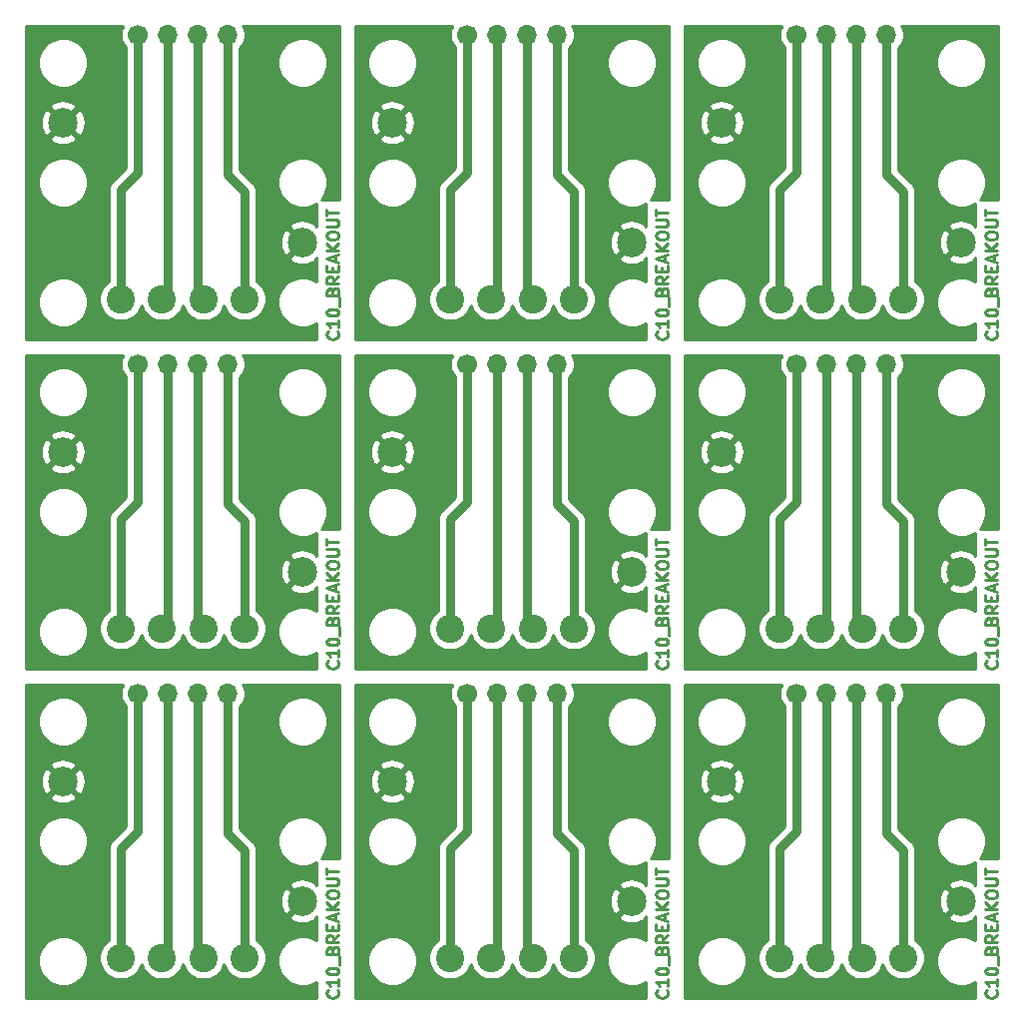
<source format=gbr>
G04 #@! TF.GenerationSoftware,KiCad,Pcbnew,5.1.5-52549c5~86~ubuntu18.04.1*
G04 #@! TF.CreationDate,2020-10-13T14:08:53-05:00*
G04 #@! TF.ProjectId,,58585858-5858-4585-9858-585858585858,rev?*
G04 #@! TF.SameCoordinates,Original*
G04 #@! TF.FileFunction,Copper,L1,Top*
G04 #@! TF.FilePolarity,Positive*
%FSLAX46Y46*%
G04 Gerber Fmt 4.6, Leading zero omitted, Abs format (unit mm)*
G04 Created by KiCad (PCBNEW 5.1.5-52549c5~86~ubuntu18.04.1) date 2020-10-13 14:08:53*
%MOMM*%
%LPD*%
G04 APERTURE LIST*
%ADD10C,0.250000*%
%ADD11C,2.400000*%
%ADD12C,1.700000*%
%ADD13O,1.700000X1.700000*%
%ADD14C,2.499360*%
%ADD15C,0.750000*%
%ADD16C,0.254000*%
G04 APERTURE END LIST*
D10*
X166371542Y-132392133D02*
X166419161Y-132439752D01*
X166466780Y-132582609D01*
X166466780Y-132677847D01*
X166419161Y-132820704D01*
X166323923Y-132915942D01*
X166228685Y-132963561D01*
X166038209Y-133011180D01*
X165895352Y-133011180D01*
X165704876Y-132963561D01*
X165609638Y-132915942D01*
X165514400Y-132820704D01*
X165466780Y-132677847D01*
X165466780Y-132582609D01*
X165514400Y-132439752D01*
X165562019Y-132392133D01*
X166466780Y-131439752D02*
X166466780Y-132011180D01*
X166466780Y-131725466D02*
X165466780Y-131725466D01*
X165609638Y-131820704D01*
X165704876Y-131915942D01*
X165752495Y-132011180D01*
X165466780Y-130820704D02*
X165466780Y-130725466D01*
X165514400Y-130630228D01*
X165562019Y-130582609D01*
X165657257Y-130534990D01*
X165847733Y-130487371D01*
X166085828Y-130487371D01*
X166276304Y-130534990D01*
X166371542Y-130582609D01*
X166419161Y-130630228D01*
X166466780Y-130725466D01*
X166466780Y-130820704D01*
X166419161Y-130915942D01*
X166371542Y-130963561D01*
X166276304Y-131011180D01*
X166085828Y-131058800D01*
X165847733Y-131058800D01*
X165657257Y-131011180D01*
X165562019Y-130963561D01*
X165514400Y-130915942D01*
X165466780Y-130820704D01*
X166562019Y-130296895D02*
X166562019Y-129534990D01*
X165942971Y-128963561D02*
X165990590Y-128820704D01*
X166038209Y-128773085D01*
X166133447Y-128725466D01*
X166276304Y-128725466D01*
X166371542Y-128773085D01*
X166419161Y-128820704D01*
X166466780Y-128915942D01*
X166466780Y-129296895D01*
X165466780Y-129296895D01*
X165466780Y-128963561D01*
X165514400Y-128868323D01*
X165562019Y-128820704D01*
X165657257Y-128773085D01*
X165752495Y-128773085D01*
X165847733Y-128820704D01*
X165895352Y-128868323D01*
X165942971Y-128963561D01*
X165942971Y-129296895D01*
X166466780Y-127725466D02*
X165990590Y-128058800D01*
X166466780Y-128296895D02*
X165466780Y-128296895D01*
X165466780Y-127915942D01*
X165514400Y-127820704D01*
X165562019Y-127773085D01*
X165657257Y-127725466D01*
X165800114Y-127725466D01*
X165895352Y-127773085D01*
X165942971Y-127820704D01*
X165990590Y-127915942D01*
X165990590Y-128296895D01*
X165942971Y-127296895D02*
X165942971Y-126963561D01*
X166466780Y-126820704D02*
X166466780Y-127296895D01*
X165466780Y-127296895D01*
X165466780Y-126820704D01*
X166181066Y-126439752D02*
X166181066Y-125963561D01*
X166466780Y-126534990D02*
X165466780Y-126201657D01*
X166466780Y-125868323D01*
X166466780Y-125534990D02*
X165466780Y-125534990D01*
X166466780Y-124963561D02*
X165895352Y-125392133D01*
X165466780Y-124963561D02*
X166038209Y-125534990D01*
X165466780Y-124344514D02*
X165466780Y-124154038D01*
X165514400Y-124058800D01*
X165609638Y-123963561D01*
X165800114Y-123915942D01*
X166133447Y-123915942D01*
X166323923Y-123963561D01*
X166419161Y-124058800D01*
X166466780Y-124154038D01*
X166466780Y-124344514D01*
X166419161Y-124439752D01*
X166323923Y-124534990D01*
X166133447Y-124582609D01*
X165800114Y-124582609D01*
X165609638Y-124534990D01*
X165514400Y-124439752D01*
X165466780Y-124344514D01*
X165466780Y-123487371D02*
X166276304Y-123487371D01*
X166371542Y-123439752D01*
X166419161Y-123392133D01*
X166466780Y-123296895D01*
X166466780Y-123106419D01*
X166419161Y-123011180D01*
X166371542Y-122963561D01*
X166276304Y-122915942D01*
X165466780Y-122915942D01*
X165466780Y-122582609D02*
X165466780Y-122011180D01*
X166466780Y-122296895D02*
X165466780Y-122296895D01*
X138431542Y-132392133D02*
X138479161Y-132439752D01*
X138526780Y-132582609D01*
X138526780Y-132677847D01*
X138479161Y-132820704D01*
X138383923Y-132915942D01*
X138288685Y-132963561D01*
X138098209Y-133011180D01*
X137955352Y-133011180D01*
X137764876Y-132963561D01*
X137669638Y-132915942D01*
X137574400Y-132820704D01*
X137526780Y-132677847D01*
X137526780Y-132582609D01*
X137574400Y-132439752D01*
X137622019Y-132392133D01*
X138526780Y-131439752D02*
X138526780Y-132011180D01*
X138526780Y-131725466D02*
X137526780Y-131725466D01*
X137669638Y-131820704D01*
X137764876Y-131915942D01*
X137812495Y-132011180D01*
X137526780Y-130820704D02*
X137526780Y-130725466D01*
X137574400Y-130630228D01*
X137622019Y-130582609D01*
X137717257Y-130534990D01*
X137907733Y-130487371D01*
X138145828Y-130487371D01*
X138336304Y-130534990D01*
X138431542Y-130582609D01*
X138479161Y-130630228D01*
X138526780Y-130725466D01*
X138526780Y-130820704D01*
X138479161Y-130915942D01*
X138431542Y-130963561D01*
X138336304Y-131011180D01*
X138145828Y-131058800D01*
X137907733Y-131058800D01*
X137717257Y-131011180D01*
X137622019Y-130963561D01*
X137574400Y-130915942D01*
X137526780Y-130820704D01*
X138622019Y-130296895D02*
X138622019Y-129534990D01*
X138002971Y-128963561D02*
X138050590Y-128820704D01*
X138098209Y-128773085D01*
X138193447Y-128725466D01*
X138336304Y-128725466D01*
X138431542Y-128773085D01*
X138479161Y-128820704D01*
X138526780Y-128915942D01*
X138526780Y-129296895D01*
X137526780Y-129296895D01*
X137526780Y-128963561D01*
X137574400Y-128868323D01*
X137622019Y-128820704D01*
X137717257Y-128773085D01*
X137812495Y-128773085D01*
X137907733Y-128820704D01*
X137955352Y-128868323D01*
X138002971Y-128963561D01*
X138002971Y-129296895D01*
X138526780Y-127725466D02*
X138050590Y-128058800D01*
X138526780Y-128296895D02*
X137526780Y-128296895D01*
X137526780Y-127915942D01*
X137574400Y-127820704D01*
X137622019Y-127773085D01*
X137717257Y-127725466D01*
X137860114Y-127725466D01*
X137955352Y-127773085D01*
X138002971Y-127820704D01*
X138050590Y-127915942D01*
X138050590Y-128296895D01*
X138002971Y-127296895D02*
X138002971Y-126963561D01*
X138526780Y-126820704D02*
X138526780Y-127296895D01*
X137526780Y-127296895D01*
X137526780Y-126820704D01*
X138241066Y-126439752D02*
X138241066Y-125963561D01*
X138526780Y-126534990D02*
X137526780Y-126201657D01*
X138526780Y-125868323D01*
X138526780Y-125534990D02*
X137526780Y-125534990D01*
X138526780Y-124963561D02*
X137955352Y-125392133D01*
X137526780Y-124963561D02*
X138098209Y-125534990D01*
X137526780Y-124344514D02*
X137526780Y-124154038D01*
X137574400Y-124058800D01*
X137669638Y-123963561D01*
X137860114Y-123915942D01*
X138193447Y-123915942D01*
X138383923Y-123963561D01*
X138479161Y-124058800D01*
X138526780Y-124154038D01*
X138526780Y-124344514D01*
X138479161Y-124439752D01*
X138383923Y-124534990D01*
X138193447Y-124582609D01*
X137860114Y-124582609D01*
X137669638Y-124534990D01*
X137574400Y-124439752D01*
X137526780Y-124344514D01*
X137526780Y-123487371D02*
X138336304Y-123487371D01*
X138431542Y-123439752D01*
X138479161Y-123392133D01*
X138526780Y-123296895D01*
X138526780Y-123106419D01*
X138479161Y-123011180D01*
X138431542Y-122963561D01*
X138336304Y-122915942D01*
X137526780Y-122915942D01*
X137526780Y-122582609D02*
X137526780Y-122011180D01*
X138526780Y-122296895D02*
X137526780Y-122296895D01*
X110491542Y-132392133D02*
X110539161Y-132439752D01*
X110586780Y-132582609D01*
X110586780Y-132677847D01*
X110539161Y-132820704D01*
X110443923Y-132915942D01*
X110348685Y-132963561D01*
X110158209Y-133011180D01*
X110015352Y-133011180D01*
X109824876Y-132963561D01*
X109729638Y-132915942D01*
X109634400Y-132820704D01*
X109586780Y-132677847D01*
X109586780Y-132582609D01*
X109634400Y-132439752D01*
X109682019Y-132392133D01*
X110586780Y-131439752D02*
X110586780Y-132011180D01*
X110586780Y-131725466D02*
X109586780Y-131725466D01*
X109729638Y-131820704D01*
X109824876Y-131915942D01*
X109872495Y-132011180D01*
X109586780Y-130820704D02*
X109586780Y-130725466D01*
X109634400Y-130630228D01*
X109682019Y-130582609D01*
X109777257Y-130534990D01*
X109967733Y-130487371D01*
X110205828Y-130487371D01*
X110396304Y-130534990D01*
X110491542Y-130582609D01*
X110539161Y-130630228D01*
X110586780Y-130725466D01*
X110586780Y-130820704D01*
X110539161Y-130915942D01*
X110491542Y-130963561D01*
X110396304Y-131011180D01*
X110205828Y-131058800D01*
X109967733Y-131058800D01*
X109777257Y-131011180D01*
X109682019Y-130963561D01*
X109634400Y-130915942D01*
X109586780Y-130820704D01*
X110682019Y-130296895D02*
X110682019Y-129534990D01*
X110062971Y-128963561D02*
X110110590Y-128820704D01*
X110158209Y-128773085D01*
X110253447Y-128725466D01*
X110396304Y-128725466D01*
X110491542Y-128773085D01*
X110539161Y-128820704D01*
X110586780Y-128915942D01*
X110586780Y-129296895D01*
X109586780Y-129296895D01*
X109586780Y-128963561D01*
X109634400Y-128868323D01*
X109682019Y-128820704D01*
X109777257Y-128773085D01*
X109872495Y-128773085D01*
X109967733Y-128820704D01*
X110015352Y-128868323D01*
X110062971Y-128963561D01*
X110062971Y-129296895D01*
X110586780Y-127725466D02*
X110110590Y-128058800D01*
X110586780Y-128296895D02*
X109586780Y-128296895D01*
X109586780Y-127915942D01*
X109634400Y-127820704D01*
X109682019Y-127773085D01*
X109777257Y-127725466D01*
X109920114Y-127725466D01*
X110015352Y-127773085D01*
X110062971Y-127820704D01*
X110110590Y-127915942D01*
X110110590Y-128296895D01*
X110062971Y-127296895D02*
X110062971Y-126963561D01*
X110586780Y-126820704D02*
X110586780Y-127296895D01*
X109586780Y-127296895D01*
X109586780Y-126820704D01*
X110301066Y-126439752D02*
X110301066Y-125963561D01*
X110586780Y-126534990D02*
X109586780Y-126201657D01*
X110586780Y-125868323D01*
X110586780Y-125534990D02*
X109586780Y-125534990D01*
X110586780Y-124963561D02*
X110015352Y-125392133D01*
X109586780Y-124963561D02*
X110158209Y-125534990D01*
X109586780Y-124344514D02*
X109586780Y-124154038D01*
X109634400Y-124058800D01*
X109729638Y-123963561D01*
X109920114Y-123915942D01*
X110253447Y-123915942D01*
X110443923Y-123963561D01*
X110539161Y-124058800D01*
X110586780Y-124154038D01*
X110586780Y-124344514D01*
X110539161Y-124439752D01*
X110443923Y-124534990D01*
X110253447Y-124582609D01*
X109920114Y-124582609D01*
X109729638Y-124534990D01*
X109634400Y-124439752D01*
X109586780Y-124344514D01*
X109586780Y-123487371D02*
X110396304Y-123487371D01*
X110491542Y-123439752D01*
X110539161Y-123392133D01*
X110586780Y-123296895D01*
X110586780Y-123106419D01*
X110539161Y-123011180D01*
X110491542Y-122963561D01*
X110396304Y-122915942D01*
X109586780Y-122915942D01*
X109586780Y-122582609D02*
X109586780Y-122011180D01*
X110586780Y-122296895D02*
X109586780Y-122296895D01*
X166371542Y-104452133D02*
X166419161Y-104499752D01*
X166466780Y-104642609D01*
X166466780Y-104737847D01*
X166419161Y-104880704D01*
X166323923Y-104975942D01*
X166228685Y-105023561D01*
X166038209Y-105071180D01*
X165895352Y-105071180D01*
X165704876Y-105023561D01*
X165609638Y-104975942D01*
X165514400Y-104880704D01*
X165466780Y-104737847D01*
X165466780Y-104642609D01*
X165514400Y-104499752D01*
X165562019Y-104452133D01*
X166466780Y-103499752D02*
X166466780Y-104071180D01*
X166466780Y-103785466D02*
X165466780Y-103785466D01*
X165609638Y-103880704D01*
X165704876Y-103975942D01*
X165752495Y-104071180D01*
X165466780Y-102880704D02*
X165466780Y-102785466D01*
X165514400Y-102690228D01*
X165562019Y-102642609D01*
X165657257Y-102594990D01*
X165847733Y-102547371D01*
X166085828Y-102547371D01*
X166276304Y-102594990D01*
X166371542Y-102642609D01*
X166419161Y-102690228D01*
X166466780Y-102785466D01*
X166466780Y-102880704D01*
X166419161Y-102975942D01*
X166371542Y-103023561D01*
X166276304Y-103071180D01*
X166085828Y-103118800D01*
X165847733Y-103118800D01*
X165657257Y-103071180D01*
X165562019Y-103023561D01*
X165514400Y-102975942D01*
X165466780Y-102880704D01*
X166562019Y-102356895D02*
X166562019Y-101594990D01*
X165942971Y-101023561D02*
X165990590Y-100880704D01*
X166038209Y-100833085D01*
X166133447Y-100785466D01*
X166276304Y-100785466D01*
X166371542Y-100833085D01*
X166419161Y-100880704D01*
X166466780Y-100975942D01*
X166466780Y-101356895D01*
X165466780Y-101356895D01*
X165466780Y-101023561D01*
X165514400Y-100928323D01*
X165562019Y-100880704D01*
X165657257Y-100833085D01*
X165752495Y-100833085D01*
X165847733Y-100880704D01*
X165895352Y-100928323D01*
X165942971Y-101023561D01*
X165942971Y-101356895D01*
X166466780Y-99785466D02*
X165990590Y-100118800D01*
X166466780Y-100356895D02*
X165466780Y-100356895D01*
X165466780Y-99975942D01*
X165514400Y-99880704D01*
X165562019Y-99833085D01*
X165657257Y-99785466D01*
X165800114Y-99785466D01*
X165895352Y-99833085D01*
X165942971Y-99880704D01*
X165990590Y-99975942D01*
X165990590Y-100356895D01*
X165942971Y-99356895D02*
X165942971Y-99023561D01*
X166466780Y-98880704D02*
X166466780Y-99356895D01*
X165466780Y-99356895D01*
X165466780Y-98880704D01*
X166181066Y-98499752D02*
X166181066Y-98023561D01*
X166466780Y-98594990D02*
X165466780Y-98261657D01*
X166466780Y-97928323D01*
X166466780Y-97594990D02*
X165466780Y-97594990D01*
X166466780Y-97023561D02*
X165895352Y-97452133D01*
X165466780Y-97023561D02*
X166038209Y-97594990D01*
X165466780Y-96404514D02*
X165466780Y-96214038D01*
X165514400Y-96118800D01*
X165609638Y-96023561D01*
X165800114Y-95975942D01*
X166133447Y-95975942D01*
X166323923Y-96023561D01*
X166419161Y-96118800D01*
X166466780Y-96214038D01*
X166466780Y-96404514D01*
X166419161Y-96499752D01*
X166323923Y-96594990D01*
X166133447Y-96642609D01*
X165800114Y-96642609D01*
X165609638Y-96594990D01*
X165514400Y-96499752D01*
X165466780Y-96404514D01*
X165466780Y-95547371D02*
X166276304Y-95547371D01*
X166371542Y-95499752D01*
X166419161Y-95452133D01*
X166466780Y-95356895D01*
X166466780Y-95166419D01*
X166419161Y-95071180D01*
X166371542Y-95023561D01*
X166276304Y-94975942D01*
X165466780Y-94975942D01*
X165466780Y-94642609D02*
X165466780Y-94071180D01*
X166466780Y-94356895D02*
X165466780Y-94356895D01*
X138431542Y-104452133D02*
X138479161Y-104499752D01*
X138526780Y-104642609D01*
X138526780Y-104737847D01*
X138479161Y-104880704D01*
X138383923Y-104975942D01*
X138288685Y-105023561D01*
X138098209Y-105071180D01*
X137955352Y-105071180D01*
X137764876Y-105023561D01*
X137669638Y-104975942D01*
X137574400Y-104880704D01*
X137526780Y-104737847D01*
X137526780Y-104642609D01*
X137574400Y-104499752D01*
X137622019Y-104452133D01*
X138526780Y-103499752D02*
X138526780Y-104071180D01*
X138526780Y-103785466D02*
X137526780Y-103785466D01*
X137669638Y-103880704D01*
X137764876Y-103975942D01*
X137812495Y-104071180D01*
X137526780Y-102880704D02*
X137526780Y-102785466D01*
X137574400Y-102690228D01*
X137622019Y-102642609D01*
X137717257Y-102594990D01*
X137907733Y-102547371D01*
X138145828Y-102547371D01*
X138336304Y-102594990D01*
X138431542Y-102642609D01*
X138479161Y-102690228D01*
X138526780Y-102785466D01*
X138526780Y-102880704D01*
X138479161Y-102975942D01*
X138431542Y-103023561D01*
X138336304Y-103071180D01*
X138145828Y-103118800D01*
X137907733Y-103118800D01*
X137717257Y-103071180D01*
X137622019Y-103023561D01*
X137574400Y-102975942D01*
X137526780Y-102880704D01*
X138622019Y-102356895D02*
X138622019Y-101594990D01*
X138002971Y-101023561D02*
X138050590Y-100880704D01*
X138098209Y-100833085D01*
X138193447Y-100785466D01*
X138336304Y-100785466D01*
X138431542Y-100833085D01*
X138479161Y-100880704D01*
X138526780Y-100975942D01*
X138526780Y-101356895D01*
X137526780Y-101356895D01*
X137526780Y-101023561D01*
X137574400Y-100928323D01*
X137622019Y-100880704D01*
X137717257Y-100833085D01*
X137812495Y-100833085D01*
X137907733Y-100880704D01*
X137955352Y-100928323D01*
X138002971Y-101023561D01*
X138002971Y-101356895D01*
X138526780Y-99785466D02*
X138050590Y-100118800D01*
X138526780Y-100356895D02*
X137526780Y-100356895D01*
X137526780Y-99975942D01*
X137574400Y-99880704D01*
X137622019Y-99833085D01*
X137717257Y-99785466D01*
X137860114Y-99785466D01*
X137955352Y-99833085D01*
X138002971Y-99880704D01*
X138050590Y-99975942D01*
X138050590Y-100356895D01*
X138002971Y-99356895D02*
X138002971Y-99023561D01*
X138526780Y-98880704D02*
X138526780Y-99356895D01*
X137526780Y-99356895D01*
X137526780Y-98880704D01*
X138241066Y-98499752D02*
X138241066Y-98023561D01*
X138526780Y-98594990D02*
X137526780Y-98261657D01*
X138526780Y-97928323D01*
X138526780Y-97594990D02*
X137526780Y-97594990D01*
X138526780Y-97023561D02*
X137955352Y-97452133D01*
X137526780Y-97023561D02*
X138098209Y-97594990D01*
X137526780Y-96404514D02*
X137526780Y-96214038D01*
X137574400Y-96118800D01*
X137669638Y-96023561D01*
X137860114Y-95975942D01*
X138193447Y-95975942D01*
X138383923Y-96023561D01*
X138479161Y-96118800D01*
X138526780Y-96214038D01*
X138526780Y-96404514D01*
X138479161Y-96499752D01*
X138383923Y-96594990D01*
X138193447Y-96642609D01*
X137860114Y-96642609D01*
X137669638Y-96594990D01*
X137574400Y-96499752D01*
X137526780Y-96404514D01*
X137526780Y-95547371D02*
X138336304Y-95547371D01*
X138431542Y-95499752D01*
X138479161Y-95452133D01*
X138526780Y-95356895D01*
X138526780Y-95166419D01*
X138479161Y-95071180D01*
X138431542Y-95023561D01*
X138336304Y-94975942D01*
X137526780Y-94975942D01*
X137526780Y-94642609D02*
X137526780Y-94071180D01*
X138526780Y-94356895D02*
X137526780Y-94356895D01*
X110491542Y-104452133D02*
X110539161Y-104499752D01*
X110586780Y-104642609D01*
X110586780Y-104737847D01*
X110539161Y-104880704D01*
X110443923Y-104975942D01*
X110348685Y-105023561D01*
X110158209Y-105071180D01*
X110015352Y-105071180D01*
X109824876Y-105023561D01*
X109729638Y-104975942D01*
X109634400Y-104880704D01*
X109586780Y-104737847D01*
X109586780Y-104642609D01*
X109634400Y-104499752D01*
X109682019Y-104452133D01*
X110586780Y-103499752D02*
X110586780Y-104071180D01*
X110586780Y-103785466D02*
X109586780Y-103785466D01*
X109729638Y-103880704D01*
X109824876Y-103975942D01*
X109872495Y-104071180D01*
X109586780Y-102880704D02*
X109586780Y-102785466D01*
X109634400Y-102690228D01*
X109682019Y-102642609D01*
X109777257Y-102594990D01*
X109967733Y-102547371D01*
X110205828Y-102547371D01*
X110396304Y-102594990D01*
X110491542Y-102642609D01*
X110539161Y-102690228D01*
X110586780Y-102785466D01*
X110586780Y-102880704D01*
X110539161Y-102975942D01*
X110491542Y-103023561D01*
X110396304Y-103071180D01*
X110205828Y-103118800D01*
X109967733Y-103118800D01*
X109777257Y-103071180D01*
X109682019Y-103023561D01*
X109634400Y-102975942D01*
X109586780Y-102880704D01*
X110682019Y-102356895D02*
X110682019Y-101594990D01*
X110062971Y-101023561D02*
X110110590Y-100880704D01*
X110158209Y-100833085D01*
X110253447Y-100785466D01*
X110396304Y-100785466D01*
X110491542Y-100833085D01*
X110539161Y-100880704D01*
X110586780Y-100975942D01*
X110586780Y-101356895D01*
X109586780Y-101356895D01*
X109586780Y-101023561D01*
X109634400Y-100928323D01*
X109682019Y-100880704D01*
X109777257Y-100833085D01*
X109872495Y-100833085D01*
X109967733Y-100880704D01*
X110015352Y-100928323D01*
X110062971Y-101023561D01*
X110062971Y-101356895D01*
X110586780Y-99785466D02*
X110110590Y-100118800D01*
X110586780Y-100356895D02*
X109586780Y-100356895D01*
X109586780Y-99975942D01*
X109634400Y-99880704D01*
X109682019Y-99833085D01*
X109777257Y-99785466D01*
X109920114Y-99785466D01*
X110015352Y-99833085D01*
X110062971Y-99880704D01*
X110110590Y-99975942D01*
X110110590Y-100356895D01*
X110062971Y-99356895D02*
X110062971Y-99023561D01*
X110586780Y-98880704D02*
X110586780Y-99356895D01*
X109586780Y-99356895D01*
X109586780Y-98880704D01*
X110301066Y-98499752D02*
X110301066Y-98023561D01*
X110586780Y-98594990D02*
X109586780Y-98261657D01*
X110586780Y-97928323D01*
X110586780Y-97594990D02*
X109586780Y-97594990D01*
X110586780Y-97023561D02*
X110015352Y-97452133D01*
X109586780Y-97023561D02*
X110158209Y-97594990D01*
X109586780Y-96404514D02*
X109586780Y-96214038D01*
X109634400Y-96118800D01*
X109729638Y-96023561D01*
X109920114Y-95975942D01*
X110253447Y-95975942D01*
X110443923Y-96023561D01*
X110539161Y-96118800D01*
X110586780Y-96214038D01*
X110586780Y-96404514D01*
X110539161Y-96499752D01*
X110443923Y-96594990D01*
X110253447Y-96642609D01*
X109920114Y-96642609D01*
X109729638Y-96594990D01*
X109634400Y-96499752D01*
X109586780Y-96404514D01*
X109586780Y-95547371D02*
X110396304Y-95547371D01*
X110491542Y-95499752D01*
X110539161Y-95452133D01*
X110586780Y-95356895D01*
X110586780Y-95166419D01*
X110539161Y-95071180D01*
X110491542Y-95023561D01*
X110396304Y-94975942D01*
X109586780Y-94975942D01*
X109586780Y-94642609D02*
X109586780Y-94071180D01*
X110586780Y-94356895D02*
X109586780Y-94356895D01*
X166371542Y-76512133D02*
X166419161Y-76559752D01*
X166466780Y-76702609D01*
X166466780Y-76797847D01*
X166419161Y-76940704D01*
X166323923Y-77035942D01*
X166228685Y-77083561D01*
X166038209Y-77131180D01*
X165895352Y-77131180D01*
X165704876Y-77083561D01*
X165609638Y-77035942D01*
X165514400Y-76940704D01*
X165466780Y-76797847D01*
X165466780Y-76702609D01*
X165514400Y-76559752D01*
X165562019Y-76512133D01*
X166466780Y-75559752D02*
X166466780Y-76131180D01*
X166466780Y-75845466D02*
X165466780Y-75845466D01*
X165609638Y-75940704D01*
X165704876Y-76035942D01*
X165752495Y-76131180D01*
X165466780Y-74940704D02*
X165466780Y-74845466D01*
X165514400Y-74750228D01*
X165562019Y-74702609D01*
X165657257Y-74654990D01*
X165847733Y-74607371D01*
X166085828Y-74607371D01*
X166276304Y-74654990D01*
X166371542Y-74702609D01*
X166419161Y-74750228D01*
X166466780Y-74845466D01*
X166466780Y-74940704D01*
X166419161Y-75035942D01*
X166371542Y-75083561D01*
X166276304Y-75131180D01*
X166085828Y-75178800D01*
X165847733Y-75178800D01*
X165657257Y-75131180D01*
X165562019Y-75083561D01*
X165514400Y-75035942D01*
X165466780Y-74940704D01*
X166562019Y-74416895D02*
X166562019Y-73654990D01*
X165942971Y-73083561D02*
X165990590Y-72940704D01*
X166038209Y-72893085D01*
X166133447Y-72845466D01*
X166276304Y-72845466D01*
X166371542Y-72893085D01*
X166419161Y-72940704D01*
X166466780Y-73035942D01*
X166466780Y-73416895D01*
X165466780Y-73416895D01*
X165466780Y-73083561D01*
X165514400Y-72988323D01*
X165562019Y-72940704D01*
X165657257Y-72893085D01*
X165752495Y-72893085D01*
X165847733Y-72940704D01*
X165895352Y-72988323D01*
X165942971Y-73083561D01*
X165942971Y-73416895D01*
X166466780Y-71845466D02*
X165990590Y-72178800D01*
X166466780Y-72416895D02*
X165466780Y-72416895D01*
X165466780Y-72035942D01*
X165514400Y-71940704D01*
X165562019Y-71893085D01*
X165657257Y-71845466D01*
X165800114Y-71845466D01*
X165895352Y-71893085D01*
X165942971Y-71940704D01*
X165990590Y-72035942D01*
X165990590Y-72416895D01*
X165942971Y-71416895D02*
X165942971Y-71083561D01*
X166466780Y-70940704D02*
X166466780Y-71416895D01*
X165466780Y-71416895D01*
X165466780Y-70940704D01*
X166181066Y-70559752D02*
X166181066Y-70083561D01*
X166466780Y-70654990D02*
X165466780Y-70321657D01*
X166466780Y-69988323D01*
X166466780Y-69654990D02*
X165466780Y-69654990D01*
X166466780Y-69083561D02*
X165895352Y-69512133D01*
X165466780Y-69083561D02*
X166038209Y-69654990D01*
X165466780Y-68464514D02*
X165466780Y-68274038D01*
X165514400Y-68178800D01*
X165609638Y-68083561D01*
X165800114Y-68035942D01*
X166133447Y-68035942D01*
X166323923Y-68083561D01*
X166419161Y-68178800D01*
X166466780Y-68274038D01*
X166466780Y-68464514D01*
X166419161Y-68559752D01*
X166323923Y-68654990D01*
X166133447Y-68702609D01*
X165800114Y-68702609D01*
X165609638Y-68654990D01*
X165514400Y-68559752D01*
X165466780Y-68464514D01*
X165466780Y-67607371D02*
X166276304Y-67607371D01*
X166371542Y-67559752D01*
X166419161Y-67512133D01*
X166466780Y-67416895D01*
X166466780Y-67226419D01*
X166419161Y-67131180D01*
X166371542Y-67083561D01*
X166276304Y-67035942D01*
X165466780Y-67035942D01*
X165466780Y-66702609D02*
X165466780Y-66131180D01*
X166466780Y-66416895D02*
X165466780Y-66416895D01*
X138431542Y-76512133D02*
X138479161Y-76559752D01*
X138526780Y-76702609D01*
X138526780Y-76797847D01*
X138479161Y-76940704D01*
X138383923Y-77035942D01*
X138288685Y-77083561D01*
X138098209Y-77131180D01*
X137955352Y-77131180D01*
X137764876Y-77083561D01*
X137669638Y-77035942D01*
X137574400Y-76940704D01*
X137526780Y-76797847D01*
X137526780Y-76702609D01*
X137574400Y-76559752D01*
X137622019Y-76512133D01*
X138526780Y-75559752D02*
X138526780Y-76131180D01*
X138526780Y-75845466D02*
X137526780Y-75845466D01*
X137669638Y-75940704D01*
X137764876Y-76035942D01*
X137812495Y-76131180D01*
X137526780Y-74940704D02*
X137526780Y-74845466D01*
X137574400Y-74750228D01*
X137622019Y-74702609D01*
X137717257Y-74654990D01*
X137907733Y-74607371D01*
X138145828Y-74607371D01*
X138336304Y-74654990D01*
X138431542Y-74702609D01*
X138479161Y-74750228D01*
X138526780Y-74845466D01*
X138526780Y-74940704D01*
X138479161Y-75035942D01*
X138431542Y-75083561D01*
X138336304Y-75131180D01*
X138145828Y-75178800D01*
X137907733Y-75178800D01*
X137717257Y-75131180D01*
X137622019Y-75083561D01*
X137574400Y-75035942D01*
X137526780Y-74940704D01*
X138622019Y-74416895D02*
X138622019Y-73654990D01*
X138002971Y-73083561D02*
X138050590Y-72940704D01*
X138098209Y-72893085D01*
X138193447Y-72845466D01*
X138336304Y-72845466D01*
X138431542Y-72893085D01*
X138479161Y-72940704D01*
X138526780Y-73035942D01*
X138526780Y-73416895D01*
X137526780Y-73416895D01*
X137526780Y-73083561D01*
X137574400Y-72988323D01*
X137622019Y-72940704D01*
X137717257Y-72893085D01*
X137812495Y-72893085D01*
X137907733Y-72940704D01*
X137955352Y-72988323D01*
X138002971Y-73083561D01*
X138002971Y-73416895D01*
X138526780Y-71845466D02*
X138050590Y-72178800D01*
X138526780Y-72416895D02*
X137526780Y-72416895D01*
X137526780Y-72035942D01*
X137574400Y-71940704D01*
X137622019Y-71893085D01*
X137717257Y-71845466D01*
X137860114Y-71845466D01*
X137955352Y-71893085D01*
X138002971Y-71940704D01*
X138050590Y-72035942D01*
X138050590Y-72416895D01*
X138002971Y-71416895D02*
X138002971Y-71083561D01*
X138526780Y-70940704D02*
X138526780Y-71416895D01*
X137526780Y-71416895D01*
X137526780Y-70940704D01*
X138241066Y-70559752D02*
X138241066Y-70083561D01*
X138526780Y-70654990D02*
X137526780Y-70321657D01*
X138526780Y-69988323D01*
X138526780Y-69654990D02*
X137526780Y-69654990D01*
X138526780Y-69083561D02*
X137955352Y-69512133D01*
X137526780Y-69083561D02*
X138098209Y-69654990D01*
X137526780Y-68464514D02*
X137526780Y-68274038D01*
X137574400Y-68178800D01*
X137669638Y-68083561D01*
X137860114Y-68035942D01*
X138193447Y-68035942D01*
X138383923Y-68083561D01*
X138479161Y-68178800D01*
X138526780Y-68274038D01*
X138526780Y-68464514D01*
X138479161Y-68559752D01*
X138383923Y-68654990D01*
X138193447Y-68702609D01*
X137860114Y-68702609D01*
X137669638Y-68654990D01*
X137574400Y-68559752D01*
X137526780Y-68464514D01*
X137526780Y-67607371D02*
X138336304Y-67607371D01*
X138431542Y-67559752D01*
X138479161Y-67512133D01*
X138526780Y-67416895D01*
X138526780Y-67226419D01*
X138479161Y-67131180D01*
X138431542Y-67083561D01*
X138336304Y-67035942D01*
X137526780Y-67035942D01*
X137526780Y-66702609D02*
X137526780Y-66131180D01*
X138526780Y-66416895D02*
X137526780Y-66416895D01*
X110491542Y-76512133D02*
X110539161Y-76559752D01*
X110586780Y-76702609D01*
X110586780Y-76797847D01*
X110539161Y-76940704D01*
X110443923Y-77035942D01*
X110348685Y-77083561D01*
X110158209Y-77131180D01*
X110015352Y-77131180D01*
X109824876Y-77083561D01*
X109729638Y-77035942D01*
X109634400Y-76940704D01*
X109586780Y-76797847D01*
X109586780Y-76702609D01*
X109634400Y-76559752D01*
X109682019Y-76512133D01*
X110586780Y-75559752D02*
X110586780Y-76131180D01*
X110586780Y-75845466D02*
X109586780Y-75845466D01*
X109729638Y-75940704D01*
X109824876Y-76035942D01*
X109872495Y-76131180D01*
X109586780Y-74940704D02*
X109586780Y-74845466D01*
X109634400Y-74750228D01*
X109682019Y-74702609D01*
X109777257Y-74654990D01*
X109967733Y-74607371D01*
X110205828Y-74607371D01*
X110396304Y-74654990D01*
X110491542Y-74702609D01*
X110539161Y-74750228D01*
X110586780Y-74845466D01*
X110586780Y-74940704D01*
X110539161Y-75035942D01*
X110491542Y-75083561D01*
X110396304Y-75131180D01*
X110205828Y-75178800D01*
X109967733Y-75178800D01*
X109777257Y-75131180D01*
X109682019Y-75083561D01*
X109634400Y-75035942D01*
X109586780Y-74940704D01*
X110682019Y-74416895D02*
X110682019Y-73654990D01*
X110062971Y-73083561D02*
X110110590Y-72940704D01*
X110158209Y-72893085D01*
X110253447Y-72845466D01*
X110396304Y-72845466D01*
X110491542Y-72893085D01*
X110539161Y-72940704D01*
X110586780Y-73035942D01*
X110586780Y-73416895D01*
X109586780Y-73416895D01*
X109586780Y-73083561D01*
X109634400Y-72988323D01*
X109682019Y-72940704D01*
X109777257Y-72893085D01*
X109872495Y-72893085D01*
X109967733Y-72940704D01*
X110015352Y-72988323D01*
X110062971Y-73083561D01*
X110062971Y-73416895D01*
X110586780Y-71845466D02*
X110110590Y-72178800D01*
X110586780Y-72416895D02*
X109586780Y-72416895D01*
X109586780Y-72035942D01*
X109634400Y-71940704D01*
X109682019Y-71893085D01*
X109777257Y-71845466D01*
X109920114Y-71845466D01*
X110015352Y-71893085D01*
X110062971Y-71940704D01*
X110110590Y-72035942D01*
X110110590Y-72416895D01*
X110062971Y-71416895D02*
X110062971Y-71083561D01*
X110586780Y-70940704D02*
X110586780Y-71416895D01*
X109586780Y-71416895D01*
X109586780Y-70940704D01*
X110301066Y-70559752D02*
X110301066Y-70083561D01*
X110586780Y-70654990D02*
X109586780Y-70321657D01*
X110586780Y-69988323D01*
X110586780Y-69654990D02*
X109586780Y-69654990D01*
X110586780Y-69083561D02*
X110015352Y-69512133D01*
X109586780Y-69083561D02*
X110158209Y-69654990D01*
X109586780Y-68464514D02*
X109586780Y-68274038D01*
X109634400Y-68178800D01*
X109729638Y-68083561D01*
X109920114Y-68035942D01*
X110253447Y-68035942D01*
X110443923Y-68083561D01*
X110539161Y-68178800D01*
X110586780Y-68274038D01*
X110586780Y-68464514D01*
X110539161Y-68559752D01*
X110443923Y-68654990D01*
X110253447Y-68702609D01*
X109920114Y-68702609D01*
X109729638Y-68654990D01*
X109634400Y-68559752D01*
X109586780Y-68464514D01*
X109586780Y-67607371D02*
X110396304Y-67607371D01*
X110491542Y-67559752D01*
X110539161Y-67512133D01*
X110586780Y-67416895D01*
X110586780Y-67226419D01*
X110539161Y-67131180D01*
X110491542Y-67083561D01*
X110396304Y-67035942D01*
X109586780Y-67035942D01*
X109586780Y-66702609D02*
X109586780Y-66131180D01*
X110586780Y-66416895D02*
X109586780Y-66416895D01*
D11*
X147998400Y-129641600D03*
X151498400Y-129641600D03*
X154998400Y-129641600D03*
X158498400Y-129641600D03*
X120058400Y-129641600D03*
X123558400Y-129641600D03*
X127058400Y-129641600D03*
X130558400Y-129641600D03*
X92118400Y-129641600D03*
X95618400Y-129641600D03*
X99118400Y-129641600D03*
X102618400Y-129641600D03*
X147998400Y-101701600D03*
X151498400Y-101701600D03*
X154998400Y-101701600D03*
X158498400Y-101701600D03*
X120058400Y-101701600D03*
X123558400Y-101701600D03*
X127058400Y-101701600D03*
X130558400Y-101701600D03*
X92118400Y-101701600D03*
X95618400Y-101701600D03*
X99118400Y-101701600D03*
X102618400Y-101701600D03*
X147998400Y-73761600D03*
X151498400Y-73761600D03*
X154998400Y-73761600D03*
X158498400Y-73761600D03*
X120058400Y-73761600D03*
X123558400Y-73761600D03*
X127058400Y-73761600D03*
X130558400Y-73761600D03*
D12*
X149438400Y-107238800D03*
D13*
X151978400Y-107238800D03*
X154518400Y-107238800D03*
X157058400Y-107238800D03*
D12*
X121498400Y-107238800D03*
D13*
X124038400Y-107238800D03*
X126578400Y-107238800D03*
X129118400Y-107238800D03*
D12*
X93558400Y-107238800D03*
D13*
X96098400Y-107238800D03*
X98638400Y-107238800D03*
X101178400Y-107238800D03*
D12*
X149438400Y-79298800D03*
D13*
X151978400Y-79298800D03*
X154518400Y-79298800D03*
X157058400Y-79298800D03*
D12*
X121498400Y-79298800D03*
D13*
X124038400Y-79298800D03*
X126578400Y-79298800D03*
X129118400Y-79298800D03*
D12*
X93558400Y-79298800D03*
D13*
X96098400Y-79298800D03*
X98638400Y-79298800D03*
X101178400Y-79298800D03*
D12*
X149438400Y-51358800D03*
D13*
X151978400Y-51358800D03*
X154518400Y-51358800D03*
X157058400Y-51358800D03*
D12*
X121498400Y-51358800D03*
D13*
X124038400Y-51358800D03*
X126578400Y-51358800D03*
X129118400Y-51358800D03*
D14*
X163408400Y-124825800D03*
X135468400Y-124825800D03*
X107528400Y-124825800D03*
X163408400Y-96885800D03*
X135468400Y-96885800D03*
X107528400Y-96885800D03*
X163408400Y-68945800D03*
X135468400Y-68945800D03*
X143088400Y-114665800D03*
X115148400Y-114665800D03*
X87208400Y-114665800D03*
X143088400Y-86725800D03*
X115148400Y-86725800D03*
X87208400Y-86725800D03*
X143088400Y-58785800D03*
X115148400Y-58785800D03*
D11*
X102618400Y-73761600D03*
X99118400Y-73761600D03*
X95618400Y-73761600D03*
X92118400Y-73761600D03*
D13*
X101178400Y-51358800D03*
X98638400Y-51358800D03*
X96098400Y-51358800D03*
D12*
X93558400Y-51358800D03*
D14*
X107528400Y-68945800D03*
X87208400Y-58785800D03*
D15*
X102618400Y-72064544D02*
X102616000Y-72062144D01*
X102618400Y-73761600D02*
X102618400Y-72064544D01*
X102616000Y-72062144D02*
X102616000Y-64617600D01*
X101178400Y-63180000D02*
X101178400Y-51358800D01*
X102616000Y-64617600D02*
X101178400Y-63180000D01*
X130556000Y-64617600D02*
X129118400Y-63180000D01*
X158496000Y-64617600D02*
X157058400Y-63180000D01*
X102616000Y-92557600D02*
X101178400Y-91120000D01*
X130556000Y-92557600D02*
X129118400Y-91120000D01*
X158496000Y-92557600D02*
X157058400Y-91120000D01*
X102616000Y-120497600D02*
X101178400Y-119060000D01*
X130556000Y-120497600D02*
X129118400Y-119060000D01*
X158496000Y-120497600D02*
X157058400Y-119060000D01*
X130556000Y-72062144D02*
X130556000Y-64617600D01*
X158496000Y-72062144D02*
X158496000Y-64617600D01*
X102616000Y-100002144D02*
X102616000Y-92557600D01*
X130556000Y-100002144D02*
X130556000Y-92557600D01*
X158496000Y-100002144D02*
X158496000Y-92557600D01*
X102616000Y-127942144D02*
X102616000Y-120497600D01*
X130556000Y-127942144D02*
X130556000Y-120497600D01*
X158496000Y-127942144D02*
X158496000Y-120497600D01*
X130558400Y-73761600D02*
X130558400Y-72064544D01*
X158498400Y-73761600D02*
X158498400Y-72064544D01*
X102618400Y-101701600D02*
X102618400Y-100004544D01*
X130558400Y-101701600D02*
X130558400Y-100004544D01*
X158498400Y-101701600D02*
X158498400Y-100004544D01*
X102618400Y-129641600D02*
X102618400Y-127944544D01*
X130558400Y-129641600D02*
X130558400Y-127944544D01*
X158498400Y-129641600D02*
X158498400Y-127944544D01*
X129118400Y-63180000D02*
X129118400Y-51358800D01*
X157058400Y-63180000D02*
X157058400Y-51358800D01*
X101178400Y-91120000D02*
X101178400Y-79298800D01*
X129118400Y-91120000D02*
X129118400Y-79298800D01*
X157058400Y-91120000D02*
X157058400Y-79298800D01*
X101178400Y-119060000D02*
X101178400Y-107238800D01*
X129118400Y-119060000D02*
X129118400Y-107238800D01*
X157058400Y-119060000D02*
X157058400Y-107238800D01*
X130558400Y-72064544D02*
X130556000Y-72062144D01*
X158498400Y-72064544D02*
X158496000Y-72062144D01*
X102618400Y-100004544D02*
X102616000Y-100002144D01*
X130558400Y-100004544D02*
X130556000Y-100002144D01*
X158498400Y-100004544D02*
X158496000Y-100002144D01*
X102618400Y-127944544D02*
X102616000Y-127942144D01*
X130558400Y-127944544D02*
X130556000Y-127942144D01*
X158498400Y-127944544D02*
X158496000Y-127942144D01*
X98638400Y-73281600D02*
X99118400Y-73761600D01*
X98638400Y-51358800D02*
X98638400Y-73281600D01*
X126578400Y-73281600D02*
X127058400Y-73761600D01*
X154518400Y-73281600D02*
X154998400Y-73761600D01*
X98638400Y-101221600D02*
X99118400Y-101701600D01*
X126578400Y-101221600D02*
X127058400Y-101701600D01*
X154518400Y-101221600D02*
X154998400Y-101701600D01*
X98638400Y-129161600D02*
X99118400Y-129641600D01*
X126578400Y-129161600D02*
X127058400Y-129641600D01*
X154518400Y-129161600D02*
X154998400Y-129641600D01*
X126578400Y-51358800D02*
X126578400Y-73281600D01*
X154518400Y-51358800D02*
X154518400Y-73281600D01*
X98638400Y-79298800D02*
X98638400Y-101221600D01*
X126578400Y-79298800D02*
X126578400Y-101221600D01*
X154518400Y-79298800D02*
X154518400Y-101221600D01*
X98638400Y-107238800D02*
X98638400Y-129161600D01*
X126578400Y-107238800D02*
X126578400Y-129161600D01*
X154518400Y-107238800D02*
X154518400Y-129161600D01*
X96098400Y-73281600D02*
X95618400Y-73761600D01*
X96098400Y-51358800D02*
X96098400Y-73281600D01*
X124038400Y-73281600D02*
X123558400Y-73761600D01*
X151978400Y-73281600D02*
X151498400Y-73761600D01*
X96098400Y-101221600D02*
X95618400Y-101701600D01*
X124038400Y-101221600D02*
X123558400Y-101701600D01*
X151978400Y-101221600D02*
X151498400Y-101701600D01*
X96098400Y-129161600D02*
X95618400Y-129641600D01*
X124038400Y-129161600D02*
X123558400Y-129641600D01*
X151978400Y-129161600D02*
X151498400Y-129641600D01*
X124038400Y-51358800D02*
X124038400Y-73281600D01*
X151978400Y-51358800D02*
X151978400Y-73281600D01*
X96098400Y-79298800D02*
X96098400Y-101221600D01*
X124038400Y-79298800D02*
X124038400Y-101221600D01*
X151978400Y-79298800D02*
X151978400Y-101221600D01*
X96098400Y-107238800D02*
X96098400Y-129161600D01*
X124038400Y-107238800D02*
X124038400Y-129161600D01*
X151978400Y-107238800D02*
X151978400Y-129161600D01*
X92118400Y-72064544D02*
X92125800Y-72057144D01*
X92118400Y-73761600D02*
X92118400Y-72064544D01*
X92125800Y-72057144D02*
X92125800Y-64439800D01*
X93558400Y-63007200D02*
X93558400Y-51358800D01*
X92125800Y-64439800D02*
X93558400Y-63007200D01*
X120058400Y-73761600D02*
X120058400Y-72064544D01*
X147998400Y-73761600D02*
X147998400Y-72064544D01*
X92118400Y-101701600D02*
X92118400Y-100004544D01*
X120058400Y-101701600D02*
X120058400Y-100004544D01*
X147998400Y-101701600D02*
X147998400Y-100004544D01*
X92118400Y-129641600D02*
X92118400Y-127944544D01*
X120058400Y-129641600D02*
X120058400Y-127944544D01*
X147998400Y-129641600D02*
X147998400Y-127944544D01*
X121498400Y-63007200D02*
X121498400Y-51358800D01*
X149438400Y-63007200D02*
X149438400Y-51358800D01*
X93558400Y-90947200D02*
X93558400Y-79298800D01*
X121498400Y-90947200D02*
X121498400Y-79298800D01*
X149438400Y-90947200D02*
X149438400Y-79298800D01*
X93558400Y-118887200D02*
X93558400Y-107238800D01*
X121498400Y-118887200D02*
X121498400Y-107238800D01*
X149438400Y-118887200D02*
X149438400Y-107238800D01*
X120065800Y-64439800D02*
X121498400Y-63007200D01*
X148005800Y-64439800D02*
X149438400Y-63007200D01*
X92125800Y-92379800D02*
X93558400Y-90947200D01*
X120065800Y-92379800D02*
X121498400Y-90947200D01*
X148005800Y-92379800D02*
X149438400Y-90947200D01*
X92125800Y-120319800D02*
X93558400Y-118887200D01*
X120065800Y-120319800D02*
X121498400Y-118887200D01*
X148005800Y-120319800D02*
X149438400Y-118887200D01*
X120058400Y-72064544D02*
X120065800Y-72057144D01*
X147998400Y-72064544D02*
X148005800Y-72057144D01*
X92118400Y-100004544D02*
X92125800Y-99997144D01*
X120058400Y-100004544D02*
X120065800Y-99997144D01*
X147998400Y-100004544D02*
X148005800Y-99997144D01*
X92118400Y-127944544D02*
X92125800Y-127937144D01*
X120058400Y-127944544D02*
X120065800Y-127937144D01*
X147998400Y-127944544D02*
X148005800Y-127937144D01*
X120065800Y-72057144D02*
X120065800Y-64439800D01*
X148005800Y-72057144D02*
X148005800Y-64439800D01*
X92125800Y-99997144D02*
X92125800Y-92379800D01*
X120065800Y-99997144D02*
X120065800Y-92379800D01*
X148005800Y-99997144D02*
X148005800Y-92379800D01*
X92125800Y-127937144D02*
X92125800Y-120319800D01*
X120065800Y-127937144D02*
X120065800Y-120319800D01*
X148005800Y-127937144D02*
X148005800Y-120319800D01*
D16*
G36*
X92242410Y-50655389D02*
G01*
X92130468Y-50925642D01*
X92073400Y-51212540D01*
X92073400Y-51505060D01*
X92130468Y-51791958D01*
X92242410Y-52062211D01*
X92404925Y-52305432D01*
X92548401Y-52448908D01*
X92548400Y-62588845D01*
X91446701Y-63690544D01*
X91408168Y-63722167D01*
X91376545Y-63760700D01*
X91376544Y-63760701D01*
X91281954Y-63875960D01*
X91188168Y-64051421D01*
X91130415Y-64241806D01*
X91110914Y-64439800D01*
X91115801Y-64489418D01*
X91115800Y-71939804D01*
X91103514Y-72064544D01*
X91108401Y-72114161D01*
X91108401Y-72229524D01*
X90948656Y-72336262D01*
X90693062Y-72591856D01*
X90492244Y-72892401D01*
X90353918Y-73226350D01*
X90283400Y-73580868D01*
X90283400Y-73942332D01*
X90353918Y-74296850D01*
X90492244Y-74630799D01*
X90693062Y-74931344D01*
X90948656Y-75186938D01*
X91249201Y-75387756D01*
X91583150Y-75526082D01*
X91937668Y-75596600D01*
X92299132Y-75596600D01*
X92653650Y-75526082D01*
X92987599Y-75387756D01*
X93288144Y-75186938D01*
X93543738Y-74931344D01*
X93744556Y-74630799D01*
X93868400Y-74331813D01*
X93992244Y-74630799D01*
X94193062Y-74931344D01*
X94448656Y-75186938D01*
X94749201Y-75387756D01*
X95083150Y-75526082D01*
X95437668Y-75596600D01*
X95799132Y-75596600D01*
X96153650Y-75526082D01*
X96487599Y-75387756D01*
X96788144Y-75186938D01*
X97043738Y-74931344D01*
X97244556Y-74630799D01*
X97368400Y-74331813D01*
X97492244Y-74630799D01*
X97693062Y-74931344D01*
X97948656Y-75186938D01*
X98249201Y-75387756D01*
X98583150Y-75526082D01*
X98937668Y-75596600D01*
X99299132Y-75596600D01*
X99653650Y-75526082D01*
X99987599Y-75387756D01*
X100288144Y-75186938D01*
X100543738Y-74931344D01*
X100744556Y-74630799D01*
X100868400Y-74331813D01*
X100992244Y-74630799D01*
X101193062Y-74931344D01*
X101448656Y-75186938D01*
X101749201Y-75387756D01*
X102083150Y-75526082D01*
X102437668Y-75596600D01*
X102799132Y-75596600D01*
X103153650Y-75526082D01*
X103487599Y-75387756D01*
X103788144Y-75186938D01*
X104043738Y-74931344D01*
X104244556Y-74630799D01*
X104382882Y-74296850D01*
X104453400Y-73942332D01*
X104453400Y-73580868D01*
X104382882Y-73226350D01*
X104244556Y-72892401D01*
X104043738Y-72591856D01*
X103788144Y-72336262D01*
X103628400Y-72229524D01*
X103628400Y-72114148D01*
X103633286Y-72064543D01*
X103626645Y-71997118D01*
X103626000Y-71990569D01*
X103626000Y-68998519D01*
X105635335Y-68998519D01*
X105681995Y-69366825D01*
X105799611Y-69718951D01*
X105925085Y-69953696D01*
X106215023Y-70079571D01*
X107348795Y-68945800D01*
X106215023Y-67812029D01*
X105925085Y-67937904D01*
X105759261Y-68270062D01*
X105661425Y-68628187D01*
X105635335Y-68998519D01*
X103626000Y-68998519D01*
X103626000Y-64667204D01*
X103630886Y-64617599D01*
X103618176Y-64488556D01*
X103611385Y-64419606D01*
X103553632Y-64229220D01*
X103459847Y-64053760D01*
X103333633Y-63899967D01*
X103295094Y-63868339D01*
X102188400Y-62761645D01*
X102188400Y-53495521D01*
X105393400Y-53495521D01*
X105393400Y-53916079D01*
X105475447Y-54328556D01*
X105636388Y-54717102D01*
X105870037Y-55066783D01*
X106167417Y-55364163D01*
X106517098Y-55597812D01*
X106905644Y-55758753D01*
X107318121Y-55840800D01*
X107738679Y-55840800D01*
X108151156Y-55758753D01*
X108539702Y-55597812D01*
X108889383Y-55364163D01*
X109186763Y-55066783D01*
X109420412Y-54717102D01*
X109581353Y-54328556D01*
X109663400Y-53916079D01*
X109663400Y-53495521D01*
X109581353Y-53083044D01*
X109420412Y-52694498D01*
X109186763Y-52344817D01*
X108889383Y-52047437D01*
X108539702Y-51813788D01*
X108151156Y-51652847D01*
X107738679Y-51570800D01*
X107318121Y-51570800D01*
X106905644Y-51652847D01*
X106517098Y-51813788D01*
X106167417Y-52047437D01*
X105870037Y-52344817D01*
X105636388Y-52694498D01*
X105475447Y-53083044D01*
X105393400Y-53495521D01*
X102188400Y-53495521D01*
X102188400Y-52448907D01*
X102331875Y-52305432D01*
X102494390Y-52062211D01*
X102606332Y-51791958D01*
X102663400Y-51505060D01*
X102663400Y-51212540D01*
X102606332Y-50925642D01*
X102494390Y-50655389D01*
X102427847Y-50555800D01*
X110642705Y-50555800D01*
X110670427Y-65275943D01*
X109137603Y-65275943D01*
X109186763Y-65226783D01*
X109420412Y-64877102D01*
X109581353Y-64488556D01*
X109663400Y-64076079D01*
X109663400Y-63655521D01*
X109581353Y-63243044D01*
X109420412Y-62854498D01*
X109186763Y-62504817D01*
X108889383Y-62207437D01*
X108539702Y-61973788D01*
X108151156Y-61812847D01*
X107738679Y-61730800D01*
X107318121Y-61730800D01*
X106905644Y-61812847D01*
X106517098Y-61973788D01*
X106167417Y-62207437D01*
X105870037Y-62504817D01*
X105636388Y-62854498D01*
X105475447Y-63243044D01*
X105393400Y-63655521D01*
X105393400Y-64076079D01*
X105475447Y-64488556D01*
X105636388Y-64877102D01*
X105870037Y-65226783D01*
X106167417Y-65524163D01*
X106517098Y-65757812D01*
X106905644Y-65918753D01*
X107318121Y-66000800D01*
X107738679Y-66000800D01*
X108151156Y-65918753D01*
X108539702Y-65757812D01*
X108716900Y-65639412D01*
X108716900Y-67577692D01*
X108662170Y-67632422D01*
X108536296Y-67342485D01*
X108204138Y-67176661D01*
X107846013Y-67078825D01*
X107475681Y-67052735D01*
X107107375Y-67099395D01*
X106755249Y-67217011D01*
X106520504Y-67342485D01*
X106394629Y-67632423D01*
X107528400Y-68766195D01*
X107542542Y-68752052D01*
X107722148Y-68931658D01*
X107708005Y-68945800D01*
X107722148Y-68959942D01*
X107542542Y-69139548D01*
X107528400Y-69125405D01*
X106394629Y-70259177D01*
X106520504Y-70549115D01*
X106852662Y-70714939D01*
X107210787Y-70812775D01*
X107581119Y-70838865D01*
X107949425Y-70792205D01*
X108301551Y-70674589D01*
X108536296Y-70549115D01*
X108662170Y-70259178D01*
X108716900Y-70313908D01*
X108716900Y-72252188D01*
X108539702Y-72133788D01*
X108151156Y-71972847D01*
X107738679Y-71890800D01*
X107318121Y-71890800D01*
X106905644Y-71972847D01*
X106517098Y-72133788D01*
X106167417Y-72367437D01*
X105870037Y-72664817D01*
X105636388Y-73014498D01*
X105475447Y-73403044D01*
X105393400Y-73815521D01*
X105393400Y-74236079D01*
X105475447Y-74648556D01*
X105636388Y-75037102D01*
X105870037Y-75386783D01*
X106167417Y-75684163D01*
X106517098Y-75917812D01*
X106905644Y-76078753D01*
X107318121Y-76160800D01*
X107738679Y-76160800D01*
X108151156Y-76078753D01*
X108539702Y-75917812D01*
X108716900Y-75799412D01*
X108716900Y-77175800D01*
X84058400Y-77175800D01*
X84058400Y-73815521D01*
X85073400Y-73815521D01*
X85073400Y-74236079D01*
X85155447Y-74648556D01*
X85316388Y-75037102D01*
X85550037Y-75386783D01*
X85847417Y-75684163D01*
X86197098Y-75917812D01*
X86585644Y-76078753D01*
X86998121Y-76160800D01*
X87418679Y-76160800D01*
X87831156Y-76078753D01*
X88219702Y-75917812D01*
X88569383Y-75684163D01*
X88866763Y-75386783D01*
X89100412Y-75037102D01*
X89261353Y-74648556D01*
X89343400Y-74236079D01*
X89343400Y-73815521D01*
X89261353Y-73403044D01*
X89100412Y-73014498D01*
X88866763Y-72664817D01*
X88569383Y-72367437D01*
X88219702Y-72133788D01*
X87831156Y-71972847D01*
X87418679Y-71890800D01*
X86998121Y-71890800D01*
X86585644Y-71972847D01*
X86197098Y-72133788D01*
X85847417Y-72367437D01*
X85550037Y-72664817D01*
X85316388Y-73014498D01*
X85155447Y-73403044D01*
X85073400Y-73815521D01*
X84058400Y-73815521D01*
X84058400Y-63655521D01*
X85073400Y-63655521D01*
X85073400Y-64076079D01*
X85155447Y-64488556D01*
X85316388Y-64877102D01*
X85550037Y-65226783D01*
X85847417Y-65524163D01*
X86197098Y-65757812D01*
X86585644Y-65918753D01*
X86998121Y-66000800D01*
X87418679Y-66000800D01*
X87831156Y-65918753D01*
X88219702Y-65757812D01*
X88569383Y-65524163D01*
X88866763Y-65226783D01*
X89100412Y-64877102D01*
X89261353Y-64488556D01*
X89343400Y-64076079D01*
X89343400Y-63655521D01*
X89261353Y-63243044D01*
X89100412Y-62854498D01*
X88866763Y-62504817D01*
X88569383Y-62207437D01*
X88219702Y-61973788D01*
X87831156Y-61812847D01*
X87418679Y-61730800D01*
X86998121Y-61730800D01*
X86585644Y-61812847D01*
X86197098Y-61973788D01*
X85847417Y-62207437D01*
X85550037Y-62504817D01*
X85316388Y-62854498D01*
X85155447Y-63243044D01*
X85073400Y-63655521D01*
X84058400Y-63655521D01*
X84058400Y-60099177D01*
X86074629Y-60099177D01*
X86200504Y-60389115D01*
X86532662Y-60554939D01*
X86890787Y-60652775D01*
X87261119Y-60678865D01*
X87629425Y-60632205D01*
X87981551Y-60514589D01*
X88216296Y-60389115D01*
X88342171Y-60099177D01*
X87208400Y-58965405D01*
X86074629Y-60099177D01*
X84058400Y-60099177D01*
X84058400Y-58838519D01*
X85315335Y-58838519D01*
X85361995Y-59206825D01*
X85479611Y-59558951D01*
X85605085Y-59793696D01*
X85895023Y-59919571D01*
X87028795Y-58785800D01*
X87388005Y-58785800D01*
X88521777Y-59919571D01*
X88811715Y-59793696D01*
X88977539Y-59461538D01*
X89075375Y-59103413D01*
X89101465Y-58733081D01*
X89054805Y-58364775D01*
X88937189Y-58012649D01*
X88811715Y-57777904D01*
X88521777Y-57652029D01*
X87388005Y-58785800D01*
X87028795Y-58785800D01*
X85895023Y-57652029D01*
X85605085Y-57777904D01*
X85439261Y-58110062D01*
X85341425Y-58468187D01*
X85315335Y-58838519D01*
X84058400Y-58838519D01*
X84058400Y-57472423D01*
X86074629Y-57472423D01*
X87208400Y-58606195D01*
X88342171Y-57472423D01*
X88216296Y-57182485D01*
X87884138Y-57016661D01*
X87526013Y-56918825D01*
X87155681Y-56892735D01*
X86787375Y-56939395D01*
X86435249Y-57057011D01*
X86200504Y-57182485D01*
X86074629Y-57472423D01*
X84058400Y-57472423D01*
X84058400Y-53495521D01*
X85073400Y-53495521D01*
X85073400Y-53916079D01*
X85155447Y-54328556D01*
X85316388Y-54717102D01*
X85550037Y-55066783D01*
X85847417Y-55364163D01*
X86197098Y-55597812D01*
X86585644Y-55758753D01*
X86998121Y-55840800D01*
X87418679Y-55840800D01*
X87831156Y-55758753D01*
X88219702Y-55597812D01*
X88569383Y-55364163D01*
X88866763Y-55066783D01*
X89100412Y-54717102D01*
X89261353Y-54328556D01*
X89343400Y-53916079D01*
X89343400Y-53495521D01*
X89261353Y-53083044D01*
X89100412Y-52694498D01*
X88866763Y-52344817D01*
X88569383Y-52047437D01*
X88219702Y-51813788D01*
X87831156Y-51652847D01*
X87418679Y-51570800D01*
X86998121Y-51570800D01*
X86585644Y-51652847D01*
X86197098Y-51813788D01*
X85847417Y-52047437D01*
X85550037Y-52344817D01*
X85316388Y-52694498D01*
X85155447Y-53083044D01*
X85073400Y-53495521D01*
X84058400Y-53495521D01*
X84058400Y-50571142D01*
X92166454Y-50555800D01*
X92308953Y-50555800D01*
X92242410Y-50655389D01*
G37*
X92242410Y-50655389D02*
X92130468Y-50925642D01*
X92073400Y-51212540D01*
X92073400Y-51505060D01*
X92130468Y-51791958D01*
X92242410Y-52062211D01*
X92404925Y-52305432D01*
X92548401Y-52448908D01*
X92548400Y-62588845D01*
X91446701Y-63690544D01*
X91408168Y-63722167D01*
X91376545Y-63760700D01*
X91376544Y-63760701D01*
X91281954Y-63875960D01*
X91188168Y-64051421D01*
X91130415Y-64241806D01*
X91110914Y-64439800D01*
X91115801Y-64489418D01*
X91115800Y-71939804D01*
X91103514Y-72064544D01*
X91108401Y-72114161D01*
X91108401Y-72229524D01*
X90948656Y-72336262D01*
X90693062Y-72591856D01*
X90492244Y-72892401D01*
X90353918Y-73226350D01*
X90283400Y-73580868D01*
X90283400Y-73942332D01*
X90353918Y-74296850D01*
X90492244Y-74630799D01*
X90693062Y-74931344D01*
X90948656Y-75186938D01*
X91249201Y-75387756D01*
X91583150Y-75526082D01*
X91937668Y-75596600D01*
X92299132Y-75596600D01*
X92653650Y-75526082D01*
X92987599Y-75387756D01*
X93288144Y-75186938D01*
X93543738Y-74931344D01*
X93744556Y-74630799D01*
X93868400Y-74331813D01*
X93992244Y-74630799D01*
X94193062Y-74931344D01*
X94448656Y-75186938D01*
X94749201Y-75387756D01*
X95083150Y-75526082D01*
X95437668Y-75596600D01*
X95799132Y-75596600D01*
X96153650Y-75526082D01*
X96487599Y-75387756D01*
X96788144Y-75186938D01*
X97043738Y-74931344D01*
X97244556Y-74630799D01*
X97368400Y-74331813D01*
X97492244Y-74630799D01*
X97693062Y-74931344D01*
X97948656Y-75186938D01*
X98249201Y-75387756D01*
X98583150Y-75526082D01*
X98937668Y-75596600D01*
X99299132Y-75596600D01*
X99653650Y-75526082D01*
X99987599Y-75387756D01*
X100288144Y-75186938D01*
X100543738Y-74931344D01*
X100744556Y-74630799D01*
X100868400Y-74331813D01*
X100992244Y-74630799D01*
X101193062Y-74931344D01*
X101448656Y-75186938D01*
X101749201Y-75387756D01*
X102083150Y-75526082D01*
X102437668Y-75596600D01*
X102799132Y-75596600D01*
X103153650Y-75526082D01*
X103487599Y-75387756D01*
X103788144Y-75186938D01*
X104043738Y-74931344D01*
X104244556Y-74630799D01*
X104382882Y-74296850D01*
X104453400Y-73942332D01*
X104453400Y-73580868D01*
X104382882Y-73226350D01*
X104244556Y-72892401D01*
X104043738Y-72591856D01*
X103788144Y-72336262D01*
X103628400Y-72229524D01*
X103628400Y-72114148D01*
X103633286Y-72064543D01*
X103626645Y-71997118D01*
X103626000Y-71990569D01*
X103626000Y-68998519D01*
X105635335Y-68998519D01*
X105681995Y-69366825D01*
X105799611Y-69718951D01*
X105925085Y-69953696D01*
X106215023Y-70079571D01*
X107348795Y-68945800D01*
X106215023Y-67812029D01*
X105925085Y-67937904D01*
X105759261Y-68270062D01*
X105661425Y-68628187D01*
X105635335Y-68998519D01*
X103626000Y-68998519D01*
X103626000Y-64667204D01*
X103630886Y-64617599D01*
X103618176Y-64488556D01*
X103611385Y-64419606D01*
X103553632Y-64229220D01*
X103459847Y-64053760D01*
X103333633Y-63899967D01*
X103295094Y-63868339D01*
X102188400Y-62761645D01*
X102188400Y-53495521D01*
X105393400Y-53495521D01*
X105393400Y-53916079D01*
X105475447Y-54328556D01*
X105636388Y-54717102D01*
X105870037Y-55066783D01*
X106167417Y-55364163D01*
X106517098Y-55597812D01*
X106905644Y-55758753D01*
X107318121Y-55840800D01*
X107738679Y-55840800D01*
X108151156Y-55758753D01*
X108539702Y-55597812D01*
X108889383Y-55364163D01*
X109186763Y-55066783D01*
X109420412Y-54717102D01*
X109581353Y-54328556D01*
X109663400Y-53916079D01*
X109663400Y-53495521D01*
X109581353Y-53083044D01*
X109420412Y-52694498D01*
X109186763Y-52344817D01*
X108889383Y-52047437D01*
X108539702Y-51813788D01*
X108151156Y-51652847D01*
X107738679Y-51570800D01*
X107318121Y-51570800D01*
X106905644Y-51652847D01*
X106517098Y-51813788D01*
X106167417Y-52047437D01*
X105870037Y-52344817D01*
X105636388Y-52694498D01*
X105475447Y-53083044D01*
X105393400Y-53495521D01*
X102188400Y-53495521D01*
X102188400Y-52448907D01*
X102331875Y-52305432D01*
X102494390Y-52062211D01*
X102606332Y-51791958D01*
X102663400Y-51505060D01*
X102663400Y-51212540D01*
X102606332Y-50925642D01*
X102494390Y-50655389D01*
X102427847Y-50555800D01*
X110642705Y-50555800D01*
X110670427Y-65275943D01*
X109137603Y-65275943D01*
X109186763Y-65226783D01*
X109420412Y-64877102D01*
X109581353Y-64488556D01*
X109663400Y-64076079D01*
X109663400Y-63655521D01*
X109581353Y-63243044D01*
X109420412Y-62854498D01*
X109186763Y-62504817D01*
X108889383Y-62207437D01*
X108539702Y-61973788D01*
X108151156Y-61812847D01*
X107738679Y-61730800D01*
X107318121Y-61730800D01*
X106905644Y-61812847D01*
X106517098Y-61973788D01*
X106167417Y-62207437D01*
X105870037Y-62504817D01*
X105636388Y-62854498D01*
X105475447Y-63243044D01*
X105393400Y-63655521D01*
X105393400Y-64076079D01*
X105475447Y-64488556D01*
X105636388Y-64877102D01*
X105870037Y-65226783D01*
X106167417Y-65524163D01*
X106517098Y-65757812D01*
X106905644Y-65918753D01*
X107318121Y-66000800D01*
X107738679Y-66000800D01*
X108151156Y-65918753D01*
X108539702Y-65757812D01*
X108716900Y-65639412D01*
X108716900Y-67577692D01*
X108662170Y-67632422D01*
X108536296Y-67342485D01*
X108204138Y-67176661D01*
X107846013Y-67078825D01*
X107475681Y-67052735D01*
X107107375Y-67099395D01*
X106755249Y-67217011D01*
X106520504Y-67342485D01*
X106394629Y-67632423D01*
X107528400Y-68766195D01*
X107542542Y-68752052D01*
X107722148Y-68931658D01*
X107708005Y-68945800D01*
X107722148Y-68959942D01*
X107542542Y-69139548D01*
X107528400Y-69125405D01*
X106394629Y-70259177D01*
X106520504Y-70549115D01*
X106852662Y-70714939D01*
X107210787Y-70812775D01*
X107581119Y-70838865D01*
X107949425Y-70792205D01*
X108301551Y-70674589D01*
X108536296Y-70549115D01*
X108662170Y-70259178D01*
X108716900Y-70313908D01*
X108716900Y-72252188D01*
X108539702Y-72133788D01*
X108151156Y-71972847D01*
X107738679Y-71890800D01*
X107318121Y-71890800D01*
X106905644Y-71972847D01*
X106517098Y-72133788D01*
X106167417Y-72367437D01*
X105870037Y-72664817D01*
X105636388Y-73014498D01*
X105475447Y-73403044D01*
X105393400Y-73815521D01*
X105393400Y-74236079D01*
X105475447Y-74648556D01*
X105636388Y-75037102D01*
X105870037Y-75386783D01*
X106167417Y-75684163D01*
X106517098Y-75917812D01*
X106905644Y-76078753D01*
X107318121Y-76160800D01*
X107738679Y-76160800D01*
X108151156Y-76078753D01*
X108539702Y-75917812D01*
X108716900Y-75799412D01*
X108716900Y-77175800D01*
X84058400Y-77175800D01*
X84058400Y-73815521D01*
X85073400Y-73815521D01*
X85073400Y-74236079D01*
X85155447Y-74648556D01*
X85316388Y-75037102D01*
X85550037Y-75386783D01*
X85847417Y-75684163D01*
X86197098Y-75917812D01*
X86585644Y-76078753D01*
X86998121Y-76160800D01*
X87418679Y-76160800D01*
X87831156Y-76078753D01*
X88219702Y-75917812D01*
X88569383Y-75684163D01*
X88866763Y-75386783D01*
X89100412Y-75037102D01*
X89261353Y-74648556D01*
X89343400Y-74236079D01*
X89343400Y-73815521D01*
X89261353Y-73403044D01*
X89100412Y-73014498D01*
X88866763Y-72664817D01*
X88569383Y-72367437D01*
X88219702Y-72133788D01*
X87831156Y-71972847D01*
X87418679Y-71890800D01*
X86998121Y-71890800D01*
X86585644Y-71972847D01*
X86197098Y-72133788D01*
X85847417Y-72367437D01*
X85550037Y-72664817D01*
X85316388Y-73014498D01*
X85155447Y-73403044D01*
X85073400Y-73815521D01*
X84058400Y-73815521D01*
X84058400Y-63655521D01*
X85073400Y-63655521D01*
X85073400Y-64076079D01*
X85155447Y-64488556D01*
X85316388Y-64877102D01*
X85550037Y-65226783D01*
X85847417Y-65524163D01*
X86197098Y-65757812D01*
X86585644Y-65918753D01*
X86998121Y-66000800D01*
X87418679Y-66000800D01*
X87831156Y-65918753D01*
X88219702Y-65757812D01*
X88569383Y-65524163D01*
X88866763Y-65226783D01*
X89100412Y-64877102D01*
X89261353Y-64488556D01*
X89343400Y-64076079D01*
X89343400Y-63655521D01*
X89261353Y-63243044D01*
X89100412Y-62854498D01*
X88866763Y-62504817D01*
X88569383Y-62207437D01*
X88219702Y-61973788D01*
X87831156Y-61812847D01*
X87418679Y-61730800D01*
X86998121Y-61730800D01*
X86585644Y-61812847D01*
X86197098Y-61973788D01*
X85847417Y-62207437D01*
X85550037Y-62504817D01*
X85316388Y-62854498D01*
X85155447Y-63243044D01*
X85073400Y-63655521D01*
X84058400Y-63655521D01*
X84058400Y-60099177D01*
X86074629Y-60099177D01*
X86200504Y-60389115D01*
X86532662Y-60554939D01*
X86890787Y-60652775D01*
X87261119Y-60678865D01*
X87629425Y-60632205D01*
X87981551Y-60514589D01*
X88216296Y-60389115D01*
X88342171Y-60099177D01*
X87208400Y-58965405D01*
X86074629Y-60099177D01*
X84058400Y-60099177D01*
X84058400Y-58838519D01*
X85315335Y-58838519D01*
X85361995Y-59206825D01*
X85479611Y-59558951D01*
X85605085Y-59793696D01*
X85895023Y-59919571D01*
X87028795Y-58785800D01*
X87388005Y-58785800D01*
X88521777Y-59919571D01*
X88811715Y-59793696D01*
X88977539Y-59461538D01*
X89075375Y-59103413D01*
X89101465Y-58733081D01*
X89054805Y-58364775D01*
X88937189Y-58012649D01*
X88811715Y-57777904D01*
X88521777Y-57652029D01*
X87388005Y-58785800D01*
X87028795Y-58785800D01*
X85895023Y-57652029D01*
X85605085Y-57777904D01*
X85439261Y-58110062D01*
X85341425Y-58468187D01*
X85315335Y-58838519D01*
X84058400Y-58838519D01*
X84058400Y-57472423D01*
X86074629Y-57472423D01*
X87208400Y-58606195D01*
X88342171Y-57472423D01*
X88216296Y-57182485D01*
X87884138Y-57016661D01*
X87526013Y-56918825D01*
X87155681Y-56892735D01*
X86787375Y-56939395D01*
X86435249Y-57057011D01*
X86200504Y-57182485D01*
X86074629Y-57472423D01*
X84058400Y-57472423D01*
X84058400Y-53495521D01*
X85073400Y-53495521D01*
X85073400Y-53916079D01*
X85155447Y-54328556D01*
X85316388Y-54717102D01*
X85550037Y-55066783D01*
X85847417Y-55364163D01*
X86197098Y-55597812D01*
X86585644Y-55758753D01*
X86998121Y-55840800D01*
X87418679Y-55840800D01*
X87831156Y-55758753D01*
X88219702Y-55597812D01*
X88569383Y-55364163D01*
X88866763Y-55066783D01*
X89100412Y-54717102D01*
X89261353Y-54328556D01*
X89343400Y-53916079D01*
X89343400Y-53495521D01*
X89261353Y-53083044D01*
X89100412Y-52694498D01*
X88866763Y-52344817D01*
X88569383Y-52047437D01*
X88219702Y-51813788D01*
X87831156Y-51652847D01*
X87418679Y-51570800D01*
X86998121Y-51570800D01*
X86585644Y-51652847D01*
X86197098Y-51813788D01*
X85847417Y-52047437D01*
X85550037Y-52344817D01*
X85316388Y-52694498D01*
X85155447Y-53083044D01*
X85073400Y-53495521D01*
X84058400Y-53495521D01*
X84058400Y-50571142D01*
X92166454Y-50555800D01*
X92308953Y-50555800D01*
X92242410Y-50655389D01*
G36*
X120182410Y-50655389D02*
G01*
X120070468Y-50925642D01*
X120013400Y-51212540D01*
X120013400Y-51505060D01*
X120070468Y-51791958D01*
X120182410Y-52062211D01*
X120344925Y-52305432D01*
X120488401Y-52448908D01*
X120488400Y-62588845D01*
X119386701Y-63690544D01*
X119348168Y-63722167D01*
X119316545Y-63760700D01*
X119316544Y-63760701D01*
X119221954Y-63875960D01*
X119128168Y-64051421D01*
X119070415Y-64241806D01*
X119050914Y-64439800D01*
X119055801Y-64489418D01*
X119055800Y-71939804D01*
X119043514Y-72064544D01*
X119048401Y-72114161D01*
X119048401Y-72229524D01*
X118888656Y-72336262D01*
X118633062Y-72591856D01*
X118432244Y-72892401D01*
X118293918Y-73226350D01*
X118223400Y-73580868D01*
X118223400Y-73942332D01*
X118293918Y-74296850D01*
X118432244Y-74630799D01*
X118633062Y-74931344D01*
X118888656Y-75186938D01*
X119189201Y-75387756D01*
X119523150Y-75526082D01*
X119877668Y-75596600D01*
X120239132Y-75596600D01*
X120593650Y-75526082D01*
X120927599Y-75387756D01*
X121228144Y-75186938D01*
X121483738Y-74931344D01*
X121684556Y-74630799D01*
X121808400Y-74331813D01*
X121932244Y-74630799D01*
X122133062Y-74931344D01*
X122388656Y-75186938D01*
X122689201Y-75387756D01*
X123023150Y-75526082D01*
X123377668Y-75596600D01*
X123739132Y-75596600D01*
X124093650Y-75526082D01*
X124427599Y-75387756D01*
X124728144Y-75186938D01*
X124983738Y-74931344D01*
X125184556Y-74630799D01*
X125308400Y-74331813D01*
X125432244Y-74630799D01*
X125633062Y-74931344D01*
X125888656Y-75186938D01*
X126189201Y-75387756D01*
X126523150Y-75526082D01*
X126877668Y-75596600D01*
X127239132Y-75596600D01*
X127593650Y-75526082D01*
X127927599Y-75387756D01*
X128228144Y-75186938D01*
X128483738Y-74931344D01*
X128684556Y-74630799D01*
X128808400Y-74331813D01*
X128932244Y-74630799D01*
X129133062Y-74931344D01*
X129388656Y-75186938D01*
X129689201Y-75387756D01*
X130023150Y-75526082D01*
X130377668Y-75596600D01*
X130739132Y-75596600D01*
X131093650Y-75526082D01*
X131427599Y-75387756D01*
X131728144Y-75186938D01*
X131983738Y-74931344D01*
X132184556Y-74630799D01*
X132322882Y-74296850D01*
X132393400Y-73942332D01*
X132393400Y-73580868D01*
X132322882Y-73226350D01*
X132184556Y-72892401D01*
X131983738Y-72591856D01*
X131728144Y-72336262D01*
X131568400Y-72229524D01*
X131568400Y-72114148D01*
X131573286Y-72064543D01*
X131566645Y-71997118D01*
X131566000Y-71990569D01*
X131566000Y-68998519D01*
X133575335Y-68998519D01*
X133621995Y-69366825D01*
X133739611Y-69718951D01*
X133865085Y-69953696D01*
X134155023Y-70079571D01*
X135288795Y-68945800D01*
X134155023Y-67812029D01*
X133865085Y-67937904D01*
X133699261Y-68270062D01*
X133601425Y-68628187D01*
X133575335Y-68998519D01*
X131566000Y-68998519D01*
X131566000Y-64667204D01*
X131570886Y-64617599D01*
X131558176Y-64488556D01*
X131551385Y-64419606D01*
X131493632Y-64229220D01*
X131399847Y-64053760D01*
X131273633Y-63899967D01*
X131235094Y-63868339D01*
X130128400Y-62761645D01*
X130128400Y-53495521D01*
X133333400Y-53495521D01*
X133333400Y-53916079D01*
X133415447Y-54328556D01*
X133576388Y-54717102D01*
X133810037Y-55066783D01*
X134107417Y-55364163D01*
X134457098Y-55597812D01*
X134845644Y-55758753D01*
X135258121Y-55840800D01*
X135678679Y-55840800D01*
X136091156Y-55758753D01*
X136479702Y-55597812D01*
X136829383Y-55364163D01*
X137126763Y-55066783D01*
X137360412Y-54717102D01*
X137521353Y-54328556D01*
X137603400Y-53916079D01*
X137603400Y-53495521D01*
X137521353Y-53083044D01*
X137360412Y-52694498D01*
X137126763Y-52344817D01*
X136829383Y-52047437D01*
X136479702Y-51813788D01*
X136091156Y-51652847D01*
X135678679Y-51570800D01*
X135258121Y-51570800D01*
X134845644Y-51652847D01*
X134457098Y-51813788D01*
X134107417Y-52047437D01*
X133810037Y-52344817D01*
X133576388Y-52694498D01*
X133415447Y-53083044D01*
X133333400Y-53495521D01*
X130128400Y-53495521D01*
X130128400Y-52448907D01*
X130271875Y-52305432D01*
X130434390Y-52062211D01*
X130546332Y-51791958D01*
X130603400Y-51505060D01*
X130603400Y-51212540D01*
X130546332Y-50925642D01*
X130434390Y-50655389D01*
X130367847Y-50555800D01*
X138582705Y-50555800D01*
X138610427Y-65275943D01*
X137077603Y-65275943D01*
X137126763Y-65226783D01*
X137360412Y-64877102D01*
X137521353Y-64488556D01*
X137603400Y-64076079D01*
X137603400Y-63655521D01*
X137521353Y-63243044D01*
X137360412Y-62854498D01*
X137126763Y-62504817D01*
X136829383Y-62207437D01*
X136479702Y-61973788D01*
X136091156Y-61812847D01*
X135678679Y-61730800D01*
X135258121Y-61730800D01*
X134845644Y-61812847D01*
X134457098Y-61973788D01*
X134107417Y-62207437D01*
X133810037Y-62504817D01*
X133576388Y-62854498D01*
X133415447Y-63243044D01*
X133333400Y-63655521D01*
X133333400Y-64076079D01*
X133415447Y-64488556D01*
X133576388Y-64877102D01*
X133810037Y-65226783D01*
X134107417Y-65524163D01*
X134457098Y-65757812D01*
X134845644Y-65918753D01*
X135258121Y-66000800D01*
X135678679Y-66000800D01*
X136091156Y-65918753D01*
X136479702Y-65757812D01*
X136656900Y-65639412D01*
X136656900Y-67577692D01*
X136602170Y-67632422D01*
X136476296Y-67342485D01*
X136144138Y-67176661D01*
X135786013Y-67078825D01*
X135415681Y-67052735D01*
X135047375Y-67099395D01*
X134695249Y-67217011D01*
X134460504Y-67342485D01*
X134334629Y-67632423D01*
X135468400Y-68766195D01*
X135482542Y-68752052D01*
X135662148Y-68931658D01*
X135648005Y-68945800D01*
X135662148Y-68959942D01*
X135482542Y-69139548D01*
X135468400Y-69125405D01*
X134334629Y-70259177D01*
X134460504Y-70549115D01*
X134792662Y-70714939D01*
X135150787Y-70812775D01*
X135521119Y-70838865D01*
X135889425Y-70792205D01*
X136241551Y-70674589D01*
X136476296Y-70549115D01*
X136602170Y-70259178D01*
X136656900Y-70313908D01*
X136656900Y-72252188D01*
X136479702Y-72133788D01*
X136091156Y-71972847D01*
X135678679Y-71890800D01*
X135258121Y-71890800D01*
X134845644Y-71972847D01*
X134457098Y-72133788D01*
X134107417Y-72367437D01*
X133810037Y-72664817D01*
X133576388Y-73014498D01*
X133415447Y-73403044D01*
X133333400Y-73815521D01*
X133333400Y-74236079D01*
X133415447Y-74648556D01*
X133576388Y-75037102D01*
X133810037Y-75386783D01*
X134107417Y-75684163D01*
X134457098Y-75917812D01*
X134845644Y-76078753D01*
X135258121Y-76160800D01*
X135678679Y-76160800D01*
X136091156Y-76078753D01*
X136479702Y-75917812D01*
X136656900Y-75799412D01*
X136656900Y-77175800D01*
X111998400Y-77175800D01*
X111998400Y-73815521D01*
X113013400Y-73815521D01*
X113013400Y-74236079D01*
X113095447Y-74648556D01*
X113256388Y-75037102D01*
X113490037Y-75386783D01*
X113787417Y-75684163D01*
X114137098Y-75917812D01*
X114525644Y-76078753D01*
X114938121Y-76160800D01*
X115358679Y-76160800D01*
X115771156Y-76078753D01*
X116159702Y-75917812D01*
X116509383Y-75684163D01*
X116806763Y-75386783D01*
X117040412Y-75037102D01*
X117201353Y-74648556D01*
X117283400Y-74236079D01*
X117283400Y-73815521D01*
X117201353Y-73403044D01*
X117040412Y-73014498D01*
X116806763Y-72664817D01*
X116509383Y-72367437D01*
X116159702Y-72133788D01*
X115771156Y-71972847D01*
X115358679Y-71890800D01*
X114938121Y-71890800D01*
X114525644Y-71972847D01*
X114137098Y-72133788D01*
X113787417Y-72367437D01*
X113490037Y-72664817D01*
X113256388Y-73014498D01*
X113095447Y-73403044D01*
X113013400Y-73815521D01*
X111998400Y-73815521D01*
X111998400Y-63655521D01*
X113013400Y-63655521D01*
X113013400Y-64076079D01*
X113095447Y-64488556D01*
X113256388Y-64877102D01*
X113490037Y-65226783D01*
X113787417Y-65524163D01*
X114137098Y-65757812D01*
X114525644Y-65918753D01*
X114938121Y-66000800D01*
X115358679Y-66000800D01*
X115771156Y-65918753D01*
X116159702Y-65757812D01*
X116509383Y-65524163D01*
X116806763Y-65226783D01*
X117040412Y-64877102D01*
X117201353Y-64488556D01*
X117283400Y-64076079D01*
X117283400Y-63655521D01*
X117201353Y-63243044D01*
X117040412Y-62854498D01*
X116806763Y-62504817D01*
X116509383Y-62207437D01*
X116159702Y-61973788D01*
X115771156Y-61812847D01*
X115358679Y-61730800D01*
X114938121Y-61730800D01*
X114525644Y-61812847D01*
X114137098Y-61973788D01*
X113787417Y-62207437D01*
X113490037Y-62504817D01*
X113256388Y-62854498D01*
X113095447Y-63243044D01*
X113013400Y-63655521D01*
X111998400Y-63655521D01*
X111998400Y-60099177D01*
X114014629Y-60099177D01*
X114140504Y-60389115D01*
X114472662Y-60554939D01*
X114830787Y-60652775D01*
X115201119Y-60678865D01*
X115569425Y-60632205D01*
X115921551Y-60514589D01*
X116156296Y-60389115D01*
X116282171Y-60099177D01*
X115148400Y-58965405D01*
X114014629Y-60099177D01*
X111998400Y-60099177D01*
X111998400Y-58838519D01*
X113255335Y-58838519D01*
X113301995Y-59206825D01*
X113419611Y-59558951D01*
X113545085Y-59793696D01*
X113835023Y-59919571D01*
X114968795Y-58785800D01*
X115328005Y-58785800D01*
X116461777Y-59919571D01*
X116751715Y-59793696D01*
X116917539Y-59461538D01*
X117015375Y-59103413D01*
X117041465Y-58733081D01*
X116994805Y-58364775D01*
X116877189Y-58012649D01*
X116751715Y-57777904D01*
X116461777Y-57652029D01*
X115328005Y-58785800D01*
X114968795Y-58785800D01*
X113835023Y-57652029D01*
X113545085Y-57777904D01*
X113379261Y-58110062D01*
X113281425Y-58468187D01*
X113255335Y-58838519D01*
X111998400Y-58838519D01*
X111998400Y-57472423D01*
X114014629Y-57472423D01*
X115148400Y-58606195D01*
X116282171Y-57472423D01*
X116156296Y-57182485D01*
X115824138Y-57016661D01*
X115466013Y-56918825D01*
X115095681Y-56892735D01*
X114727375Y-56939395D01*
X114375249Y-57057011D01*
X114140504Y-57182485D01*
X114014629Y-57472423D01*
X111998400Y-57472423D01*
X111998400Y-53495521D01*
X113013400Y-53495521D01*
X113013400Y-53916079D01*
X113095447Y-54328556D01*
X113256388Y-54717102D01*
X113490037Y-55066783D01*
X113787417Y-55364163D01*
X114137098Y-55597812D01*
X114525644Y-55758753D01*
X114938121Y-55840800D01*
X115358679Y-55840800D01*
X115771156Y-55758753D01*
X116159702Y-55597812D01*
X116509383Y-55364163D01*
X116806763Y-55066783D01*
X117040412Y-54717102D01*
X117201353Y-54328556D01*
X117283400Y-53916079D01*
X117283400Y-53495521D01*
X117201353Y-53083044D01*
X117040412Y-52694498D01*
X116806763Y-52344817D01*
X116509383Y-52047437D01*
X116159702Y-51813788D01*
X115771156Y-51652847D01*
X115358679Y-51570800D01*
X114938121Y-51570800D01*
X114525644Y-51652847D01*
X114137098Y-51813788D01*
X113787417Y-52047437D01*
X113490037Y-52344817D01*
X113256388Y-52694498D01*
X113095447Y-53083044D01*
X113013400Y-53495521D01*
X111998400Y-53495521D01*
X111998400Y-50571142D01*
X120106454Y-50555800D01*
X120248953Y-50555800D01*
X120182410Y-50655389D01*
G37*
X120182410Y-50655389D02*
X120070468Y-50925642D01*
X120013400Y-51212540D01*
X120013400Y-51505060D01*
X120070468Y-51791958D01*
X120182410Y-52062211D01*
X120344925Y-52305432D01*
X120488401Y-52448908D01*
X120488400Y-62588845D01*
X119386701Y-63690544D01*
X119348168Y-63722167D01*
X119316545Y-63760700D01*
X119316544Y-63760701D01*
X119221954Y-63875960D01*
X119128168Y-64051421D01*
X119070415Y-64241806D01*
X119050914Y-64439800D01*
X119055801Y-64489418D01*
X119055800Y-71939804D01*
X119043514Y-72064544D01*
X119048401Y-72114161D01*
X119048401Y-72229524D01*
X118888656Y-72336262D01*
X118633062Y-72591856D01*
X118432244Y-72892401D01*
X118293918Y-73226350D01*
X118223400Y-73580868D01*
X118223400Y-73942332D01*
X118293918Y-74296850D01*
X118432244Y-74630799D01*
X118633062Y-74931344D01*
X118888656Y-75186938D01*
X119189201Y-75387756D01*
X119523150Y-75526082D01*
X119877668Y-75596600D01*
X120239132Y-75596600D01*
X120593650Y-75526082D01*
X120927599Y-75387756D01*
X121228144Y-75186938D01*
X121483738Y-74931344D01*
X121684556Y-74630799D01*
X121808400Y-74331813D01*
X121932244Y-74630799D01*
X122133062Y-74931344D01*
X122388656Y-75186938D01*
X122689201Y-75387756D01*
X123023150Y-75526082D01*
X123377668Y-75596600D01*
X123739132Y-75596600D01*
X124093650Y-75526082D01*
X124427599Y-75387756D01*
X124728144Y-75186938D01*
X124983738Y-74931344D01*
X125184556Y-74630799D01*
X125308400Y-74331813D01*
X125432244Y-74630799D01*
X125633062Y-74931344D01*
X125888656Y-75186938D01*
X126189201Y-75387756D01*
X126523150Y-75526082D01*
X126877668Y-75596600D01*
X127239132Y-75596600D01*
X127593650Y-75526082D01*
X127927599Y-75387756D01*
X128228144Y-75186938D01*
X128483738Y-74931344D01*
X128684556Y-74630799D01*
X128808400Y-74331813D01*
X128932244Y-74630799D01*
X129133062Y-74931344D01*
X129388656Y-75186938D01*
X129689201Y-75387756D01*
X130023150Y-75526082D01*
X130377668Y-75596600D01*
X130739132Y-75596600D01*
X131093650Y-75526082D01*
X131427599Y-75387756D01*
X131728144Y-75186938D01*
X131983738Y-74931344D01*
X132184556Y-74630799D01*
X132322882Y-74296850D01*
X132393400Y-73942332D01*
X132393400Y-73580868D01*
X132322882Y-73226350D01*
X132184556Y-72892401D01*
X131983738Y-72591856D01*
X131728144Y-72336262D01*
X131568400Y-72229524D01*
X131568400Y-72114148D01*
X131573286Y-72064543D01*
X131566645Y-71997118D01*
X131566000Y-71990569D01*
X131566000Y-68998519D01*
X133575335Y-68998519D01*
X133621995Y-69366825D01*
X133739611Y-69718951D01*
X133865085Y-69953696D01*
X134155023Y-70079571D01*
X135288795Y-68945800D01*
X134155023Y-67812029D01*
X133865085Y-67937904D01*
X133699261Y-68270062D01*
X133601425Y-68628187D01*
X133575335Y-68998519D01*
X131566000Y-68998519D01*
X131566000Y-64667204D01*
X131570886Y-64617599D01*
X131558176Y-64488556D01*
X131551385Y-64419606D01*
X131493632Y-64229220D01*
X131399847Y-64053760D01*
X131273633Y-63899967D01*
X131235094Y-63868339D01*
X130128400Y-62761645D01*
X130128400Y-53495521D01*
X133333400Y-53495521D01*
X133333400Y-53916079D01*
X133415447Y-54328556D01*
X133576388Y-54717102D01*
X133810037Y-55066783D01*
X134107417Y-55364163D01*
X134457098Y-55597812D01*
X134845644Y-55758753D01*
X135258121Y-55840800D01*
X135678679Y-55840800D01*
X136091156Y-55758753D01*
X136479702Y-55597812D01*
X136829383Y-55364163D01*
X137126763Y-55066783D01*
X137360412Y-54717102D01*
X137521353Y-54328556D01*
X137603400Y-53916079D01*
X137603400Y-53495521D01*
X137521353Y-53083044D01*
X137360412Y-52694498D01*
X137126763Y-52344817D01*
X136829383Y-52047437D01*
X136479702Y-51813788D01*
X136091156Y-51652847D01*
X135678679Y-51570800D01*
X135258121Y-51570800D01*
X134845644Y-51652847D01*
X134457098Y-51813788D01*
X134107417Y-52047437D01*
X133810037Y-52344817D01*
X133576388Y-52694498D01*
X133415447Y-53083044D01*
X133333400Y-53495521D01*
X130128400Y-53495521D01*
X130128400Y-52448907D01*
X130271875Y-52305432D01*
X130434390Y-52062211D01*
X130546332Y-51791958D01*
X130603400Y-51505060D01*
X130603400Y-51212540D01*
X130546332Y-50925642D01*
X130434390Y-50655389D01*
X130367847Y-50555800D01*
X138582705Y-50555800D01*
X138610427Y-65275943D01*
X137077603Y-65275943D01*
X137126763Y-65226783D01*
X137360412Y-64877102D01*
X137521353Y-64488556D01*
X137603400Y-64076079D01*
X137603400Y-63655521D01*
X137521353Y-63243044D01*
X137360412Y-62854498D01*
X137126763Y-62504817D01*
X136829383Y-62207437D01*
X136479702Y-61973788D01*
X136091156Y-61812847D01*
X135678679Y-61730800D01*
X135258121Y-61730800D01*
X134845644Y-61812847D01*
X134457098Y-61973788D01*
X134107417Y-62207437D01*
X133810037Y-62504817D01*
X133576388Y-62854498D01*
X133415447Y-63243044D01*
X133333400Y-63655521D01*
X133333400Y-64076079D01*
X133415447Y-64488556D01*
X133576388Y-64877102D01*
X133810037Y-65226783D01*
X134107417Y-65524163D01*
X134457098Y-65757812D01*
X134845644Y-65918753D01*
X135258121Y-66000800D01*
X135678679Y-66000800D01*
X136091156Y-65918753D01*
X136479702Y-65757812D01*
X136656900Y-65639412D01*
X136656900Y-67577692D01*
X136602170Y-67632422D01*
X136476296Y-67342485D01*
X136144138Y-67176661D01*
X135786013Y-67078825D01*
X135415681Y-67052735D01*
X135047375Y-67099395D01*
X134695249Y-67217011D01*
X134460504Y-67342485D01*
X134334629Y-67632423D01*
X135468400Y-68766195D01*
X135482542Y-68752052D01*
X135662148Y-68931658D01*
X135648005Y-68945800D01*
X135662148Y-68959942D01*
X135482542Y-69139548D01*
X135468400Y-69125405D01*
X134334629Y-70259177D01*
X134460504Y-70549115D01*
X134792662Y-70714939D01*
X135150787Y-70812775D01*
X135521119Y-70838865D01*
X135889425Y-70792205D01*
X136241551Y-70674589D01*
X136476296Y-70549115D01*
X136602170Y-70259178D01*
X136656900Y-70313908D01*
X136656900Y-72252188D01*
X136479702Y-72133788D01*
X136091156Y-71972847D01*
X135678679Y-71890800D01*
X135258121Y-71890800D01*
X134845644Y-71972847D01*
X134457098Y-72133788D01*
X134107417Y-72367437D01*
X133810037Y-72664817D01*
X133576388Y-73014498D01*
X133415447Y-73403044D01*
X133333400Y-73815521D01*
X133333400Y-74236079D01*
X133415447Y-74648556D01*
X133576388Y-75037102D01*
X133810037Y-75386783D01*
X134107417Y-75684163D01*
X134457098Y-75917812D01*
X134845644Y-76078753D01*
X135258121Y-76160800D01*
X135678679Y-76160800D01*
X136091156Y-76078753D01*
X136479702Y-75917812D01*
X136656900Y-75799412D01*
X136656900Y-77175800D01*
X111998400Y-77175800D01*
X111998400Y-73815521D01*
X113013400Y-73815521D01*
X113013400Y-74236079D01*
X113095447Y-74648556D01*
X113256388Y-75037102D01*
X113490037Y-75386783D01*
X113787417Y-75684163D01*
X114137098Y-75917812D01*
X114525644Y-76078753D01*
X114938121Y-76160800D01*
X115358679Y-76160800D01*
X115771156Y-76078753D01*
X116159702Y-75917812D01*
X116509383Y-75684163D01*
X116806763Y-75386783D01*
X117040412Y-75037102D01*
X117201353Y-74648556D01*
X117283400Y-74236079D01*
X117283400Y-73815521D01*
X117201353Y-73403044D01*
X117040412Y-73014498D01*
X116806763Y-72664817D01*
X116509383Y-72367437D01*
X116159702Y-72133788D01*
X115771156Y-71972847D01*
X115358679Y-71890800D01*
X114938121Y-71890800D01*
X114525644Y-71972847D01*
X114137098Y-72133788D01*
X113787417Y-72367437D01*
X113490037Y-72664817D01*
X113256388Y-73014498D01*
X113095447Y-73403044D01*
X113013400Y-73815521D01*
X111998400Y-73815521D01*
X111998400Y-63655521D01*
X113013400Y-63655521D01*
X113013400Y-64076079D01*
X113095447Y-64488556D01*
X113256388Y-64877102D01*
X113490037Y-65226783D01*
X113787417Y-65524163D01*
X114137098Y-65757812D01*
X114525644Y-65918753D01*
X114938121Y-66000800D01*
X115358679Y-66000800D01*
X115771156Y-65918753D01*
X116159702Y-65757812D01*
X116509383Y-65524163D01*
X116806763Y-65226783D01*
X117040412Y-64877102D01*
X117201353Y-64488556D01*
X117283400Y-64076079D01*
X117283400Y-63655521D01*
X117201353Y-63243044D01*
X117040412Y-62854498D01*
X116806763Y-62504817D01*
X116509383Y-62207437D01*
X116159702Y-61973788D01*
X115771156Y-61812847D01*
X115358679Y-61730800D01*
X114938121Y-61730800D01*
X114525644Y-61812847D01*
X114137098Y-61973788D01*
X113787417Y-62207437D01*
X113490037Y-62504817D01*
X113256388Y-62854498D01*
X113095447Y-63243044D01*
X113013400Y-63655521D01*
X111998400Y-63655521D01*
X111998400Y-60099177D01*
X114014629Y-60099177D01*
X114140504Y-60389115D01*
X114472662Y-60554939D01*
X114830787Y-60652775D01*
X115201119Y-60678865D01*
X115569425Y-60632205D01*
X115921551Y-60514589D01*
X116156296Y-60389115D01*
X116282171Y-60099177D01*
X115148400Y-58965405D01*
X114014629Y-60099177D01*
X111998400Y-60099177D01*
X111998400Y-58838519D01*
X113255335Y-58838519D01*
X113301995Y-59206825D01*
X113419611Y-59558951D01*
X113545085Y-59793696D01*
X113835023Y-59919571D01*
X114968795Y-58785800D01*
X115328005Y-58785800D01*
X116461777Y-59919571D01*
X116751715Y-59793696D01*
X116917539Y-59461538D01*
X117015375Y-59103413D01*
X117041465Y-58733081D01*
X116994805Y-58364775D01*
X116877189Y-58012649D01*
X116751715Y-57777904D01*
X116461777Y-57652029D01*
X115328005Y-58785800D01*
X114968795Y-58785800D01*
X113835023Y-57652029D01*
X113545085Y-57777904D01*
X113379261Y-58110062D01*
X113281425Y-58468187D01*
X113255335Y-58838519D01*
X111998400Y-58838519D01*
X111998400Y-57472423D01*
X114014629Y-57472423D01*
X115148400Y-58606195D01*
X116282171Y-57472423D01*
X116156296Y-57182485D01*
X115824138Y-57016661D01*
X115466013Y-56918825D01*
X115095681Y-56892735D01*
X114727375Y-56939395D01*
X114375249Y-57057011D01*
X114140504Y-57182485D01*
X114014629Y-57472423D01*
X111998400Y-57472423D01*
X111998400Y-53495521D01*
X113013400Y-53495521D01*
X113013400Y-53916079D01*
X113095447Y-54328556D01*
X113256388Y-54717102D01*
X113490037Y-55066783D01*
X113787417Y-55364163D01*
X114137098Y-55597812D01*
X114525644Y-55758753D01*
X114938121Y-55840800D01*
X115358679Y-55840800D01*
X115771156Y-55758753D01*
X116159702Y-55597812D01*
X116509383Y-55364163D01*
X116806763Y-55066783D01*
X117040412Y-54717102D01*
X117201353Y-54328556D01*
X117283400Y-53916079D01*
X117283400Y-53495521D01*
X117201353Y-53083044D01*
X117040412Y-52694498D01*
X116806763Y-52344817D01*
X116509383Y-52047437D01*
X116159702Y-51813788D01*
X115771156Y-51652847D01*
X115358679Y-51570800D01*
X114938121Y-51570800D01*
X114525644Y-51652847D01*
X114137098Y-51813788D01*
X113787417Y-52047437D01*
X113490037Y-52344817D01*
X113256388Y-52694498D01*
X113095447Y-53083044D01*
X113013400Y-53495521D01*
X111998400Y-53495521D01*
X111998400Y-50571142D01*
X120106454Y-50555800D01*
X120248953Y-50555800D01*
X120182410Y-50655389D01*
G36*
X148122410Y-50655389D02*
G01*
X148010468Y-50925642D01*
X147953400Y-51212540D01*
X147953400Y-51505060D01*
X148010468Y-51791958D01*
X148122410Y-52062211D01*
X148284925Y-52305432D01*
X148428401Y-52448908D01*
X148428400Y-62588845D01*
X147326701Y-63690544D01*
X147288168Y-63722167D01*
X147256545Y-63760700D01*
X147256544Y-63760701D01*
X147161954Y-63875960D01*
X147068168Y-64051421D01*
X147010415Y-64241806D01*
X146990914Y-64439800D01*
X146995801Y-64489418D01*
X146995800Y-71939804D01*
X146983514Y-72064544D01*
X146988401Y-72114161D01*
X146988401Y-72229524D01*
X146828656Y-72336262D01*
X146573062Y-72591856D01*
X146372244Y-72892401D01*
X146233918Y-73226350D01*
X146163400Y-73580868D01*
X146163400Y-73942332D01*
X146233918Y-74296850D01*
X146372244Y-74630799D01*
X146573062Y-74931344D01*
X146828656Y-75186938D01*
X147129201Y-75387756D01*
X147463150Y-75526082D01*
X147817668Y-75596600D01*
X148179132Y-75596600D01*
X148533650Y-75526082D01*
X148867599Y-75387756D01*
X149168144Y-75186938D01*
X149423738Y-74931344D01*
X149624556Y-74630799D01*
X149748400Y-74331813D01*
X149872244Y-74630799D01*
X150073062Y-74931344D01*
X150328656Y-75186938D01*
X150629201Y-75387756D01*
X150963150Y-75526082D01*
X151317668Y-75596600D01*
X151679132Y-75596600D01*
X152033650Y-75526082D01*
X152367599Y-75387756D01*
X152668144Y-75186938D01*
X152923738Y-74931344D01*
X153124556Y-74630799D01*
X153248400Y-74331813D01*
X153372244Y-74630799D01*
X153573062Y-74931344D01*
X153828656Y-75186938D01*
X154129201Y-75387756D01*
X154463150Y-75526082D01*
X154817668Y-75596600D01*
X155179132Y-75596600D01*
X155533650Y-75526082D01*
X155867599Y-75387756D01*
X156168144Y-75186938D01*
X156423738Y-74931344D01*
X156624556Y-74630799D01*
X156748400Y-74331813D01*
X156872244Y-74630799D01*
X157073062Y-74931344D01*
X157328656Y-75186938D01*
X157629201Y-75387756D01*
X157963150Y-75526082D01*
X158317668Y-75596600D01*
X158679132Y-75596600D01*
X159033650Y-75526082D01*
X159367599Y-75387756D01*
X159668144Y-75186938D01*
X159923738Y-74931344D01*
X160124556Y-74630799D01*
X160262882Y-74296850D01*
X160333400Y-73942332D01*
X160333400Y-73580868D01*
X160262882Y-73226350D01*
X160124556Y-72892401D01*
X159923738Y-72591856D01*
X159668144Y-72336262D01*
X159508400Y-72229524D01*
X159508400Y-72114148D01*
X159513286Y-72064543D01*
X159506645Y-71997118D01*
X159506000Y-71990569D01*
X159506000Y-68998519D01*
X161515335Y-68998519D01*
X161561995Y-69366825D01*
X161679611Y-69718951D01*
X161805085Y-69953696D01*
X162095023Y-70079571D01*
X163228795Y-68945800D01*
X162095023Y-67812029D01*
X161805085Y-67937904D01*
X161639261Y-68270062D01*
X161541425Y-68628187D01*
X161515335Y-68998519D01*
X159506000Y-68998519D01*
X159506000Y-64667204D01*
X159510886Y-64617599D01*
X159498176Y-64488556D01*
X159491385Y-64419606D01*
X159433632Y-64229220D01*
X159339847Y-64053760D01*
X159213633Y-63899967D01*
X159175094Y-63868339D01*
X158068400Y-62761645D01*
X158068400Y-53495521D01*
X161273400Y-53495521D01*
X161273400Y-53916079D01*
X161355447Y-54328556D01*
X161516388Y-54717102D01*
X161750037Y-55066783D01*
X162047417Y-55364163D01*
X162397098Y-55597812D01*
X162785644Y-55758753D01*
X163198121Y-55840800D01*
X163618679Y-55840800D01*
X164031156Y-55758753D01*
X164419702Y-55597812D01*
X164769383Y-55364163D01*
X165066763Y-55066783D01*
X165300412Y-54717102D01*
X165461353Y-54328556D01*
X165543400Y-53916079D01*
X165543400Y-53495521D01*
X165461353Y-53083044D01*
X165300412Y-52694498D01*
X165066763Y-52344817D01*
X164769383Y-52047437D01*
X164419702Y-51813788D01*
X164031156Y-51652847D01*
X163618679Y-51570800D01*
X163198121Y-51570800D01*
X162785644Y-51652847D01*
X162397098Y-51813788D01*
X162047417Y-52047437D01*
X161750037Y-52344817D01*
X161516388Y-52694498D01*
X161355447Y-53083044D01*
X161273400Y-53495521D01*
X158068400Y-53495521D01*
X158068400Y-52448907D01*
X158211875Y-52305432D01*
X158374390Y-52062211D01*
X158486332Y-51791958D01*
X158543400Y-51505060D01*
X158543400Y-51212540D01*
X158486332Y-50925642D01*
X158374390Y-50655389D01*
X158307847Y-50555800D01*
X166522705Y-50555800D01*
X166550427Y-65275943D01*
X165017603Y-65275943D01*
X165066763Y-65226783D01*
X165300412Y-64877102D01*
X165461353Y-64488556D01*
X165543400Y-64076079D01*
X165543400Y-63655521D01*
X165461353Y-63243044D01*
X165300412Y-62854498D01*
X165066763Y-62504817D01*
X164769383Y-62207437D01*
X164419702Y-61973788D01*
X164031156Y-61812847D01*
X163618679Y-61730800D01*
X163198121Y-61730800D01*
X162785644Y-61812847D01*
X162397098Y-61973788D01*
X162047417Y-62207437D01*
X161750037Y-62504817D01*
X161516388Y-62854498D01*
X161355447Y-63243044D01*
X161273400Y-63655521D01*
X161273400Y-64076079D01*
X161355447Y-64488556D01*
X161516388Y-64877102D01*
X161750037Y-65226783D01*
X162047417Y-65524163D01*
X162397098Y-65757812D01*
X162785644Y-65918753D01*
X163198121Y-66000800D01*
X163618679Y-66000800D01*
X164031156Y-65918753D01*
X164419702Y-65757812D01*
X164596900Y-65639412D01*
X164596900Y-67577692D01*
X164542170Y-67632422D01*
X164416296Y-67342485D01*
X164084138Y-67176661D01*
X163726013Y-67078825D01*
X163355681Y-67052735D01*
X162987375Y-67099395D01*
X162635249Y-67217011D01*
X162400504Y-67342485D01*
X162274629Y-67632423D01*
X163408400Y-68766195D01*
X163422542Y-68752052D01*
X163602148Y-68931658D01*
X163588005Y-68945800D01*
X163602148Y-68959942D01*
X163422542Y-69139548D01*
X163408400Y-69125405D01*
X162274629Y-70259177D01*
X162400504Y-70549115D01*
X162732662Y-70714939D01*
X163090787Y-70812775D01*
X163461119Y-70838865D01*
X163829425Y-70792205D01*
X164181551Y-70674589D01*
X164416296Y-70549115D01*
X164542170Y-70259178D01*
X164596900Y-70313908D01*
X164596900Y-72252188D01*
X164419702Y-72133788D01*
X164031156Y-71972847D01*
X163618679Y-71890800D01*
X163198121Y-71890800D01*
X162785644Y-71972847D01*
X162397098Y-72133788D01*
X162047417Y-72367437D01*
X161750037Y-72664817D01*
X161516388Y-73014498D01*
X161355447Y-73403044D01*
X161273400Y-73815521D01*
X161273400Y-74236079D01*
X161355447Y-74648556D01*
X161516388Y-75037102D01*
X161750037Y-75386783D01*
X162047417Y-75684163D01*
X162397098Y-75917812D01*
X162785644Y-76078753D01*
X163198121Y-76160800D01*
X163618679Y-76160800D01*
X164031156Y-76078753D01*
X164419702Y-75917812D01*
X164596900Y-75799412D01*
X164596900Y-77175800D01*
X139938400Y-77175800D01*
X139938400Y-73815521D01*
X140953400Y-73815521D01*
X140953400Y-74236079D01*
X141035447Y-74648556D01*
X141196388Y-75037102D01*
X141430037Y-75386783D01*
X141727417Y-75684163D01*
X142077098Y-75917812D01*
X142465644Y-76078753D01*
X142878121Y-76160800D01*
X143298679Y-76160800D01*
X143711156Y-76078753D01*
X144099702Y-75917812D01*
X144449383Y-75684163D01*
X144746763Y-75386783D01*
X144980412Y-75037102D01*
X145141353Y-74648556D01*
X145223400Y-74236079D01*
X145223400Y-73815521D01*
X145141353Y-73403044D01*
X144980412Y-73014498D01*
X144746763Y-72664817D01*
X144449383Y-72367437D01*
X144099702Y-72133788D01*
X143711156Y-71972847D01*
X143298679Y-71890800D01*
X142878121Y-71890800D01*
X142465644Y-71972847D01*
X142077098Y-72133788D01*
X141727417Y-72367437D01*
X141430037Y-72664817D01*
X141196388Y-73014498D01*
X141035447Y-73403044D01*
X140953400Y-73815521D01*
X139938400Y-73815521D01*
X139938400Y-63655521D01*
X140953400Y-63655521D01*
X140953400Y-64076079D01*
X141035447Y-64488556D01*
X141196388Y-64877102D01*
X141430037Y-65226783D01*
X141727417Y-65524163D01*
X142077098Y-65757812D01*
X142465644Y-65918753D01*
X142878121Y-66000800D01*
X143298679Y-66000800D01*
X143711156Y-65918753D01*
X144099702Y-65757812D01*
X144449383Y-65524163D01*
X144746763Y-65226783D01*
X144980412Y-64877102D01*
X145141353Y-64488556D01*
X145223400Y-64076079D01*
X145223400Y-63655521D01*
X145141353Y-63243044D01*
X144980412Y-62854498D01*
X144746763Y-62504817D01*
X144449383Y-62207437D01*
X144099702Y-61973788D01*
X143711156Y-61812847D01*
X143298679Y-61730800D01*
X142878121Y-61730800D01*
X142465644Y-61812847D01*
X142077098Y-61973788D01*
X141727417Y-62207437D01*
X141430037Y-62504817D01*
X141196388Y-62854498D01*
X141035447Y-63243044D01*
X140953400Y-63655521D01*
X139938400Y-63655521D01*
X139938400Y-60099177D01*
X141954629Y-60099177D01*
X142080504Y-60389115D01*
X142412662Y-60554939D01*
X142770787Y-60652775D01*
X143141119Y-60678865D01*
X143509425Y-60632205D01*
X143861551Y-60514589D01*
X144096296Y-60389115D01*
X144222171Y-60099177D01*
X143088400Y-58965405D01*
X141954629Y-60099177D01*
X139938400Y-60099177D01*
X139938400Y-58838519D01*
X141195335Y-58838519D01*
X141241995Y-59206825D01*
X141359611Y-59558951D01*
X141485085Y-59793696D01*
X141775023Y-59919571D01*
X142908795Y-58785800D01*
X143268005Y-58785800D01*
X144401777Y-59919571D01*
X144691715Y-59793696D01*
X144857539Y-59461538D01*
X144955375Y-59103413D01*
X144981465Y-58733081D01*
X144934805Y-58364775D01*
X144817189Y-58012649D01*
X144691715Y-57777904D01*
X144401777Y-57652029D01*
X143268005Y-58785800D01*
X142908795Y-58785800D01*
X141775023Y-57652029D01*
X141485085Y-57777904D01*
X141319261Y-58110062D01*
X141221425Y-58468187D01*
X141195335Y-58838519D01*
X139938400Y-58838519D01*
X139938400Y-57472423D01*
X141954629Y-57472423D01*
X143088400Y-58606195D01*
X144222171Y-57472423D01*
X144096296Y-57182485D01*
X143764138Y-57016661D01*
X143406013Y-56918825D01*
X143035681Y-56892735D01*
X142667375Y-56939395D01*
X142315249Y-57057011D01*
X142080504Y-57182485D01*
X141954629Y-57472423D01*
X139938400Y-57472423D01*
X139938400Y-53495521D01*
X140953400Y-53495521D01*
X140953400Y-53916079D01*
X141035447Y-54328556D01*
X141196388Y-54717102D01*
X141430037Y-55066783D01*
X141727417Y-55364163D01*
X142077098Y-55597812D01*
X142465644Y-55758753D01*
X142878121Y-55840800D01*
X143298679Y-55840800D01*
X143711156Y-55758753D01*
X144099702Y-55597812D01*
X144449383Y-55364163D01*
X144746763Y-55066783D01*
X144980412Y-54717102D01*
X145141353Y-54328556D01*
X145223400Y-53916079D01*
X145223400Y-53495521D01*
X145141353Y-53083044D01*
X144980412Y-52694498D01*
X144746763Y-52344817D01*
X144449383Y-52047437D01*
X144099702Y-51813788D01*
X143711156Y-51652847D01*
X143298679Y-51570800D01*
X142878121Y-51570800D01*
X142465644Y-51652847D01*
X142077098Y-51813788D01*
X141727417Y-52047437D01*
X141430037Y-52344817D01*
X141196388Y-52694498D01*
X141035447Y-53083044D01*
X140953400Y-53495521D01*
X139938400Y-53495521D01*
X139938400Y-50571142D01*
X148046454Y-50555800D01*
X148188953Y-50555800D01*
X148122410Y-50655389D01*
G37*
X148122410Y-50655389D02*
X148010468Y-50925642D01*
X147953400Y-51212540D01*
X147953400Y-51505060D01*
X148010468Y-51791958D01*
X148122410Y-52062211D01*
X148284925Y-52305432D01*
X148428401Y-52448908D01*
X148428400Y-62588845D01*
X147326701Y-63690544D01*
X147288168Y-63722167D01*
X147256545Y-63760700D01*
X147256544Y-63760701D01*
X147161954Y-63875960D01*
X147068168Y-64051421D01*
X147010415Y-64241806D01*
X146990914Y-64439800D01*
X146995801Y-64489418D01*
X146995800Y-71939804D01*
X146983514Y-72064544D01*
X146988401Y-72114161D01*
X146988401Y-72229524D01*
X146828656Y-72336262D01*
X146573062Y-72591856D01*
X146372244Y-72892401D01*
X146233918Y-73226350D01*
X146163400Y-73580868D01*
X146163400Y-73942332D01*
X146233918Y-74296850D01*
X146372244Y-74630799D01*
X146573062Y-74931344D01*
X146828656Y-75186938D01*
X147129201Y-75387756D01*
X147463150Y-75526082D01*
X147817668Y-75596600D01*
X148179132Y-75596600D01*
X148533650Y-75526082D01*
X148867599Y-75387756D01*
X149168144Y-75186938D01*
X149423738Y-74931344D01*
X149624556Y-74630799D01*
X149748400Y-74331813D01*
X149872244Y-74630799D01*
X150073062Y-74931344D01*
X150328656Y-75186938D01*
X150629201Y-75387756D01*
X150963150Y-75526082D01*
X151317668Y-75596600D01*
X151679132Y-75596600D01*
X152033650Y-75526082D01*
X152367599Y-75387756D01*
X152668144Y-75186938D01*
X152923738Y-74931344D01*
X153124556Y-74630799D01*
X153248400Y-74331813D01*
X153372244Y-74630799D01*
X153573062Y-74931344D01*
X153828656Y-75186938D01*
X154129201Y-75387756D01*
X154463150Y-75526082D01*
X154817668Y-75596600D01*
X155179132Y-75596600D01*
X155533650Y-75526082D01*
X155867599Y-75387756D01*
X156168144Y-75186938D01*
X156423738Y-74931344D01*
X156624556Y-74630799D01*
X156748400Y-74331813D01*
X156872244Y-74630799D01*
X157073062Y-74931344D01*
X157328656Y-75186938D01*
X157629201Y-75387756D01*
X157963150Y-75526082D01*
X158317668Y-75596600D01*
X158679132Y-75596600D01*
X159033650Y-75526082D01*
X159367599Y-75387756D01*
X159668144Y-75186938D01*
X159923738Y-74931344D01*
X160124556Y-74630799D01*
X160262882Y-74296850D01*
X160333400Y-73942332D01*
X160333400Y-73580868D01*
X160262882Y-73226350D01*
X160124556Y-72892401D01*
X159923738Y-72591856D01*
X159668144Y-72336262D01*
X159508400Y-72229524D01*
X159508400Y-72114148D01*
X159513286Y-72064543D01*
X159506645Y-71997118D01*
X159506000Y-71990569D01*
X159506000Y-68998519D01*
X161515335Y-68998519D01*
X161561995Y-69366825D01*
X161679611Y-69718951D01*
X161805085Y-69953696D01*
X162095023Y-70079571D01*
X163228795Y-68945800D01*
X162095023Y-67812029D01*
X161805085Y-67937904D01*
X161639261Y-68270062D01*
X161541425Y-68628187D01*
X161515335Y-68998519D01*
X159506000Y-68998519D01*
X159506000Y-64667204D01*
X159510886Y-64617599D01*
X159498176Y-64488556D01*
X159491385Y-64419606D01*
X159433632Y-64229220D01*
X159339847Y-64053760D01*
X159213633Y-63899967D01*
X159175094Y-63868339D01*
X158068400Y-62761645D01*
X158068400Y-53495521D01*
X161273400Y-53495521D01*
X161273400Y-53916079D01*
X161355447Y-54328556D01*
X161516388Y-54717102D01*
X161750037Y-55066783D01*
X162047417Y-55364163D01*
X162397098Y-55597812D01*
X162785644Y-55758753D01*
X163198121Y-55840800D01*
X163618679Y-55840800D01*
X164031156Y-55758753D01*
X164419702Y-55597812D01*
X164769383Y-55364163D01*
X165066763Y-55066783D01*
X165300412Y-54717102D01*
X165461353Y-54328556D01*
X165543400Y-53916079D01*
X165543400Y-53495521D01*
X165461353Y-53083044D01*
X165300412Y-52694498D01*
X165066763Y-52344817D01*
X164769383Y-52047437D01*
X164419702Y-51813788D01*
X164031156Y-51652847D01*
X163618679Y-51570800D01*
X163198121Y-51570800D01*
X162785644Y-51652847D01*
X162397098Y-51813788D01*
X162047417Y-52047437D01*
X161750037Y-52344817D01*
X161516388Y-52694498D01*
X161355447Y-53083044D01*
X161273400Y-53495521D01*
X158068400Y-53495521D01*
X158068400Y-52448907D01*
X158211875Y-52305432D01*
X158374390Y-52062211D01*
X158486332Y-51791958D01*
X158543400Y-51505060D01*
X158543400Y-51212540D01*
X158486332Y-50925642D01*
X158374390Y-50655389D01*
X158307847Y-50555800D01*
X166522705Y-50555800D01*
X166550427Y-65275943D01*
X165017603Y-65275943D01*
X165066763Y-65226783D01*
X165300412Y-64877102D01*
X165461353Y-64488556D01*
X165543400Y-64076079D01*
X165543400Y-63655521D01*
X165461353Y-63243044D01*
X165300412Y-62854498D01*
X165066763Y-62504817D01*
X164769383Y-62207437D01*
X164419702Y-61973788D01*
X164031156Y-61812847D01*
X163618679Y-61730800D01*
X163198121Y-61730800D01*
X162785644Y-61812847D01*
X162397098Y-61973788D01*
X162047417Y-62207437D01*
X161750037Y-62504817D01*
X161516388Y-62854498D01*
X161355447Y-63243044D01*
X161273400Y-63655521D01*
X161273400Y-64076079D01*
X161355447Y-64488556D01*
X161516388Y-64877102D01*
X161750037Y-65226783D01*
X162047417Y-65524163D01*
X162397098Y-65757812D01*
X162785644Y-65918753D01*
X163198121Y-66000800D01*
X163618679Y-66000800D01*
X164031156Y-65918753D01*
X164419702Y-65757812D01*
X164596900Y-65639412D01*
X164596900Y-67577692D01*
X164542170Y-67632422D01*
X164416296Y-67342485D01*
X164084138Y-67176661D01*
X163726013Y-67078825D01*
X163355681Y-67052735D01*
X162987375Y-67099395D01*
X162635249Y-67217011D01*
X162400504Y-67342485D01*
X162274629Y-67632423D01*
X163408400Y-68766195D01*
X163422542Y-68752052D01*
X163602148Y-68931658D01*
X163588005Y-68945800D01*
X163602148Y-68959942D01*
X163422542Y-69139548D01*
X163408400Y-69125405D01*
X162274629Y-70259177D01*
X162400504Y-70549115D01*
X162732662Y-70714939D01*
X163090787Y-70812775D01*
X163461119Y-70838865D01*
X163829425Y-70792205D01*
X164181551Y-70674589D01*
X164416296Y-70549115D01*
X164542170Y-70259178D01*
X164596900Y-70313908D01*
X164596900Y-72252188D01*
X164419702Y-72133788D01*
X164031156Y-71972847D01*
X163618679Y-71890800D01*
X163198121Y-71890800D01*
X162785644Y-71972847D01*
X162397098Y-72133788D01*
X162047417Y-72367437D01*
X161750037Y-72664817D01*
X161516388Y-73014498D01*
X161355447Y-73403044D01*
X161273400Y-73815521D01*
X161273400Y-74236079D01*
X161355447Y-74648556D01*
X161516388Y-75037102D01*
X161750037Y-75386783D01*
X162047417Y-75684163D01*
X162397098Y-75917812D01*
X162785644Y-76078753D01*
X163198121Y-76160800D01*
X163618679Y-76160800D01*
X164031156Y-76078753D01*
X164419702Y-75917812D01*
X164596900Y-75799412D01*
X164596900Y-77175800D01*
X139938400Y-77175800D01*
X139938400Y-73815521D01*
X140953400Y-73815521D01*
X140953400Y-74236079D01*
X141035447Y-74648556D01*
X141196388Y-75037102D01*
X141430037Y-75386783D01*
X141727417Y-75684163D01*
X142077098Y-75917812D01*
X142465644Y-76078753D01*
X142878121Y-76160800D01*
X143298679Y-76160800D01*
X143711156Y-76078753D01*
X144099702Y-75917812D01*
X144449383Y-75684163D01*
X144746763Y-75386783D01*
X144980412Y-75037102D01*
X145141353Y-74648556D01*
X145223400Y-74236079D01*
X145223400Y-73815521D01*
X145141353Y-73403044D01*
X144980412Y-73014498D01*
X144746763Y-72664817D01*
X144449383Y-72367437D01*
X144099702Y-72133788D01*
X143711156Y-71972847D01*
X143298679Y-71890800D01*
X142878121Y-71890800D01*
X142465644Y-71972847D01*
X142077098Y-72133788D01*
X141727417Y-72367437D01*
X141430037Y-72664817D01*
X141196388Y-73014498D01*
X141035447Y-73403044D01*
X140953400Y-73815521D01*
X139938400Y-73815521D01*
X139938400Y-63655521D01*
X140953400Y-63655521D01*
X140953400Y-64076079D01*
X141035447Y-64488556D01*
X141196388Y-64877102D01*
X141430037Y-65226783D01*
X141727417Y-65524163D01*
X142077098Y-65757812D01*
X142465644Y-65918753D01*
X142878121Y-66000800D01*
X143298679Y-66000800D01*
X143711156Y-65918753D01*
X144099702Y-65757812D01*
X144449383Y-65524163D01*
X144746763Y-65226783D01*
X144980412Y-64877102D01*
X145141353Y-64488556D01*
X145223400Y-64076079D01*
X145223400Y-63655521D01*
X145141353Y-63243044D01*
X144980412Y-62854498D01*
X144746763Y-62504817D01*
X144449383Y-62207437D01*
X144099702Y-61973788D01*
X143711156Y-61812847D01*
X143298679Y-61730800D01*
X142878121Y-61730800D01*
X142465644Y-61812847D01*
X142077098Y-61973788D01*
X141727417Y-62207437D01*
X141430037Y-62504817D01*
X141196388Y-62854498D01*
X141035447Y-63243044D01*
X140953400Y-63655521D01*
X139938400Y-63655521D01*
X139938400Y-60099177D01*
X141954629Y-60099177D01*
X142080504Y-60389115D01*
X142412662Y-60554939D01*
X142770787Y-60652775D01*
X143141119Y-60678865D01*
X143509425Y-60632205D01*
X143861551Y-60514589D01*
X144096296Y-60389115D01*
X144222171Y-60099177D01*
X143088400Y-58965405D01*
X141954629Y-60099177D01*
X139938400Y-60099177D01*
X139938400Y-58838519D01*
X141195335Y-58838519D01*
X141241995Y-59206825D01*
X141359611Y-59558951D01*
X141485085Y-59793696D01*
X141775023Y-59919571D01*
X142908795Y-58785800D01*
X143268005Y-58785800D01*
X144401777Y-59919571D01*
X144691715Y-59793696D01*
X144857539Y-59461538D01*
X144955375Y-59103413D01*
X144981465Y-58733081D01*
X144934805Y-58364775D01*
X144817189Y-58012649D01*
X144691715Y-57777904D01*
X144401777Y-57652029D01*
X143268005Y-58785800D01*
X142908795Y-58785800D01*
X141775023Y-57652029D01*
X141485085Y-57777904D01*
X141319261Y-58110062D01*
X141221425Y-58468187D01*
X141195335Y-58838519D01*
X139938400Y-58838519D01*
X139938400Y-57472423D01*
X141954629Y-57472423D01*
X143088400Y-58606195D01*
X144222171Y-57472423D01*
X144096296Y-57182485D01*
X143764138Y-57016661D01*
X143406013Y-56918825D01*
X143035681Y-56892735D01*
X142667375Y-56939395D01*
X142315249Y-57057011D01*
X142080504Y-57182485D01*
X141954629Y-57472423D01*
X139938400Y-57472423D01*
X139938400Y-53495521D01*
X140953400Y-53495521D01*
X140953400Y-53916079D01*
X141035447Y-54328556D01*
X141196388Y-54717102D01*
X141430037Y-55066783D01*
X141727417Y-55364163D01*
X142077098Y-55597812D01*
X142465644Y-55758753D01*
X142878121Y-55840800D01*
X143298679Y-55840800D01*
X143711156Y-55758753D01*
X144099702Y-55597812D01*
X144449383Y-55364163D01*
X144746763Y-55066783D01*
X144980412Y-54717102D01*
X145141353Y-54328556D01*
X145223400Y-53916079D01*
X145223400Y-53495521D01*
X145141353Y-53083044D01*
X144980412Y-52694498D01*
X144746763Y-52344817D01*
X144449383Y-52047437D01*
X144099702Y-51813788D01*
X143711156Y-51652847D01*
X143298679Y-51570800D01*
X142878121Y-51570800D01*
X142465644Y-51652847D01*
X142077098Y-51813788D01*
X141727417Y-52047437D01*
X141430037Y-52344817D01*
X141196388Y-52694498D01*
X141035447Y-53083044D01*
X140953400Y-53495521D01*
X139938400Y-53495521D01*
X139938400Y-50571142D01*
X148046454Y-50555800D01*
X148188953Y-50555800D01*
X148122410Y-50655389D01*
G36*
X92242410Y-78595389D02*
G01*
X92130468Y-78865642D01*
X92073400Y-79152540D01*
X92073400Y-79445060D01*
X92130468Y-79731958D01*
X92242410Y-80002211D01*
X92404925Y-80245432D01*
X92548401Y-80388908D01*
X92548400Y-90528845D01*
X91446701Y-91630544D01*
X91408168Y-91662167D01*
X91376545Y-91700700D01*
X91376544Y-91700701D01*
X91281954Y-91815960D01*
X91188168Y-91991421D01*
X91130415Y-92181806D01*
X91110914Y-92379800D01*
X91115801Y-92429418D01*
X91115800Y-99879804D01*
X91103514Y-100004544D01*
X91108401Y-100054161D01*
X91108401Y-100169524D01*
X90948656Y-100276262D01*
X90693062Y-100531856D01*
X90492244Y-100832401D01*
X90353918Y-101166350D01*
X90283400Y-101520868D01*
X90283400Y-101882332D01*
X90353918Y-102236850D01*
X90492244Y-102570799D01*
X90693062Y-102871344D01*
X90948656Y-103126938D01*
X91249201Y-103327756D01*
X91583150Y-103466082D01*
X91937668Y-103536600D01*
X92299132Y-103536600D01*
X92653650Y-103466082D01*
X92987599Y-103327756D01*
X93288144Y-103126938D01*
X93543738Y-102871344D01*
X93744556Y-102570799D01*
X93868400Y-102271813D01*
X93992244Y-102570799D01*
X94193062Y-102871344D01*
X94448656Y-103126938D01*
X94749201Y-103327756D01*
X95083150Y-103466082D01*
X95437668Y-103536600D01*
X95799132Y-103536600D01*
X96153650Y-103466082D01*
X96487599Y-103327756D01*
X96788144Y-103126938D01*
X97043738Y-102871344D01*
X97244556Y-102570799D01*
X97368400Y-102271813D01*
X97492244Y-102570799D01*
X97693062Y-102871344D01*
X97948656Y-103126938D01*
X98249201Y-103327756D01*
X98583150Y-103466082D01*
X98937668Y-103536600D01*
X99299132Y-103536600D01*
X99653650Y-103466082D01*
X99987599Y-103327756D01*
X100288144Y-103126938D01*
X100543738Y-102871344D01*
X100744556Y-102570799D01*
X100868400Y-102271813D01*
X100992244Y-102570799D01*
X101193062Y-102871344D01*
X101448656Y-103126938D01*
X101749201Y-103327756D01*
X102083150Y-103466082D01*
X102437668Y-103536600D01*
X102799132Y-103536600D01*
X103153650Y-103466082D01*
X103487599Y-103327756D01*
X103788144Y-103126938D01*
X104043738Y-102871344D01*
X104244556Y-102570799D01*
X104382882Y-102236850D01*
X104453400Y-101882332D01*
X104453400Y-101520868D01*
X104382882Y-101166350D01*
X104244556Y-100832401D01*
X104043738Y-100531856D01*
X103788144Y-100276262D01*
X103628400Y-100169524D01*
X103628400Y-100054148D01*
X103633286Y-100004543D01*
X103626645Y-99937118D01*
X103626000Y-99930569D01*
X103626000Y-96938519D01*
X105635335Y-96938519D01*
X105681995Y-97306825D01*
X105799611Y-97658951D01*
X105925085Y-97893696D01*
X106215023Y-98019571D01*
X107348795Y-96885800D01*
X106215023Y-95752029D01*
X105925085Y-95877904D01*
X105759261Y-96210062D01*
X105661425Y-96568187D01*
X105635335Y-96938519D01*
X103626000Y-96938519D01*
X103626000Y-92607204D01*
X103630886Y-92557599D01*
X103618176Y-92428556D01*
X103611385Y-92359606D01*
X103553632Y-92169220D01*
X103459847Y-91993760D01*
X103333633Y-91839967D01*
X103295094Y-91808339D01*
X102188400Y-90701645D01*
X102188400Y-81435521D01*
X105393400Y-81435521D01*
X105393400Y-81856079D01*
X105475447Y-82268556D01*
X105636388Y-82657102D01*
X105870037Y-83006783D01*
X106167417Y-83304163D01*
X106517098Y-83537812D01*
X106905644Y-83698753D01*
X107318121Y-83780800D01*
X107738679Y-83780800D01*
X108151156Y-83698753D01*
X108539702Y-83537812D01*
X108889383Y-83304163D01*
X109186763Y-83006783D01*
X109420412Y-82657102D01*
X109581353Y-82268556D01*
X109663400Y-81856079D01*
X109663400Y-81435521D01*
X109581353Y-81023044D01*
X109420412Y-80634498D01*
X109186763Y-80284817D01*
X108889383Y-79987437D01*
X108539702Y-79753788D01*
X108151156Y-79592847D01*
X107738679Y-79510800D01*
X107318121Y-79510800D01*
X106905644Y-79592847D01*
X106517098Y-79753788D01*
X106167417Y-79987437D01*
X105870037Y-80284817D01*
X105636388Y-80634498D01*
X105475447Y-81023044D01*
X105393400Y-81435521D01*
X102188400Y-81435521D01*
X102188400Y-80388907D01*
X102331875Y-80245432D01*
X102494390Y-80002211D01*
X102606332Y-79731958D01*
X102663400Y-79445060D01*
X102663400Y-79152540D01*
X102606332Y-78865642D01*
X102494390Y-78595389D01*
X102427847Y-78495800D01*
X110642705Y-78495800D01*
X110670427Y-93215943D01*
X109137603Y-93215943D01*
X109186763Y-93166783D01*
X109420412Y-92817102D01*
X109581353Y-92428556D01*
X109663400Y-92016079D01*
X109663400Y-91595521D01*
X109581353Y-91183044D01*
X109420412Y-90794498D01*
X109186763Y-90444817D01*
X108889383Y-90147437D01*
X108539702Y-89913788D01*
X108151156Y-89752847D01*
X107738679Y-89670800D01*
X107318121Y-89670800D01*
X106905644Y-89752847D01*
X106517098Y-89913788D01*
X106167417Y-90147437D01*
X105870037Y-90444817D01*
X105636388Y-90794498D01*
X105475447Y-91183044D01*
X105393400Y-91595521D01*
X105393400Y-92016079D01*
X105475447Y-92428556D01*
X105636388Y-92817102D01*
X105870037Y-93166783D01*
X106167417Y-93464163D01*
X106517098Y-93697812D01*
X106905644Y-93858753D01*
X107318121Y-93940800D01*
X107738679Y-93940800D01*
X108151156Y-93858753D01*
X108539702Y-93697812D01*
X108716900Y-93579412D01*
X108716900Y-95517692D01*
X108662170Y-95572422D01*
X108536296Y-95282485D01*
X108204138Y-95116661D01*
X107846013Y-95018825D01*
X107475681Y-94992735D01*
X107107375Y-95039395D01*
X106755249Y-95157011D01*
X106520504Y-95282485D01*
X106394629Y-95572423D01*
X107528400Y-96706195D01*
X107542542Y-96692052D01*
X107722148Y-96871658D01*
X107708005Y-96885800D01*
X107722148Y-96899942D01*
X107542542Y-97079548D01*
X107528400Y-97065405D01*
X106394629Y-98199177D01*
X106520504Y-98489115D01*
X106852662Y-98654939D01*
X107210787Y-98752775D01*
X107581119Y-98778865D01*
X107949425Y-98732205D01*
X108301551Y-98614589D01*
X108536296Y-98489115D01*
X108662170Y-98199178D01*
X108716900Y-98253908D01*
X108716900Y-100192188D01*
X108539702Y-100073788D01*
X108151156Y-99912847D01*
X107738679Y-99830800D01*
X107318121Y-99830800D01*
X106905644Y-99912847D01*
X106517098Y-100073788D01*
X106167417Y-100307437D01*
X105870037Y-100604817D01*
X105636388Y-100954498D01*
X105475447Y-101343044D01*
X105393400Y-101755521D01*
X105393400Y-102176079D01*
X105475447Y-102588556D01*
X105636388Y-102977102D01*
X105870037Y-103326783D01*
X106167417Y-103624163D01*
X106517098Y-103857812D01*
X106905644Y-104018753D01*
X107318121Y-104100800D01*
X107738679Y-104100800D01*
X108151156Y-104018753D01*
X108539702Y-103857812D01*
X108716900Y-103739412D01*
X108716900Y-105115800D01*
X84058400Y-105115800D01*
X84058400Y-101755521D01*
X85073400Y-101755521D01*
X85073400Y-102176079D01*
X85155447Y-102588556D01*
X85316388Y-102977102D01*
X85550037Y-103326783D01*
X85847417Y-103624163D01*
X86197098Y-103857812D01*
X86585644Y-104018753D01*
X86998121Y-104100800D01*
X87418679Y-104100800D01*
X87831156Y-104018753D01*
X88219702Y-103857812D01*
X88569383Y-103624163D01*
X88866763Y-103326783D01*
X89100412Y-102977102D01*
X89261353Y-102588556D01*
X89343400Y-102176079D01*
X89343400Y-101755521D01*
X89261353Y-101343044D01*
X89100412Y-100954498D01*
X88866763Y-100604817D01*
X88569383Y-100307437D01*
X88219702Y-100073788D01*
X87831156Y-99912847D01*
X87418679Y-99830800D01*
X86998121Y-99830800D01*
X86585644Y-99912847D01*
X86197098Y-100073788D01*
X85847417Y-100307437D01*
X85550037Y-100604817D01*
X85316388Y-100954498D01*
X85155447Y-101343044D01*
X85073400Y-101755521D01*
X84058400Y-101755521D01*
X84058400Y-91595521D01*
X85073400Y-91595521D01*
X85073400Y-92016079D01*
X85155447Y-92428556D01*
X85316388Y-92817102D01*
X85550037Y-93166783D01*
X85847417Y-93464163D01*
X86197098Y-93697812D01*
X86585644Y-93858753D01*
X86998121Y-93940800D01*
X87418679Y-93940800D01*
X87831156Y-93858753D01*
X88219702Y-93697812D01*
X88569383Y-93464163D01*
X88866763Y-93166783D01*
X89100412Y-92817102D01*
X89261353Y-92428556D01*
X89343400Y-92016079D01*
X89343400Y-91595521D01*
X89261353Y-91183044D01*
X89100412Y-90794498D01*
X88866763Y-90444817D01*
X88569383Y-90147437D01*
X88219702Y-89913788D01*
X87831156Y-89752847D01*
X87418679Y-89670800D01*
X86998121Y-89670800D01*
X86585644Y-89752847D01*
X86197098Y-89913788D01*
X85847417Y-90147437D01*
X85550037Y-90444817D01*
X85316388Y-90794498D01*
X85155447Y-91183044D01*
X85073400Y-91595521D01*
X84058400Y-91595521D01*
X84058400Y-88039177D01*
X86074629Y-88039177D01*
X86200504Y-88329115D01*
X86532662Y-88494939D01*
X86890787Y-88592775D01*
X87261119Y-88618865D01*
X87629425Y-88572205D01*
X87981551Y-88454589D01*
X88216296Y-88329115D01*
X88342171Y-88039177D01*
X87208400Y-86905405D01*
X86074629Y-88039177D01*
X84058400Y-88039177D01*
X84058400Y-86778519D01*
X85315335Y-86778519D01*
X85361995Y-87146825D01*
X85479611Y-87498951D01*
X85605085Y-87733696D01*
X85895023Y-87859571D01*
X87028795Y-86725800D01*
X87388005Y-86725800D01*
X88521777Y-87859571D01*
X88811715Y-87733696D01*
X88977539Y-87401538D01*
X89075375Y-87043413D01*
X89101465Y-86673081D01*
X89054805Y-86304775D01*
X88937189Y-85952649D01*
X88811715Y-85717904D01*
X88521777Y-85592029D01*
X87388005Y-86725800D01*
X87028795Y-86725800D01*
X85895023Y-85592029D01*
X85605085Y-85717904D01*
X85439261Y-86050062D01*
X85341425Y-86408187D01*
X85315335Y-86778519D01*
X84058400Y-86778519D01*
X84058400Y-85412423D01*
X86074629Y-85412423D01*
X87208400Y-86546195D01*
X88342171Y-85412423D01*
X88216296Y-85122485D01*
X87884138Y-84956661D01*
X87526013Y-84858825D01*
X87155681Y-84832735D01*
X86787375Y-84879395D01*
X86435249Y-84997011D01*
X86200504Y-85122485D01*
X86074629Y-85412423D01*
X84058400Y-85412423D01*
X84058400Y-81435521D01*
X85073400Y-81435521D01*
X85073400Y-81856079D01*
X85155447Y-82268556D01*
X85316388Y-82657102D01*
X85550037Y-83006783D01*
X85847417Y-83304163D01*
X86197098Y-83537812D01*
X86585644Y-83698753D01*
X86998121Y-83780800D01*
X87418679Y-83780800D01*
X87831156Y-83698753D01*
X88219702Y-83537812D01*
X88569383Y-83304163D01*
X88866763Y-83006783D01*
X89100412Y-82657102D01*
X89261353Y-82268556D01*
X89343400Y-81856079D01*
X89343400Y-81435521D01*
X89261353Y-81023044D01*
X89100412Y-80634498D01*
X88866763Y-80284817D01*
X88569383Y-79987437D01*
X88219702Y-79753788D01*
X87831156Y-79592847D01*
X87418679Y-79510800D01*
X86998121Y-79510800D01*
X86585644Y-79592847D01*
X86197098Y-79753788D01*
X85847417Y-79987437D01*
X85550037Y-80284817D01*
X85316388Y-80634498D01*
X85155447Y-81023044D01*
X85073400Y-81435521D01*
X84058400Y-81435521D01*
X84058400Y-78511142D01*
X92166454Y-78495800D01*
X92308953Y-78495800D01*
X92242410Y-78595389D01*
G37*
X92242410Y-78595389D02*
X92130468Y-78865642D01*
X92073400Y-79152540D01*
X92073400Y-79445060D01*
X92130468Y-79731958D01*
X92242410Y-80002211D01*
X92404925Y-80245432D01*
X92548401Y-80388908D01*
X92548400Y-90528845D01*
X91446701Y-91630544D01*
X91408168Y-91662167D01*
X91376545Y-91700700D01*
X91376544Y-91700701D01*
X91281954Y-91815960D01*
X91188168Y-91991421D01*
X91130415Y-92181806D01*
X91110914Y-92379800D01*
X91115801Y-92429418D01*
X91115800Y-99879804D01*
X91103514Y-100004544D01*
X91108401Y-100054161D01*
X91108401Y-100169524D01*
X90948656Y-100276262D01*
X90693062Y-100531856D01*
X90492244Y-100832401D01*
X90353918Y-101166350D01*
X90283400Y-101520868D01*
X90283400Y-101882332D01*
X90353918Y-102236850D01*
X90492244Y-102570799D01*
X90693062Y-102871344D01*
X90948656Y-103126938D01*
X91249201Y-103327756D01*
X91583150Y-103466082D01*
X91937668Y-103536600D01*
X92299132Y-103536600D01*
X92653650Y-103466082D01*
X92987599Y-103327756D01*
X93288144Y-103126938D01*
X93543738Y-102871344D01*
X93744556Y-102570799D01*
X93868400Y-102271813D01*
X93992244Y-102570799D01*
X94193062Y-102871344D01*
X94448656Y-103126938D01*
X94749201Y-103327756D01*
X95083150Y-103466082D01*
X95437668Y-103536600D01*
X95799132Y-103536600D01*
X96153650Y-103466082D01*
X96487599Y-103327756D01*
X96788144Y-103126938D01*
X97043738Y-102871344D01*
X97244556Y-102570799D01*
X97368400Y-102271813D01*
X97492244Y-102570799D01*
X97693062Y-102871344D01*
X97948656Y-103126938D01*
X98249201Y-103327756D01*
X98583150Y-103466082D01*
X98937668Y-103536600D01*
X99299132Y-103536600D01*
X99653650Y-103466082D01*
X99987599Y-103327756D01*
X100288144Y-103126938D01*
X100543738Y-102871344D01*
X100744556Y-102570799D01*
X100868400Y-102271813D01*
X100992244Y-102570799D01*
X101193062Y-102871344D01*
X101448656Y-103126938D01*
X101749201Y-103327756D01*
X102083150Y-103466082D01*
X102437668Y-103536600D01*
X102799132Y-103536600D01*
X103153650Y-103466082D01*
X103487599Y-103327756D01*
X103788144Y-103126938D01*
X104043738Y-102871344D01*
X104244556Y-102570799D01*
X104382882Y-102236850D01*
X104453400Y-101882332D01*
X104453400Y-101520868D01*
X104382882Y-101166350D01*
X104244556Y-100832401D01*
X104043738Y-100531856D01*
X103788144Y-100276262D01*
X103628400Y-100169524D01*
X103628400Y-100054148D01*
X103633286Y-100004543D01*
X103626645Y-99937118D01*
X103626000Y-99930569D01*
X103626000Y-96938519D01*
X105635335Y-96938519D01*
X105681995Y-97306825D01*
X105799611Y-97658951D01*
X105925085Y-97893696D01*
X106215023Y-98019571D01*
X107348795Y-96885800D01*
X106215023Y-95752029D01*
X105925085Y-95877904D01*
X105759261Y-96210062D01*
X105661425Y-96568187D01*
X105635335Y-96938519D01*
X103626000Y-96938519D01*
X103626000Y-92607204D01*
X103630886Y-92557599D01*
X103618176Y-92428556D01*
X103611385Y-92359606D01*
X103553632Y-92169220D01*
X103459847Y-91993760D01*
X103333633Y-91839967D01*
X103295094Y-91808339D01*
X102188400Y-90701645D01*
X102188400Y-81435521D01*
X105393400Y-81435521D01*
X105393400Y-81856079D01*
X105475447Y-82268556D01*
X105636388Y-82657102D01*
X105870037Y-83006783D01*
X106167417Y-83304163D01*
X106517098Y-83537812D01*
X106905644Y-83698753D01*
X107318121Y-83780800D01*
X107738679Y-83780800D01*
X108151156Y-83698753D01*
X108539702Y-83537812D01*
X108889383Y-83304163D01*
X109186763Y-83006783D01*
X109420412Y-82657102D01*
X109581353Y-82268556D01*
X109663400Y-81856079D01*
X109663400Y-81435521D01*
X109581353Y-81023044D01*
X109420412Y-80634498D01*
X109186763Y-80284817D01*
X108889383Y-79987437D01*
X108539702Y-79753788D01*
X108151156Y-79592847D01*
X107738679Y-79510800D01*
X107318121Y-79510800D01*
X106905644Y-79592847D01*
X106517098Y-79753788D01*
X106167417Y-79987437D01*
X105870037Y-80284817D01*
X105636388Y-80634498D01*
X105475447Y-81023044D01*
X105393400Y-81435521D01*
X102188400Y-81435521D01*
X102188400Y-80388907D01*
X102331875Y-80245432D01*
X102494390Y-80002211D01*
X102606332Y-79731958D01*
X102663400Y-79445060D01*
X102663400Y-79152540D01*
X102606332Y-78865642D01*
X102494390Y-78595389D01*
X102427847Y-78495800D01*
X110642705Y-78495800D01*
X110670427Y-93215943D01*
X109137603Y-93215943D01*
X109186763Y-93166783D01*
X109420412Y-92817102D01*
X109581353Y-92428556D01*
X109663400Y-92016079D01*
X109663400Y-91595521D01*
X109581353Y-91183044D01*
X109420412Y-90794498D01*
X109186763Y-90444817D01*
X108889383Y-90147437D01*
X108539702Y-89913788D01*
X108151156Y-89752847D01*
X107738679Y-89670800D01*
X107318121Y-89670800D01*
X106905644Y-89752847D01*
X106517098Y-89913788D01*
X106167417Y-90147437D01*
X105870037Y-90444817D01*
X105636388Y-90794498D01*
X105475447Y-91183044D01*
X105393400Y-91595521D01*
X105393400Y-92016079D01*
X105475447Y-92428556D01*
X105636388Y-92817102D01*
X105870037Y-93166783D01*
X106167417Y-93464163D01*
X106517098Y-93697812D01*
X106905644Y-93858753D01*
X107318121Y-93940800D01*
X107738679Y-93940800D01*
X108151156Y-93858753D01*
X108539702Y-93697812D01*
X108716900Y-93579412D01*
X108716900Y-95517692D01*
X108662170Y-95572422D01*
X108536296Y-95282485D01*
X108204138Y-95116661D01*
X107846013Y-95018825D01*
X107475681Y-94992735D01*
X107107375Y-95039395D01*
X106755249Y-95157011D01*
X106520504Y-95282485D01*
X106394629Y-95572423D01*
X107528400Y-96706195D01*
X107542542Y-96692052D01*
X107722148Y-96871658D01*
X107708005Y-96885800D01*
X107722148Y-96899942D01*
X107542542Y-97079548D01*
X107528400Y-97065405D01*
X106394629Y-98199177D01*
X106520504Y-98489115D01*
X106852662Y-98654939D01*
X107210787Y-98752775D01*
X107581119Y-98778865D01*
X107949425Y-98732205D01*
X108301551Y-98614589D01*
X108536296Y-98489115D01*
X108662170Y-98199178D01*
X108716900Y-98253908D01*
X108716900Y-100192188D01*
X108539702Y-100073788D01*
X108151156Y-99912847D01*
X107738679Y-99830800D01*
X107318121Y-99830800D01*
X106905644Y-99912847D01*
X106517098Y-100073788D01*
X106167417Y-100307437D01*
X105870037Y-100604817D01*
X105636388Y-100954498D01*
X105475447Y-101343044D01*
X105393400Y-101755521D01*
X105393400Y-102176079D01*
X105475447Y-102588556D01*
X105636388Y-102977102D01*
X105870037Y-103326783D01*
X106167417Y-103624163D01*
X106517098Y-103857812D01*
X106905644Y-104018753D01*
X107318121Y-104100800D01*
X107738679Y-104100800D01*
X108151156Y-104018753D01*
X108539702Y-103857812D01*
X108716900Y-103739412D01*
X108716900Y-105115800D01*
X84058400Y-105115800D01*
X84058400Y-101755521D01*
X85073400Y-101755521D01*
X85073400Y-102176079D01*
X85155447Y-102588556D01*
X85316388Y-102977102D01*
X85550037Y-103326783D01*
X85847417Y-103624163D01*
X86197098Y-103857812D01*
X86585644Y-104018753D01*
X86998121Y-104100800D01*
X87418679Y-104100800D01*
X87831156Y-104018753D01*
X88219702Y-103857812D01*
X88569383Y-103624163D01*
X88866763Y-103326783D01*
X89100412Y-102977102D01*
X89261353Y-102588556D01*
X89343400Y-102176079D01*
X89343400Y-101755521D01*
X89261353Y-101343044D01*
X89100412Y-100954498D01*
X88866763Y-100604817D01*
X88569383Y-100307437D01*
X88219702Y-100073788D01*
X87831156Y-99912847D01*
X87418679Y-99830800D01*
X86998121Y-99830800D01*
X86585644Y-99912847D01*
X86197098Y-100073788D01*
X85847417Y-100307437D01*
X85550037Y-100604817D01*
X85316388Y-100954498D01*
X85155447Y-101343044D01*
X85073400Y-101755521D01*
X84058400Y-101755521D01*
X84058400Y-91595521D01*
X85073400Y-91595521D01*
X85073400Y-92016079D01*
X85155447Y-92428556D01*
X85316388Y-92817102D01*
X85550037Y-93166783D01*
X85847417Y-93464163D01*
X86197098Y-93697812D01*
X86585644Y-93858753D01*
X86998121Y-93940800D01*
X87418679Y-93940800D01*
X87831156Y-93858753D01*
X88219702Y-93697812D01*
X88569383Y-93464163D01*
X88866763Y-93166783D01*
X89100412Y-92817102D01*
X89261353Y-92428556D01*
X89343400Y-92016079D01*
X89343400Y-91595521D01*
X89261353Y-91183044D01*
X89100412Y-90794498D01*
X88866763Y-90444817D01*
X88569383Y-90147437D01*
X88219702Y-89913788D01*
X87831156Y-89752847D01*
X87418679Y-89670800D01*
X86998121Y-89670800D01*
X86585644Y-89752847D01*
X86197098Y-89913788D01*
X85847417Y-90147437D01*
X85550037Y-90444817D01*
X85316388Y-90794498D01*
X85155447Y-91183044D01*
X85073400Y-91595521D01*
X84058400Y-91595521D01*
X84058400Y-88039177D01*
X86074629Y-88039177D01*
X86200504Y-88329115D01*
X86532662Y-88494939D01*
X86890787Y-88592775D01*
X87261119Y-88618865D01*
X87629425Y-88572205D01*
X87981551Y-88454589D01*
X88216296Y-88329115D01*
X88342171Y-88039177D01*
X87208400Y-86905405D01*
X86074629Y-88039177D01*
X84058400Y-88039177D01*
X84058400Y-86778519D01*
X85315335Y-86778519D01*
X85361995Y-87146825D01*
X85479611Y-87498951D01*
X85605085Y-87733696D01*
X85895023Y-87859571D01*
X87028795Y-86725800D01*
X87388005Y-86725800D01*
X88521777Y-87859571D01*
X88811715Y-87733696D01*
X88977539Y-87401538D01*
X89075375Y-87043413D01*
X89101465Y-86673081D01*
X89054805Y-86304775D01*
X88937189Y-85952649D01*
X88811715Y-85717904D01*
X88521777Y-85592029D01*
X87388005Y-86725800D01*
X87028795Y-86725800D01*
X85895023Y-85592029D01*
X85605085Y-85717904D01*
X85439261Y-86050062D01*
X85341425Y-86408187D01*
X85315335Y-86778519D01*
X84058400Y-86778519D01*
X84058400Y-85412423D01*
X86074629Y-85412423D01*
X87208400Y-86546195D01*
X88342171Y-85412423D01*
X88216296Y-85122485D01*
X87884138Y-84956661D01*
X87526013Y-84858825D01*
X87155681Y-84832735D01*
X86787375Y-84879395D01*
X86435249Y-84997011D01*
X86200504Y-85122485D01*
X86074629Y-85412423D01*
X84058400Y-85412423D01*
X84058400Y-81435521D01*
X85073400Y-81435521D01*
X85073400Y-81856079D01*
X85155447Y-82268556D01*
X85316388Y-82657102D01*
X85550037Y-83006783D01*
X85847417Y-83304163D01*
X86197098Y-83537812D01*
X86585644Y-83698753D01*
X86998121Y-83780800D01*
X87418679Y-83780800D01*
X87831156Y-83698753D01*
X88219702Y-83537812D01*
X88569383Y-83304163D01*
X88866763Y-83006783D01*
X89100412Y-82657102D01*
X89261353Y-82268556D01*
X89343400Y-81856079D01*
X89343400Y-81435521D01*
X89261353Y-81023044D01*
X89100412Y-80634498D01*
X88866763Y-80284817D01*
X88569383Y-79987437D01*
X88219702Y-79753788D01*
X87831156Y-79592847D01*
X87418679Y-79510800D01*
X86998121Y-79510800D01*
X86585644Y-79592847D01*
X86197098Y-79753788D01*
X85847417Y-79987437D01*
X85550037Y-80284817D01*
X85316388Y-80634498D01*
X85155447Y-81023044D01*
X85073400Y-81435521D01*
X84058400Y-81435521D01*
X84058400Y-78511142D01*
X92166454Y-78495800D01*
X92308953Y-78495800D01*
X92242410Y-78595389D01*
G36*
X120182410Y-78595389D02*
G01*
X120070468Y-78865642D01*
X120013400Y-79152540D01*
X120013400Y-79445060D01*
X120070468Y-79731958D01*
X120182410Y-80002211D01*
X120344925Y-80245432D01*
X120488401Y-80388908D01*
X120488400Y-90528845D01*
X119386701Y-91630544D01*
X119348168Y-91662167D01*
X119316545Y-91700700D01*
X119316544Y-91700701D01*
X119221954Y-91815960D01*
X119128168Y-91991421D01*
X119070415Y-92181806D01*
X119050914Y-92379800D01*
X119055801Y-92429418D01*
X119055800Y-99879804D01*
X119043514Y-100004544D01*
X119048401Y-100054161D01*
X119048401Y-100169524D01*
X118888656Y-100276262D01*
X118633062Y-100531856D01*
X118432244Y-100832401D01*
X118293918Y-101166350D01*
X118223400Y-101520868D01*
X118223400Y-101882332D01*
X118293918Y-102236850D01*
X118432244Y-102570799D01*
X118633062Y-102871344D01*
X118888656Y-103126938D01*
X119189201Y-103327756D01*
X119523150Y-103466082D01*
X119877668Y-103536600D01*
X120239132Y-103536600D01*
X120593650Y-103466082D01*
X120927599Y-103327756D01*
X121228144Y-103126938D01*
X121483738Y-102871344D01*
X121684556Y-102570799D01*
X121808400Y-102271813D01*
X121932244Y-102570799D01*
X122133062Y-102871344D01*
X122388656Y-103126938D01*
X122689201Y-103327756D01*
X123023150Y-103466082D01*
X123377668Y-103536600D01*
X123739132Y-103536600D01*
X124093650Y-103466082D01*
X124427599Y-103327756D01*
X124728144Y-103126938D01*
X124983738Y-102871344D01*
X125184556Y-102570799D01*
X125308400Y-102271813D01*
X125432244Y-102570799D01*
X125633062Y-102871344D01*
X125888656Y-103126938D01*
X126189201Y-103327756D01*
X126523150Y-103466082D01*
X126877668Y-103536600D01*
X127239132Y-103536600D01*
X127593650Y-103466082D01*
X127927599Y-103327756D01*
X128228144Y-103126938D01*
X128483738Y-102871344D01*
X128684556Y-102570799D01*
X128808400Y-102271813D01*
X128932244Y-102570799D01*
X129133062Y-102871344D01*
X129388656Y-103126938D01*
X129689201Y-103327756D01*
X130023150Y-103466082D01*
X130377668Y-103536600D01*
X130739132Y-103536600D01*
X131093650Y-103466082D01*
X131427599Y-103327756D01*
X131728144Y-103126938D01*
X131983738Y-102871344D01*
X132184556Y-102570799D01*
X132322882Y-102236850D01*
X132393400Y-101882332D01*
X132393400Y-101520868D01*
X132322882Y-101166350D01*
X132184556Y-100832401D01*
X131983738Y-100531856D01*
X131728144Y-100276262D01*
X131568400Y-100169524D01*
X131568400Y-100054148D01*
X131573286Y-100004543D01*
X131566645Y-99937118D01*
X131566000Y-99930569D01*
X131566000Y-96938519D01*
X133575335Y-96938519D01*
X133621995Y-97306825D01*
X133739611Y-97658951D01*
X133865085Y-97893696D01*
X134155023Y-98019571D01*
X135288795Y-96885800D01*
X134155023Y-95752029D01*
X133865085Y-95877904D01*
X133699261Y-96210062D01*
X133601425Y-96568187D01*
X133575335Y-96938519D01*
X131566000Y-96938519D01*
X131566000Y-92607204D01*
X131570886Y-92557599D01*
X131558176Y-92428556D01*
X131551385Y-92359606D01*
X131493632Y-92169220D01*
X131399847Y-91993760D01*
X131273633Y-91839967D01*
X131235094Y-91808339D01*
X130128400Y-90701645D01*
X130128400Y-81435521D01*
X133333400Y-81435521D01*
X133333400Y-81856079D01*
X133415447Y-82268556D01*
X133576388Y-82657102D01*
X133810037Y-83006783D01*
X134107417Y-83304163D01*
X134457098Y-83537812D01*
X134845644Y-83698753D01*
X135258121Y-83780800D01*
X135678679Y-83780800D01*
X136091156Y-83698753D01*
X136479702Y-83537812D01*
X136829383Y-83304163D01*
X137126763Y-83006783D01*
X137360412Y-82657102D01*
X137521353Y-82268556D01*
X137603400Y-81856079D01*
X137603400Y-81435521D01*
X137521353Y-81023044D01*
X137360412Y-80634498D01*
X137126763Y-80284817D01*
X136829383Y-79987437D01*
X136479702Y-79753788D01*
X136091156Y-79592847D01*
X135678679Y-79510800D01*
X135258121Y-79510800D01*
X134845644Y-79592847D01*
X134457098Y-79753788D01*
X134107417Y-79987437D01*
X133810037Y-80284817D01*
X133576388Y-80634498D01*
X133415447Y-81023044D01*
X133333400Y-81435521D01*
X130128400Y-81435521D01*
X130128400Y-80388907D01*
X130271875Y-80245432D01*
X130434390Y-80002211D01*
X130546332Y-79731958D01*
X130603400Y-79445060D01*
X130603400Y-79152540D01*
X130546332Y-78865642D01*
X130434390Y-78595389D01*
X130367847Y-78495800D01*
X138582705Y-78495800D01*
X138610427Y-93215943D01*
X137077603Y-93215943D01*
X137126763Y-93166783D01*
X137360412Y-92817102D01*
X137521353Y-92428556D01*
X137603400Y-92016079D01*
X137603400Y-91595521D01*
X137521353Y-91183044D01*
X137360412Y-90794498D01*
X137126763Y-90444817D01*
X136829383Y-90147437D01*
X136479702Y-89913788D01*
X136091156Y-89752847D01*
X135678679Y-89670800D01*
X135258121Y-89670800D01*
X134845644Y-89752847D01*
X134457098Y-89913788D01*
X134107417Y-90147437D01*
X133810037Y-90444817D01*
X133576388Y-90794498D01*
X133415447Y-91183044D01*
X133333400Y-91595521D01*
X133333400Y-92016079D01*
X133415447Y-92428556D01*
X133576388Y-92817102D01*
X133810037Y-93166783D01*
X134107417Y-93464163D01*
X134457098Y-93697812D01*
X134845644Y-93858753D01*
X135258121Y-93940800D01*
X135678679Y-93940800D01*
X136091156Y-93858753D01*
X136479702Y-93697812D01*
X136656900Y-93579412D01*
X136656900Y-95517692D01*
X136602170Y-95572422D01*
X136476296Y-95282485D01*
X136144138Y-95116661D01*
X135786013Y-95018825D01*
X135415681Y-94992735D01*
X135047375Y-95039395D01*
X134695249Y-95157011D01*
X134460504Y-95282485D01*
X134334629Y-95572423D01*
X135468400Y-96706195D01*
X135482542Y-96692052D01*
X135662148Y-96871658D01*
X135648005Y-96885800D01*
X135662148Y-96899942D01*
X135482542Y-97079548D01*
X135468400Y-97065405D01*
X134334629Y-98199177D01*
X134460504Y-98489115D01*
X134792662Y-98654939D01*
X135150787Y-98752775D01*
X135521119Y-98778865D01*
X135889425Y-98732205D01*
X136241551Y-98614589D01*
X136476296Y-98489115D01*
X136602170Y-98199178D01*
X136656900Y-98253908D01*
X136656900Y-100192188D01*
X136479702Y-100073788D01*
X136091156Y-99912847D01*
X135678679Y-99830800D01*
X135258121Y-99830800D01*
X134845644Y-99912847D01*
X134457098Y-100073788D01*
X134107417Y-100307437D01*
X133810037Y-100604817D01*
X133576388Y-100954498D01*
X133415447Y-101343044D01*
X133333400Y-101755521D01*
X133333400Y-102176079D01*
X133415447Y-102588556D01*
X133576388Y-102977102D01*
X133810037Y-103326783D01*
X134107417Y-103624163D01*
X134457098Y-103857812D01*
X134845644Y-104018753D01*
X135258121Y-104100800D01*
X135678679Y-104100800D01*
X136091156Y-104018753D01*
X136479702Y-103857812D01*
X136656900Y-103739412D01*
X136656900Y-105115800D01*
X111998400Y-105115800D01*
X111998400Y-101755521D01*
X113013400Y-101755521D01*
X113013400Y-102176079D01*
X113095447Y-102588556D01*
X113256388Y-102977102D01*
X113490037Y-103326783D01*
X113787417Y-103624163D01*
X114137098Y-103857812D01*
X114525644Y-104018753D01*
X114938121Y-104100800D01*
X115358679Y-104100800D01*
X115771156Y-104018753D01*
X116159702Y-103857812D01*
X116509383Y-103624163D01*
X116806763Y-103326783D01*
X117040412Y-102977102D01*
X117201353Y-102588556D01*
X117283400Y-102176079D01*
X117283400Y-101755521D01*
X117201353Y-101343044D01*
X117040412Y-100954498D01*
X116806763Y-100604817D01*
X116509383Y-100307437D01*
X116159702Y-100073788D01*
X115771156Y-99912847D01*
X115358679Y-99830800D01*
X114938121Y-99830800D01*
X114525644Y-99912847D01*
X114137098Y-100073788D01*
X113787417Y-100307437D01*
X113490037Y-100604817D01*
X113256388Y-100954498D01*
X113095447Y-101343044D01*
X113013400Y-101755521D01*
X111998400Y-101755521D01*
X111998400Y-91595521D01*
X113013400Y-91595521D01*
X113013400Y-92016079D01*
X113095447Y-92428556D01*
X113256388Y-92817102D01*
X113490037Y-93166783D01*
X113787417Y-93464163D01*
X114137098Y-93697812D01*
X114525644Y-93858753D01*
X114938121Y-93940800D01*
X115358679Y-93940800D01*
X115771156Y-93858753D01*
X116159702Y-93697812D01*
X116509383Y-93464163D01*
X116806763Y-93166783D01*
X117040412Y-92817102D01*
X117201353Y-92428556D01*
X117283400Y-92016079D01*
X117283400Y-91595521D01*
X117201353Y-91183044D01*
X117040412Y-90794498D01*
X116806763Y-90444817D01*
X116509383Y-90147437D01*
X116159702Y-89913788D01*
X115771156Y-89752847D01*
X115358679Y-89670800D01*
X114938121Y-89670800D01*
X114525644Y-89752847D01*
X114137098Y-89913788D01*
X113787417Y-90147437D01*
X113490037Y-90444817D01*
X113256388Y-90794498D01*
X113095447Y-91183044D01*
X113013400Y-91595521D01*
X111998400Y-91595521D01*
X111998400Y-88039177D01*
X114014629Y-88039177D01*
X114140504Y-88329115D01*
X114472662Y-88494939D01*
X114830787Y-88592775D01*
X115201119Y-88618865D01*
X115569425Y-88572205D01*
X115921551Y-88454589D01*
X116156296Y-88329115D01*
X116282171Y-88039177D01*
X115148400Y-86905405D01*
X114014629Y-88039177D01*
X111998400Y-88039177D01*
X111998400Y-86778519D01*
X113255335Y-86778519D01*
X113301995Y-87146825D01*
X113419611Y-87498951D01*
X113545085Y-87733696D01*
X113835023Y-87859571D01*
X114968795Y-86725800D01*
X115328005Y-86725800D01*
X116461777Y-87859571D01*
X116751715Y-87733696D01*
X116917539Y-87401538D01*
X117015375Y-87043413D01*
X117041465Y-86673081D01*
X116994805Y-86304775D01*
X116877189Y-85952649D01*
X116751715Y-85717904D01*
X116461777Y-85592029D01*
X115328005Y-86725800D01*
X114968795Y-86725800D01*
X113835023Y-85592029D01*
X113545085Y-85717904D01*
X113379261Y-86050062D01*
X113281425Y-86408187D01*
X113255335Y-86778519D01*
X111998400Y-86778519D01*
X111998400Y-85412423D01*
X114014629Y-85412423D01*
X115148400Y-86546195D01*
X116282171Y-85412423D01*
X116156296Y-85122485D01*
X115824138Y-84956661D01*
X115466013Y-84858825D01*
X115095681Y-84832735D01*
X114727375Y-84879395D01*
X114375249Y-84997011D01*
X114140504Y-85122485D01*
X114014629Y-85412423D01*
X111998400Y-85412423D01*
X111998400Y-81435521D01*
X113013400Y-81435521D01*
X113013400Y-81856079D01*
X113095447Y-82268556D01*
X113256388Y-82657102D01*
X113490037Y-83006783D01*
X113787417Y-83304163D01*
X114137098Y-83537812D01*
X114525644Y-83698753D01*
X114938121Y-83780800D01*
X115358679Y-83780800D01*
X115771156Y-83698753D01*
X116159702Y-83537812D01*
X116509383Y-83304163D01*
X116806763Y-83006783D01*
X117040412Y-82657102D01*
X117201353Y-82268556D01*
X117283400Y-81856079D01*
X117283400Y-81435521D01*
X117201353Y-81023044D01*
X117040412Y-80634498D01*
X116806763Y-80284817D01*
X116509383Y-79987437D01*
X116159702Y-79753788D01*
X115771156Y-79592847D01*
X115358679Y-79510800D01*
X114938121Y-79510800D01*
X114525644Y-79592847D01*
X114137098Y-79753788D01*
X113787417Y-79987437D01*
X113490037Y-80284817D01*
X113256388Y-80634498D01*
X113095447Y-81023044D01*
X113013400Y-81435521D01*
X111998400Y-81435521D01*
X111998400Y-78511142D01*
X120106454Y-78495800D01*
X120248953Y-78495800D01*
X120182410Y-78595389D01*
G37*
X120182410Y-78595389D02*
X120070468Y-78865642D01*
X120013400Y-79152540D01*
X120013400Y-79445060D01*
X120070468Y-79731958D01*
X120182410Y-80002211D01*
X120344925Y-80245432D01*
X120488401Y-80388908D01*
X120488400Y-90528845D01*
X119386701Y-91630544D01*
X119348168Y-91662167D01*
X119316545Y-91700700D01*
X119316544Y-91700701D01*
X119221954Y-91815960D01*
X119128168Y-91991421D01*
X119070415Y-92181806D01*
X119050914Y-92379800D01*
X119055801Y-92429418D01*
X119055800Y-99879804D01*
X119043514Y-100004544D01*
X119048401Y-100054161D01*
X119048401Y-100169524D01*
X118888656Y-100276262D01*
X118633062Y-100531856D01*
X118432244Y-100832401D01*
X118293918Y-101166350D01*
X118223400Y-101520868D01*
X118223400Y-101882332D01*
X118293918Y-102236850D01*
X118432244Y-102570799D01*
X118633062Y-102871344D01*
X118888656Y-103126938D01*
X119189201Y-103327756D01*
X119523150Y-103466082D01*
X119877668Y-103536600D01*
X120239132Y-103536600D01*
X120593650Y-103466082D01*
X120927599Y-103327756D01*
X121228144Y-103126938D01*
X121483738Y-102871344D01*
X121684556Y-102570799D01*
X121808400Y-102271813D01*
X121932244Y-102570799D01*
X122133062Y-102871344D01*
X122388656Y-103126938D01*
X122689201Y-103327756D01*
X123023150Y-103466082D01*
X123377668Y-103536600D01*
X123739132Y-103536600D01*
X124093650Y-103466082D01*
X124427599Y-103327756D01*
X124728144Y-103126938D01*
X124983738Y-102871344D01*
X125184556Y-102570799D01*
X125308400Y-102271813D01*
X125432244Y-102570799D01*
X125633062Y-102871344D01*
X125888656Y-103126938D01*
X126189201Y-103327756D01*
X126523150Y-103466082D01*
X126877668Y-103536600D01*
X127239132Y-103536600D01*
X127593650Y-103466082D01*
X127927599Y-103327756D01*
X128228144Y-103126938D01*
X128483738Y-102871344D01*
X128684556Y-102570799D01*
X128808400Y-102271813D01*
X128932244Y-102570799D01*
X129133062Y-102871344D01*
X129388656Y-103126938D01*
X129689201Y-103327756D01*
X130023150Y-103466082D01*
X130377668Y-103536600D01*
X130739132Y-103536600D01*
X131093650Y-103466082D01*
X131427599Y-103327756D01*
X131728144Y-103126938D01*
X131983738Y-102871344D01*
X132184556Y-102570799D01*
X132322882Y-102236850D01*
X132393400Y-101882332D01*
X132393400Y-101520868D01*
X132322882Y-101166350D01*
X132184556Y-100832401D01*
X131983738Y-100531856D01*
X131728144Y-100276262D01*
X131568400Y-100169524D01*
X131568400Y-100054148D01*
X131573286Y-100004543D01*
X131566645Y-99937118D01*
X131566000Y-99930569D01*
X131566000Y-96938519D01*
X133575335Y-96938519D01*
X133621995Y-97306825D01*
X133739611Y-97658951D01*
X133865085Y-97893696D01*
X134155023Y-98019571D01*
X135288795Y-96885800D01*
X134155023Y-95752029D01*
X133865085Y-95877904D01*
X133699261Y-96210062D01*
X133601425Y-96568187D01*
X133575335Y-96938519D01*
X131566000Y-96938519D01*
X131566000Y-92607204D01*
X131570886Y-92557599D01*
X131558176Y-92428556D01*
X131551385Y-92359606D01*
X131493632Y-92169220D01*
X131399847Y-91993760D01*
X131273633Y-91839967D01*
X131235094Y-91808339D01*
X130128400Y-90701645D01*
X130128400Y-81435521D01*
X133333400Y-81435521D01*
X133333400Y-81856079D01*
X133415447Y-82268556D01*
X133576388Y-82657102D01*
X133810037Y-83006783D01*
X134107417Y-83304163D01*
X134457098Y-83537812D01*
X134845644Y-83698753D01*
X135258121Y-83780800D01*
X135678679Y-83780800D01*
X136091156Y-83698753D01*
X136479702Y-83537812D01*
X136829383Y-83304163D01*
X137126763Y-83006783D01*
X137360412Y-82657102D01*
X137521353Y-82268556D01*
X137603400Y-81856079D01*
X137603400Y-81435521D01*
X137521353Y-81023044D01*
X137360412Y-80634498D01*
X137126763Y-80284817D01*
X136829383Y-79987437D01*
X136479702Y-79753788D01*
X136091156Y-79592847D01*
X135678679Y-79510800D01*
X135258121Y-79510800D01*
X134845644Y-79592847D01*
X134457098Y-79753788D01*
X134107417Y-79987437D01*
X133810037Y-80284817D01*
X133576388Y-80634498D01*
X133415447Y-81023044D01*
X133333400Y-81435521D01*
X130128400Y-81435521D01*
X130128400Y-80388907D01*
X130271875Y-80245432D01*
X130434390Y-80002211D01*
X130546332Y-79731958D01*
X130603400Y-79445060D01*
X130603400Y-79152540D01*
X130546332Y-78865642D01*
X130434390Y-78595389D01*
X130367847Y-78495800D01*
X138582705Y-78495800D01*
X138610427Y-93215943D01*
X137077603Y-93215943D01*
X137126763Y-93166783D01*
X137360412Y-92817102D01*
X137521353Y-92428556D01*
X137603400Y-92016079D01*
X137603400Y-91595521D01*
X137521353Y-91183044D01*
X137360412Y-90794498D01*
X137126763Y-90444817D01*
X136829383Y-90147437D01*
X136479702Y-89913788D01*
X136091156Y-89752847D01*
X135678679Y-89670800D01*
X135258121Y-89670800D01*
X134845644Y-89752847D01*
X134457098Y-89913788D01*
X134107417Y-90147437D01*
X133810037Y-90444817D01*
X133576388Y-90794498D01*
X133415447Y-91183044D01*
X133333400Y-91595521D01*
X133333400Y-92016079D01*
X133415447Y-92428556D01*
X133576388Y-92817102D01*
X133810037Y-93166783D01*
X134107417Y-93464163D01*
X134457098Y-93697812D01*
X134845644Y-93858753D01*
X135258121Y-93940800D01*
X135678679Y-93940800D01*
X136091156Y-93858753D01*
X136479702Y-93697812D01*
X136656900Y-93579412D01*
X136656900Y-95517692D01*
X136602170Y-95572422D01*
X136476296Y-95282485D01*
X136144138Y-95116661D01*
X135786013Y-95018825D01*
X135415681Y-94992735D01*
X135047375Y-95039395D01*
X134695249Y-95157011D01*
X134460504Y-95282485D01*
X134334629Y-95572423D01*
X135468400Y-96706195D01*
X135482542Y-96692052D01*
X135662148Y-96871658D01*
X135648005Y-96885800D01*
X135662148Y-96899942D01*
X135482542Y-97079548D01*
X135468400Y-97065405D01*
X134334629Y-98199177D01*
X134460504Y-98489115D01*
X134792662Y-98654939D01*
X135150787Y-98752775D01*
X135521119Y-98778865D01*
X135889425Y-98732205D01*
X136241551Y-98614589D01*
X136476296Y-98489115D01*
X136602170Y-98199178D01*
X136656900Y-98253908D01*
X136656900Y-100192188D01*
X136479702Y-100073788D01*
X136091156Y-99912847D01*
X135678679Y-99830800D01*
X135258121Y-99830800D01*
X134845644Y-99912847D01*
X134457098Y-100073788D01*
X134107417Y-100307437D01*
X133810037Y-100604817D01*
X133576388Y-100954498D01*
X133415447Y-101343044D01*
X133333400Y-101755521D01*
X133333400Y-102176079D01*
X133415447Y-102588556D01*
X133576388Y-102977102D01*
X133810037Y-103326783D01*
X134107417Y-103624163D01*
X134457098Y-103857812D01*
X134845644Y-104018753D01*
X135258121Y-104100800D01*
X135678679Y-104100800D01*
X136091156Y-104018753D01*
X136479702Y-103857812D01*
X136656900Y-103739412D01*
X136656900Y-105115800D01*
X111998400Y-105115800D01*
X111998400Y-101755521D01*
X113013400Y-101755521D01*
X113013400Y-102176079D01*
X113095447Y-102588556D01*
X113256388Y-102977102D01*
X113490037Y-103326783D01*
X113787417Y-103624163D01*
X114137098Y-103857812D01*
X114525644Y-104018753D01*
X114938121Y-104100800D01*
X115358679Y-104100800D01*
X115771156Y-104018753D01*
X116159702Y-103857812D01*
X116509383Y-103624163D01*
X116806763Y-103326783D01*
X117040412Y-102977102D01*
X117201353Y-102588556D01*
X117283400Y-102176079D01*
X117283400Y-101755521D01*
X117201353Y-101343044D01*
X117040412Y-100954498D01*
X116806763Y-100604817D01*
X116509383Y-100307437D01*
X116159702Y-100073788D01*
X115771156Y-99912847D01*
X115358679Y-99830800D01*
X114938121Y-99830800D01*
X114525644Y-99912847D01*
X114137098Y-100073788D01*
X113787417Y-100307437D01*
X113490037Y-100604817D01*
X113256388Y-100954498D01*
X113095447Y-101343044D01*
X113013400Y-101755521D01*
X111998400Y-101755521D01*
X111998400Y-91595521D01*
X113013400Y-91595521D01*
X113013400Y-92016079D01*
X113095447Y-92428556D01*
X113256388Y-92817102D01*
X113490037Y-93166783D01*
X113787417Y-93464163D01*
X114137098Y-93697812D01*
X114525644Y-93858753D01*
X114938121Y-93940800D01*
X115358679Y-93940800D01*
X115771156Y-93858753D01*
X116159702Y-93697812D01*
X116509383Y-93464163D01*
X116806763Y-93166783D01*
X117040412Y-92817102D01*
X117201353Y-92428556D01*
X117283400Y-92016079D01*
X117283400Y-91595521D01*
X117201353Y-91183044D01*
X117040412Y-90794498D01*
X116806763Y-90444817D01*
X116509383Y-90147437D01*
X116159702Y-89913788D01*
X115771156Y-89752847D01*
X115358679Y-89670800D01*
X114938121Y-89670800D01*
X114525644Y-89752847D01*
X114137098Y-89913788D01*
X113787417Y-90147437D01*
X113490037Y-90444817D01*
X113256388Y-90794498D01*
X113095447Y-91183044D01*
X113013400Y-91595521D01*
X111998400Y-91595521D01*
X111998400Y-88039177D01*
X114014629Y-88039177D01*
X114140504Y-88329115D01*
X114472662Y-88494939D01*
X114830787Y-88592775D01*
X115201119Y-88618865D01*
X115569425Y-88572205D01*
X115921551Y-88454589D01*
X116156296Y-88329115D01*
X116282171Y-88039177D01*
X115148400Y-86905405D01*
X114014629Y-88039177D01*
X111998400Y-88039177D01*
X111998400Y-86778519D01*
X113255335Y-86778519D01*
X113301995Y-87146825D01*
X113419611Y-87498951D01*
X113545085Y-87733696D01*
X113835023Y-87859571D01*
X114968795Y-86725800D01*
X115328005Y-86725800D01*
X116461777Y-87859571D01*
X116751715Y-87733696D01*
X116917539Y-87401538D01*
X117015375Y-87043413D01*
X117041465Y-86673081D01*
X116994805Y-86304775D01*
X116877189Y-85952649D01*
X116751715Y-85717904D01*
X116461777Y-85592029D01*
X115328005Y-86725800D01*
X114968795Y-86725800D01*
X113835023Y-85592029D01*
X113545085Y-85717904D01*
X113379261Y-86050062D01*
X113281425Y-86408187D01*
X113255335Y-86778519D01*
X111998400Y-86778519D01*
X111998400Y-85412423D01*
X114014629Y-85412423D01*
X115148400Y-86546195D01*
X116282171Y-85412423D01*
X116156296Y-85122485D01*
X115824138Y-84956661D01*
X115466013Y-84858825D01*
X115095681Y-84832735D01*
X114727375Y-84879395D01*
X114375249Y-84997011D01*
X114140504Y-85122485D01*
X114014629Y-85412423D01*
X111998400Y-85412423D01*
X111998400Y-81435521D01*
X113013400Y-81435521D01*
X113013400Y-81856079D01*
X113095447Y-82268556D01*
X113256388Y-82657102D01*
X113490037Y-83006783D01*
X113787417Y-83304163D01*
X114137098Y-83537812D01*
X114525644Y-83698753D01*
X114938121Y-83780800D01*
X115358679Y-83780800D01*
X115771156Y-83698753D01*
X116159702Y-83537812D01*
X116509383Y-83304163D01*
X116806763Y-83006783D01*
X117040412Y-82657102D01*
X117201353Y-82268556D01*
X117283400Y-81856079D01*
X117283400Y-81435521D01*
X117201353Y-81023044D01*
X117040412Y-80634498D01*
X116806763Y-80284817D01*
X116509383Y-79987437D01*
X116159702Y-79753788D01*
X115771156Y-79592847D01*
X115358679Y-79510800D01*
X114938121Y-79510800D01*
X114525644Y-79592847D01*
X114137098Y-79753788D01*
X113787417Y-79987437D01*
X113490037Y-80284817D01*
X113256388Y-80634498D01*
X113095447Y-81023044D01*
X113013400Y-81435521D01*
X111998400Y-81435521D01*
X111998400Y-78511142D01*
X120106454Y-78495800D01*
X120248953Y-78495800D01*
X120182410Y-78595389D01*
G36*
X148122410Y-78595389D02*
G01*
X148010468Y-78865642D01*
X147953400Y-79152540D01*
X147953400Y-79445060D01*
X148010468Y-79731958D01*
X148122410Y-80002211D01*
X148284925Y-80245432D01*
X148428401Y-80388908D01*
X148428400Y-90528845D01*
X147326701Y-91630544D01*
X147288168Y-91662167D01*
X147256545Y-91700700D01*
X147256544Y-91700701D01*
X147161954Y-91815960D01*
X147068168Y-91991421D01*
X147010415Y-92181806D01*
X146990914Y-92379800D01*
X146995801Y-92429418D01*
X146995800Y-99879804D01*
X146983514Y-100004544D01*
X146988401Y-100054161D01*
X146988401Y-100169524D01*
X146828656Y-100276262D01*
X146573062Y-100531856D01*
X146372244Y-100832401D01*
X146233918Y-101166350D01*
X146163400Y-101520868D01*
X146163400Y-101882332D01*
X146233918Y-102236850D01*
X146372244Y-102570799D01*
X146573062Y-102871344D01*
X146828656Y-103126938D01*
X147129201Y-103327756D01*
X147463150Y-103466082D01*
X147817668Y-103536600D01*
X148179132Y-103536600D01*
X148533650Y-103466082D01*
X148867599Y-103327756D01*
X149168144Y-103126938D01*
X149423738Y-102871344D01*
X149624556Y-102570799D01*
X149748400Y-102271813D01*
X149872244Y-102570799D01*
X150073062Y-102871344D01*
X150328656Y-103126938D01*
X150629201Y-103327756D01*
X150963150Y-103466082D01*
X151317668Y-103536600D01*
X151679132Y-103536600D01*
X152033650Y-103466082D01*
X152367599Y-103327756D01*
X152668144Y-103126938D01*
X152923738Y-102871344D01*
X153124556Y-102570799D01*
X153248400Y-102271813D01*
X153372244Y-102570799D01*
X153573062Y-102871344D01*
X153828656Y-103126938D01*
X154129201Y-103327756D01*
X154463150Y-103466082D01*
X154817668Y-103536600D01*
X155179132Y-103536600D01*
X155533650Y-103466082D01*
X155867599Y-103327756D01*
X156168144Y-103126938D01*
X156423738Y-102871344D01*
X156624556Y-102570799D01*
X156748400Y-102271813D01*
X156872244Y-102570799D01*
X157073062Y-102871344D01*
X157328656Y-103126938D01*
X157629201Y-103327756D01*
X157963150Y-103466082D01*
X158317668Y-103536600D01*
X158679132Y-103536600D01*
X159033650Y-103466082D01*
X159367599Y-103327756D01*
X159668144Y-103126938D01*
X159923738Y-102871344D01*
X160124556Y-102570799D01*
X160262882Y-102236850D01*
X160333400Y-101882332D01*
X160333400Y-101520868D01*
X160262882Y-101166350D01*
X160124556Y-100832401D01*
X159923738Y-100531856D01*
X159668144Y-100276262D01*
X159508400Y-100169524D01*
X159508400Y-100054148D01*
X159513286Y-100004543D01*
X159506645Y-99937118D01*
X159506000Y-99930569D01*
X159506000Y-96938519D01*
X161515335Y-96938519D01*
X161561995Y-97306825D01*
X161679611Y-97658951D01*
X161805085Y-97893696D01*
X162095023Y-98019571D01*
X163228795Y-96885800D01*
X162095023Y-95752029D01*
X161805085Y-95877904D01*
X161639261Y-96210062D01*
X161541425Y-96568187D01*
X161515335Y-96938519D01*
X159506000Y-96938519D01*
X159506000Y-92607204D01*
X159510886Y-92557599D01*
X159498176Y-92428556D01*
X159491385Y-92359606D01*
X159433632Y-92169220D01*
X159339847Y-91993760D01*
X159213633Y-91839967D01*
X159175094Y-91808339D01*
X158068400Y-90701645D01*
X158068400Y-81435521D01*
X161273400Y-81435521D01*
X161273400Y-81856079D01*
X161355447Y-82268556D01*
X161516388Y-82657102D01*
X161750037Y-83006783D01*
X162047417Y-83304163D01*
X162397098Y-83537812D01*
X162785644Y-83698753D01*
X163198121Y-83780800D01*
X163618679Y-83780800D01*
X164031156Y-83698753D01*
X164419702Y-83537812D01*
X164769383Y-83304163D01*
X165066763Y-83006783D01*
X165300412Y-82657102D01*
X165461353Y-82268556D01*
X165543400Y-81856079D01*
X165543400Y-81435521D01*
X165461353Y-81023044D01*
X165300412Y-80634498D01*
X165066763Y-80284817D01*
X164769383Y-79987437D01*
X164419702Y-79753788D01*
X164031156Y-79592847D01*
X163618679Y-79510800D01*
X163198121Y-79510800D01*
X162785644Y-79592847D01*
X162397098Y-79753788D01*
X162047417Y-79987437D01*
X161750037Y-80284817D01*
X161516388Y-80634498D01*
X161355447Y-81023044D01*
X161273400Y-81435521D01*
X158068400Y-81435521D01*
X158068400Y-80388907D01*
X158211875Y-80245432D01*
X158374390Y-80002211D01*
X158486332Y-79731958D01*
X158543400Y-79445060D01*
X158543400Y-79152540D01*
X158486332Y-78865642D01*
X158374390Y-78595389D01*
X158307847Y-78495800D01*
X166522705Y-78495800D01*
X166550427Y-93215943D01*
X165017603Y-93215943D01*
X165066763Y-93166783D01*
X165300412Y-92817102D01*
X165461353Y-92428556D01*
X165543400Y-92016079D01*
X165543400Y-91595521D01*
X165461353Y-91183044D01*
X165300412Y-90794498D01*
X165066763Y-90444817D01*
X164769383Y-90147437D01*
X164419702Y-89913788D01*
X164031156Y-89752847D01*
X163618679Y-89670800D01*
X163198121Y-89670800D01*
X162785644Y-89752847D01*
X162397098Y-89913788D01*
X162047417Y-90147437D01*
X161750037Y-90444817D01*
X161516388Y-90794498D01*
X161355447Y-91183044D01*
X161273400Y-91595521D01*
X161273400Y-92016079D01*
X161355447Y-92428556D01*
X161516388Y-92817102D01*
X161750037Y-93166783D01*
X162047417Y-93464163D01*
X162397098Y-93697812D01*
X162785644Y-93858753D01*
X163198121Y-93940800D01*
X163618679Y-93940800D01*
X164031156Y-93858753D01*
X164419702Y-93697812D01*
X164596900Y-93579412D01*
X164596900Y-95517692D01*
X164542170Y-95572422D01*
X164416296Y-95282485D01*
X164084138Y-95116661D01*
X163726013Y-95018825D01*
X163355681Y-94992735D01*
X162987375Y-95039395D01*
X162635249Y-95157011D01*
X162400504Y-95282485D01*
X162274629Y-95572423D01*
X163408400Y-96706195D01*
X163422542Y-96692052D01*
X163602148Y-96871658D01*
X163588005Y-96885800D01*
X163602148Y-96899942D01*
X163422542Y-97079548D01*
X163408400Y-97065405D01*
X162274629Y-98199177D01*
X162400504Y-98489115D01*
X162732662Y-98654939D01*
X163090787Y-98752775D01*
X163461119Y-98778865D01*
X163829425Y-98732205D01*
X164181551Y-98614589D01*
X164416296Y-98489115D01*
X164542170Y-98199178D01*
X164596900Y-98253908D01*
X164596900Y-100192188D01*
X164419702Y-100073788D01*
X164031156Y-99912847D01*
X163618679Y-99830800D01*
X163198121Y-99830800D01*
X162785644Y-99912847D01*
X162397098Y-100073788D01*
X162047417Y-100307437D01*
X161750037Y-100604817D01*
X161516388Y-100954498D01*
X161355447Y-101343044D01*
X161273400Y-101755521D01*
X161273400Y-102176079D01*
X161355447Y-102588556D01*
X161516388Y-102977102D01*
X161750037Y-103326783D01*
X162047417Y-103624163D01*
X162397098Y-103857812D01*
X162785644Y-104018753D01*
X163198121Y-104100800D01*
X163618679Y-104100800D01*
X164031156Y-104018753D01*
X164419702Y-103857812D01*
X164596900Y-103739412D01*
X164596900Y-105115800D01*
X139938400Y-105115800D01*
X139938400Y-101755521D01*
X140953400Y-101755521D01*
X140953400Y-102176079D01*
X141035447Y-102588556D01*
X141196388Y-102977102D01*
X141430037Y-103326783D01*
X141727417Y-103624163D01*
X142077098Y-103857812D01*
X142465644Y-104018753D01*
X142878121Y-104100800D01*
X143298679Y-104100800D01*
X143711156Y-104018753D01*
X144099702Y-103857812D01*
X144449383Y-103624163D01*
X144746763Y-103326783D01*
X144980412Y-102977102D01*
X145141353Y-102588556D01*
X145223400Y-102176079D01*
X145223400Y-101755521D01*
X145141353Y-101343044D01*
X144980412Y-100954498D01*
X144746763Y-100604817D01*
X144449383Y-100307437D01*
X144099702Y-100073788D01*
X143711156Y-99912847D01*
X143298679Y-99830800D01*
X142878121Y-99830800D01*
X142465644Y-99912847D01*
X142077098Y-100073788D01*
X141727417Y-100307437D01*
X141430037Y-100604817D01*
X141196388Y-100954498D01*
X141035447Y-101343044D01*
X140953400Y-101755521D01*
X139938400Y-101755521D01*
X139938400Y-91595521D01*
X140953400Y-91595521D01*
X140953400Y-92016079D01*
X141035447Y-92428556D01*
X141196388Y-92817102D01*
X141430037Y-93166783D01*
X141727417Y-93464163D01*
X142077098Y-93697812D01*
X142465644Y-93858753D01*
X142878121Y-93940800D01*
X143298679Y-93940800D01*
X143711156Y-93858753D01*
X144099702Y-93697812D01*
X144449383Y-93464163D01*
X144746763Y-93166783D01*
X144980412Y-92817102D01*
X145141353Y-92428556D01*
X145223400Y-92016079D01*
X145223400Y-91595521D01*
X145141353Y-91183044D01*
X144980412Y-90794498D01*
X144746763Y-90444817D01*
X144449383Y-90147437D01*
X144099702Y-89913788D01*
X143711156Y-89752847D01*
X143298679Y-89670800D01*
X142878121Y-89670800D01*
X142465644Y-89752847D01*
X142077098Y-89913788D01*
X141727417Y-90147437D01*
X141430037Y-90444817D01*
X141196388Y-90794498D01*
X141035447Y-91183044D01*
X140953400Y-91595521D01*
X139938400Y-91595521D01*
X139938400Y-88039177D01*
X141954629Y-88039177D01*
X142080504Y-88329115D01*
X142412662Y-88494939D01*
X142770787Y-88592775D01*
X143141119Y-88618865D01*
X143509425Y-88572205D01*
X143861551Y-88454589D01*
X144096296Y-88329115D01*
X144222171Y-88039177D01*
X143088400Y-86905405D01*
X141954629Y-88039177D01*
X139938400Y-88039177D01*
X139938400Y-86778519D01*
X141195335Y-86778519D01*
X141241995Y-87146825D01*
X141359611Y-87498951D01*
X141485085Y-87733696D01*
X141775023Y-87859571D01*
X142908795Y-86725800D01*
X143268005Y-86725800D01*
X144401777Y-87859571D01*
X144691715Y-87733696D01*
X144857539Y-87401538D01*
X144955375Y-87043413D01*
X144981465Y-86673081D01*
X144934805Y-86304775D01*
X144817189Y-85952649D01*
X144691715Y-85717904D01*
X144401777Y-85592029D01*
X143268005Y-86725800D01*
X142908795Y-86725800D01*
X141775023Y-85592029D01*
X141485085Y-85717904D01*
X141319261Y-86050062D01*
X141221425Y-86408187D01*
X141195335Y-86778519D01*
X139938400Y-86778519D01*
X139938400Y-85412423D01*
X141954629Y-85412423D01*
X143088400Y-86546195D01*
X144222171Y-85412423D01*
X144096296Y-85122485D01*
X143764138Y-84956661D01*
X143406013Y-84858825D01*
X143035681Y-84832735D01*
X142667375Y-84879395D01*
X142315249Y-84997011D01*
X142080504Y-85122485D01*
X141954629Y-85412423D01*
X139938400Y-85412423D01*
X139938400Y-81435521D01*
X140953400Y-81435521D01*
X140953400Y-81856079D01*
X141035447Y-82268556D01*
X141196388Y-82657102D01*
X141430037Y-83006783D01*
X141727417Y-83304163D01*
X142077098Y-83537812D01*
X142465644Y-83698753D01*
X142878121Y-83780800D01*
X143298679Y-83780800D01*
X143711156Y-83698753D01*
X144099702Y-83537812D01*
X144449383Y-83304163D01*
X144746763Y-83006783D01*
X144980412Y-82657102D01*
X145141353Y-82268556D01*
X145223400Y-81856079D01*
X145223400Y-81435521D01*
X145141353Y-81023044D01*
X144980412Y-80634498D01*
X144746763Y-80284817D01*
X144449383Y-79987437D01*
X144099702Y-79753788D01*
X143711156Y-79592847D01*
X143298679Y-79510800D01*
X142878121Y-79510800D01*
X142465644Y-79592847D01*
X142077098Y-79753788D01*
X141727417Y-79987437D01*
X141430037Y-80284817D01*
X141196388Y-80634498D01*
X141035447Y-81023044D01*
X140953400Y-81435521D01*
X139938400Y-81435521D01*
X139938400Y-78511142D01*
X148046454Y-78495800D01*
X148188953Y-78495800D01*
X148122410Y-78595389D01*
G37*
X148122410Y-78595389D02*
X148010468Y-78865642D01*
X147953400Y-79152540D01*
X147953400Y-79445060D01*
X148010468Y-79731958D01*
X148122410Y-80002211D01*
X148284925Y-80245432D01*
X148428401Y-80388908D01*
X148428400Y-90528845D01*
X147326701Y-91630544D01*
X147288168Y-91662167D01*
X147256545Y-91700700D01*
X147256544Y-91700701D01*
X147161954Y-91815960D01*
X147068168Y-91991421D01*
X147010415Y-92181806D01*
X146990914Y-92379800D01*
X146995801Y-92429418D01*
X146995800Y-99879804D01*
X146983514Y-100004544D01*
X146988401Y-100054161D01*
X146988401Y-100169524D01*
X146828656Y-100276262D01*
X146573062Y-100531856D01*
X146372244Y-100832401D01*
X146233918Y-101166350D01*
X146163400Y-101520868D01*
X146163400Y-101882332D01*
X146233918Y-102236850D01*
X146372244Y-102570799D01*
X146573062Y-102871344D01*
X146828656Y-103126938D01*
X147129201Y-103327756D01*
X147463150Y-103466082D01*
X147817668Y-103536600D01*
X148179132Y-103536600D01*
X148533650Y-103466082D01*
X148867599Y-103327756D01*
X149168144Y-103126938D01*
X149423738Y-102871344D01*
X149624556Y-102570799D01*
X149748400Y-102271813D01*
X149872244Y-102570799D01*
X150073062Y-102871344D01*
X150328656Y-103126938D01*
X150629201Y-103327756D01*
X150963150Y-103466082D01*
X151317668Y-103536600D01*
X151679132Y-103536600D01*
X152033650Y-103466082D01*
X152367599Y-103327756D01*
X152668144Y-103126938D01*
X152923738Y-102871344D01*
X153124556Y-102570799D01*
X153248400Y-102271813D01*
X153372244Y-102570799D01*
X153573062Y-102871344D01*
X153828656Y-103126938D01*
X154129201Y-103327756D01*
X154463150Y-103466082D01*
X154817668Y-103536600D01*
X155179132Y-103536600D01*
X155533650Y-103466082D01*
X155867599Y-103327756D01*
X156168144Y-103126938D01*
X156423738Y-102871344D01*
X156624556Y-102570799D01*
X156748400Y-102271813D01*
X156872244Y-102570799D01*
X157073062Y-102871344D01*
X157328656Y-103126938D01*
X157629201Y-103327756D01*
X157963150Y-103466082D01*
X158317668Y-103536600D01*
X158679132Y-103536600D01*
X159033650Y-103466082D01*
X159367599Y-103327756D01*
X159668144Y-103126938D01*
X159923738Y-102871344D01*
X160124556Y-102570799D01*
X160262882Y-102236850D01*
X160333400Y-101882332D01*
X160333400Y-101520868D01*
X160262882Y-101166350D01*
X160124556Y-100832401D01*
X159923738Y-100531856D01*
X159668144Y-100276262D01*
X159508400Y-100169524D01*
X159508400Y-100054148D01*
X159513286Y-100004543D01*
X159506645Y-99937118D01*
X159506000Y-99930569D01*
X159506000Y-96938519D01*
X161515335Y-96938519D01*
X161561995Y-97306825D01*
X161679611Y-97658951D01*
X161805085Y-97893696D01*
X162095023Y-98019571D01*
X163228795Y-96885800D01*
X162095023Y-95752029D01*
X161805085Y-95877904D01*
X161639261Y-96210062D01*
X161541425Y-96568187D01*
X161515335Y-96938519D01*
X159506000Y-96938519D01*
X159506000Y-92607204D01*
X159510886Y-92557599D01*
X159498176Y-92428556D01*
X159491385Y-92359606D01*
X159433632Y-92169220D01*
X159339847Y-91993760D01*
X159213633Y-91839967D01*
X159175094Y-91808339D01*
X158068400Y-90701645D01*
X158068400Y-81435521D01*
X161273400Y-81435521D01*
X161273400Y-81856079D01*
X161355447Y-82268556D01*
X161516388Y-82657102D01*
X161750037Y-83006783D01*
X162047417Y-83304163D01*
X162397098Y-83537812D01*
X162785644Y-83698753D01*
X163198121Y-83780800D01*
X163618679Y-83780800D01*
X164031156Y-83698753D01*
X164419702Y-83537812D01*
X164769383Y-83304163D01*
X165066763Y-83006783D01*
X165300412Y-82657102D01*
X165461353Y-82268556D01*
X165543400Y-81856079D01*
X165543400Y-81435521D01*
X165461353Y-81023044D01*
X165300412Y-80634498D01*
X165066763Y-80284817D01*
X164769383Y-79987437D01*
X164419702Y-79753788D01*
X164031156Y-79592847D01*
X163618679Y-79510800D01*
X163198121Y-79510800D01*
X162785644Y-79592847D01*
X162397098Y-79753788D01*
X162047417Y-79987437D01*
X161750037Y-80284817D01*
X161516388Y-80634498D01*
X161355447Y-81023044D01*
X161273400Y-81435521D01*
X158068400Y-81435521D01*
X158068400Y-80388907D01*
X158211875Y-80245432D01*
X158374390Y-80002211D01*
X158486332Y-79731958D01*
X158543400Y-79445060D01*
X158543400Y-79152540D01*
X158486332Y-78865642D01*
X158374390Y-78595389D01*
X158307847Y-78495800D01*
X166522705Y-78495800D01*
X166550427Y-93215943D01*
X165017603Y-93215943D01*
X165066763Y-93166783D01*
X165300412Y-92817102D01*
X165461353Y-92428556D01*
X165543400Y-92016079D01*
X165543400Y-91595521D01*
X165461353Y-91183044D01*
X165300412Y-90794498D01*
X165066763Y-90444817D01*
X164769383Y-90147437D01*
X164419702Y-89913788D01*
X164031156Y-89752847D01*
X163618679Y-89670800D01*
X163198121Y-89670800D01*
X162785644Y-89752847D01*
X162397098Y-89913788D01*
X162047417Y-90147437D01*
X161750037Y-90444817D01*
X161516388Y-90794498D01*
X161355447Y-91183044D01*
X161273400Y-91595521D01*
X161273400Y-92016079D01*
X161355447Y-92428556D01*
X161516388Y-92817102D01*
X161750037Y-93166783D01*
X162047417Y-93464163D01*
X162397098Y-93697812D01*
X162785644Y-93858753D01*
X163198121Y-93940800D01*
X163618679Y-93940800D01*
X164031156Y-93858753D01*
X164419702Y-93697812D01*
X164596900Y-93579412D01*
X164596900Y-95517692D01*
X164542170Y-95572422D01*
X164416296Y-95282485D01*
X164084138Y-95116661D01*
X163726013Y-95018825D01*
X163355681Y-94992735D01*
X162987375Y-95039395D01*
X162635249Y-95157011D01*
X162400504Y-95282485D01*
X162274629Y-95572423D01*
X163408400Y-96706195D01*
X163422542Y-96692052D01*
X163602148Y-96871658D01*
X163588005Y-96885800D01*
X163602148Y-96899942D01*
X163422542Y-97079548D01*
X163408400Y-97065405D01*
X162274629Y-98199177D01*
X162400504Y-98489115D01*
X162732662Y-98654939D01*
X163090787Y-98752775D01*
X163461119Y-98778865D01*
X163829425Y-98732205D01*
X164181551Y-98614589D01*
X164416296Y-98489115D01*
X164542170Y-98199178D01*
X164596900Y-98253908D01*
X164596900Y-100192188D01*
X164419702Y-100073788D01*
X164031156Y-99912847D01*
X163618679Y-99830800D01*
X163198121Y-99830800D01*
X162785644Y-99912847D01*
X162397098Y-100073788D01*
X162047417Y-100307437D01*
X161750037Y-100604817D01*
X161516388Y-100954498D01*
X161355447Y-101343044D01*
X161273400Y-101755521D01*
X161273400Y-102176079D01*
X161355447Y-102588556D01*
X161516388Y-102977102D01*
X161750037Y-103326783D01*
X162047417Y-103624163D01*
X162397098Y-103857812D01*
X162785644Y-104018753D01*
X163198121Y-104100800D01*
X163618679Y-104100800D01*
X164031156Y-104018753D01*
X164419702Y-103857812D01*
X164596900Y-103739412D01*
X164596900Y-105115800D01*
X139938400Y-105115800D01*
X139938400Y-101755521D01*
X140953400Y-101755521D01*
X140953400Y-102176079D01*
X141035447Y-102588556D01*
X141196388Y-102977102D01*
X141430037Y-103326783D01*
X141727417Y-103624163D01*
X142077098Y-103857812D01*
X142465644Y-104018753D01*
X142878121Y-104100800D01*
X143298679Y-104100800D01*
X143711156Y-104018753D01*
X144099702Y-103857812D01*
X144449383Y-103624163D01*
X144746763Y-103326783D01*
X144980412Y-102977102D01*
X145141353Y-102588556D01*
X145223400Y-102176079D01*
X145223400Y-101755521D01*
X145141353Y-101343044D01*
X144980412Y-100954498D01*
X144746763Y-100604817D01*
X144449383Y-100307437D01*
X144099702Y-100073788D01*
X143711156Y-99912847D01*
X143298679Y-99830800D01*
X142878121Y-99830800D01*
X142465644Y-99912847D01*
X142077098Y-100073788D01*
X141727417Y-100307437D01*
X141430037Y-100604817D01*
X141196388Y-100954498D01*
X141035447Y-101343044D01*
X140953400Y-101755521D01*
X139938400Y-101755521D01*
X139938400Y-91595521D01*
X140953400Y-91595521D01*
X140953400Y-92016079D01*
X141035447Y-92428556D01*
X141196388Y-92817102D01*
X141430037Y-93166783D01*
X141727417Y-93464163D01*
X142077098Y-93697812D01*
X142465644Y-93858753D01*
X142878121Y-93940800D01*
X143298679Y-93940800D01*
X143711156Y-93858753D01*
X144099702Y-93697812D01*
X144449383Y-93464163D01*
X144746763Y-93166783D01*
X144980412Y-92817102D01*
X145141353Y-92428556D01*
X145223400Y-92016079D01*
X145223400Y-91595521D01*
X145141353Y-91183044D01*
X144980412Y-90794498D01*
X144746763Y-90444817D01*
X144449383Y-90147437D01*
X144099702Y-89913788D01*
X143711156Y-89752847D01*
X143298679Y-89670800D01*
X142878121Y-89670800D01*
X142465644Y-89752847D01*
X142077098Y-89913788D01*
X141727417Y-90147437D01*
X141430037Y-90444817D01*
X141196388Y-90794498D01*
X141035447Y-91183044D01*
X140953400Y-91595521D01*
X139938400Y-91595521D01*
X139938400Y-88039177D01*
X141954629Y-88039177D01*
X142080504Y-88329115D01*
X142412662Y-88494939D01*
X142770787Y-88592775D01*
X143141119Y-88618865D01*
X143509425Y-88572205D01*
X143861551Y-88454589D01*
X144096296Y-88329115D01*
X144222171Y-88039177D01*
X143088400Y-86905405D01*
X141954629Y-88039177D01*
X139938400Y-88039177D01*
X139938400Y-86778519D01*
X141195335Y-86778519D01*
X141241995Y-87146825D01*
X141359611Y-87498951D01*
X141485085Y-87733696D01*
X141775023Y-87859571D01*
X142908795Y-86725800D01*
X143268005Y-86725800D01*
X144401777Y-87859571D01*
X144691715Y-87733696D01*
X144857539Y-87401538D01*
X144955375Y-87043413D01*
X144981465Y-86673081D01*
X144934805Y-86304775D01*
X144817189Y-85952649D01*
X144691715Y-85717904D01*
X144401777Y-85592029D01*
X143268005Y-86725800D01*
X142908795Y-86725800D01*
X141775023Y-85592029D01*
X141485085Y-85717904D01*
X141319261Y-86050062D01*
X141221425Y-86408187D01*
X141195335Y-86778519D01*
X139938400Y-86778519D01*
X139938400Y-85412423D01*
X141954629Y-85412423D01*
X143088400Y-86546195D01*
X144222171Y-85412423D01*
X144096296Y-85122485D01*
X143764138Y-84956661D01*
X143406013Y-84858825D01*
X143035681Y-84832735D01*
X142667375Y-84879395D01*
X142315249Y-84997011D01*
X142080504Y-85122485D01*
X141954629Y-85412423D01*
X139938400Y-85412423D01*
X139938400Y-81435521D01*
X140953400Y-81435521D01*
X140953400Y-81856079D01*
X141035447Y-82268556D01*
X141196388Y-82657102D01*
X141430037Y-83006783D01*
X141727417Y-83304163D01*
X142077098Y-83537812D01*
X142465644Y-83698753D01*
X142878121Y-83780800D01*
X143298679Y-83780800D01*
X143711156Y-83698753D01*
X144099702Y-83537812D01*
X144449383Y-83304163D01*
X144746763Y-83006783D01*
X144980412Y-82657102D01*
X145141353Y-82268556D01*
X145223400Y-81856079D01*
X145223400Y-81435521D01*
X145141353Y-81023044D01*
X144980412Y-80634498D01*
X144746763Y-80284817D01*
X144449383Y-79987437D01*
X144099702Y-79753788D01*
X143711156Y-79592847D01*
X143298679Y-79510800D01*
X142878121Y-79510800D01*
X142465644Y-79592847D01*
X142077098Y-79753788D01*
X141727417Y-79987437D01*
X141430037Y-80284817D01*
X141196388Y-80634498D01*
X141035447Y-81023044D01*
X140953400Y-81435521D01*
X139938400Y-81435521D01*
X139938400Y-78511142D01*
X148046454Y-78495800D01*
X148188953Y-78495800D01*
X148122410Y-78595389D01*
G36*
X92242410Y-106535389D02*
G01*
X92130468Y-106805642D01*
X92073400Y-107092540D01*
X92073400Y-107385060D01*
X92130468Y-107671958D01*
X92242410Y-107942211D01*
X92404925Y-108185432D01*
X92548401Y-108328908D01*
X92548400Y-118468845D01*
X91446701Y-119570544D01*
X91408168Y-119602167D01*
X91376545Y-119640700D01*
X91376544Y-119640701D01*
X91281954Y-119755960D01*
X91188168Y-119931421D01*
X91130415Y-120121806D01*
X91110914Y-120319800D01*
X91115801Y-120369418D01*
X91115800Y-127819804D01*
X91103514Y-127944544D01*
X91108401Y-127994161D01*
X91108401Y-128109524D01*
X90948656Y-128216262D01*
X90693062Y-128471856D01*
X90492244Y-128772401D01*
X90353918Y-129106350D01*
X90283400Y-129460868D01*
X90283400Y-129822332D01*
X90353918Y-130176850D01*
X90492244Y-130510799D01*
X90693062Y-130811344D01*
X90948656Y-131066938D01*
X91249201Y-131267756D01*
X91583150Y-131406082D01*
X91937668Y-131476600D01*
X92299132Y-131476600D01*
X92653650Y-131406082D01*
X92987599Y-131267756D01*
X93288144Y-131066938D01*
X93543738Y-130811344D01*
X93744556Y-130510799D01*
X93868400Y-130211813D01*
X93992244Y-130510799D01*
X94193062Y-130811344D01*
X94448656Y-131066938D01*
X94749201Y-131267756D01*
X95083150Y-131406082D01*
X95437668Y-131476600D01*
X95799132Y-131476600D01*
X96153650Y-131406082D01*
X96487599Y-131267756D01*
X96788144Y-131066938D01*
X97043738Y-130811344D01*
X97244556Y-130510799D01*
X97368400Y-130211813D01*
X97492244Y-130510799D01*
X97693062Y-130811344D01*
X97948656Y-131066938D01*
X98249201Y-131267756D01*
X98583150Y-131406082D01*
X98937668Y-131476600D01*
X99299132Y-131476600D01*
X99653650Y-131406082D01*
X99987599Y-131267756D01*
X100288144Y-131066938D01*
X100543738Y-130811344D01*
X100744556Y-130510799D01*
X100868400Y-130211813D01*
X100992244Y-130510799D01*
X101193062Y-130811344D01*
X101448656Y-131066938D01*
X101749201Y-131267756D01*
X102083150Y-131406082D01*
X102437668Y-131476600D01*
X102799132Y-131476600D01*
X103153650Y-131406082D01*
X103487599Y-131267756D01*
X103788144Y-131066938D01*
X104043738Y-130811344D01*
X104244556Y-130510799D01*
X104382882Y-130176850D01*
X104453400Y-129822332D01*
X104453400Y-129460868D01*
X104382882Y-129106350D01*
X104244556Y-128772401D01*
X104043738Y-128471856D01*
X103788144Y-128216262D01*
X103628400Y-128109524D01*
X103628400Y-127994148D01*
X103633286Y-127944543D01*
X103626645Y-127877118D01*
X103626000Y-127870569D01*
X103626000Y-124878519D01*
X105635335Y-124878519D01*
X105681995Y-125246825D01*
X105799611Y-125598951D01*
X105925085Y-125833696D01*
X106215023Y-125959571D01*
X107348795Y-124825800D01*
X106215023Y-123692029D01*
X105925085Y-123817904D01*
X105759261Y-124150062D01*
X105661425Y-124508187D01*
X105635335Y-124878519D01*
X103626000Y-124878519D01*
X103626000Y-120547204D01*
X103630886Y-120497599D01*
X103618176Y-120368556D01*
X103611385Y-120299606D01*
X103553632Y-120109220D01*
X103459847Y-119933760D01*
X103333633Y-119779967D01*
X103295094Y-119748339D01*
X102188400Y-118641645D01*
X102188400Y-109375521D01*
X105393400Y-109375521D01*
X105393400Y-109796079D01*
X105475447Y-110208556D01*
X105636388Y-110597102D01*
X105870037Y-110946783D01*
X106167417Y-111244163D01*
X106517098Y-111477812D01*
X106905644Y-111638753D01*
X107318121Y-111720800D01*
X107738679Y-111720800D01*
X108151156Y-111638753D01*
X108539702Y-111477812D01*
X108889383Y-111244163D01*
X109186763Y-110946783D01*
X109420412Y-110597102D01*
X109581353Y-110208556D01*
X109663400Y-109796079D01*
X109663400Y-109375521D01*
X109581353Y-108963044D01*
X109420412Y-108574498D01*
X109186763Y-108224817D01*
X108889383Y-107927437D01*
X108539702Y-107693788D01*
X108151156Y-107532847D01*
X107738679Y-107450800D01*
X107318121Y-107450800D01*
X106905644Y-107532847D01*
X106517098Y-107693788D01*
X106167417Y-107927437D01*
X105870037Y-108224817D01*
X105636388Y-108574498D01*
X105475447Y-108963044D01*
X105393400Y-109375521D01*
X102188400Y-109375521D01*
X102188400Y-108328907D01*
X102331875Y-108185432D01*
X102494390Y-107942211D01*
X102606332Y-107671958D01*
X102663400Y-107385060D01*
X102663400Y-107092540D01*
X102606332Y-106805642D01*
X102494390Y-106535389D01*
X102427847Y-106435800D01*
X110642705Y-106435800D01*
X110670427Y-121155943D01*
X109137603Y-121155943D01*
X109186763Y-121106783D01*
X109420412Y-120757102D01*
X109581353Y-120368556D01*
X109663400Y-119956079D01*
X109663400Y-119535521D01*
X109581353Y-119123044D01*
X109420412Y-118734498D01*
X109186763Y-118384817D01*
X108889383Y-118087437D01*
X108539702Y-117853788D01*
X108151156Y-117692847D01*
X107738679Y-117610800D01*
X107318121Y-117610800D01*
X106905644Y-117692847D01*
X106517098Y-117853788D01*
X106167417Y-118087437D01*
X105870037Y-118384817D01*
X105636388Y-118734498D01*
X105475447Y-119123044D01*
X105393400Y-119535521D01*
X105393400Y-119956079D01*
X105475447Y-120368556D01*
X105636388Y-120757102D01*
X105870037Y-121106783D01*
X106167417Y-121404163D01*
X106517098Y-121637812D01*
X106905644Y-121798753D01*
X107318121Y-121880800D01*
X107738679Y-121880800D01*
X108151156Y-121798753D01*
X108539702Y-121637812D01*
X108716900Y-121519412D01*
X108716900Y-123457692D01*
X108662170Y-123512422D01*
X108536296Y-123222485D01*
X108204138Y-123056661D01*
X107846013Y-122958825D01*
X107475681Y-122932735D01*
X107107375Y-122979395D01*
X106755249Y-123097011D01*
X106520504Y-123222485D01*
X106394629Y-123512423D01*
X107528400Y-124646195D01*
X107542542Y-124632052D01*
X107722148Y-124811658D01*
X107708005Y-124825800D01*
X107722148Y-124839942D01*
X107542542Y-125019548D01*
X107528400Y-125005405D01*
X106394629Y-126139177D01*
X106520504Y-126429115D01*
X106852662Y-126594939D01*
X107210787Y-126692775D01*
X107581119Y-126718865D01*
X107949425Y-126672205D01*
X108301551Y-126554589D01*
X108536296Y-126429115D01*
X108662170Y-126139178D01*
X108716900Y-126193908D01*
X108716900Y-128132188D01*
X108539702Y-128013788D01*
X108151156Y-127852847D01*
X107738679Y-127770800D01*
X107318121Y-127770800D01*
X106905644Y-127852847D01*
X106517098Y-128013788D01*
X106167417Y-128247437D01*
X105870037Y-128544817D01*
X105636388Y-128894498D01*
X105475447Y-129283044D01*
X105393400Y-129695521D01*
X105393400Y-130116079D01*
X105475447Y-130528556D01*
X105636388Y-130917102D01*
X105870037Y-131266783D01*
X106167417Y-131564163D01*
X106517098Y-131797812D01*
X106905644Y-131958753D01*
X107318121Y-132040800D01*
X107738679Y-132040800D01*
X108151156Y-131958753D01*
X108539702Y-131797812D01*
X108716900Y-131679412D01*
X108716900Y-133055800D01*
X84058400Y-133055800D01*
X84058400Y-129695521D01*
X85073400Y-129695521D01*
X85073400Y-130116079D01*
X85155447Y-130528556D01*
X85316388Y-130917102D01*
X85550037Y-131266783D01*
X85847417Y-131564163D01*
X86197098Y-131797812D01*
X86585644Y-131958753D01*
X86998121Y-132040800D01*
X87418679Y-132040800D01*
X87831156Y-131958753D01*
X88219702Y-131797812D01*
X88569383Y-131564163D01*
X88866763Y-131266783D01*
X89100412Y-130917102D01*
X89261353Y-130528556D01*
X89343400Y-130116079D01*
X89343400Y-129695521D01*
X89261353Y-129283044D01*
X89100412Y-128894498D01*
X88866763Y-128544817D01*
X88569383Y-128247437D01*
X88219702Y-128013788D01*
X87831156Y-127852847D01*
X87418679Y-127770800D01*
X86998121Y-127770800D01*
X86585644Y-127852847D01*
X86197098Y-128013788D01*
X85847417Y-128247437D01*
X85550037Y-128544817D01*
X85316388Y-128894498D01*
X85155447Y-129283044D01*
X85073400Y-129695521D01*
X84058400Y-129695521D01*
X84058400Y-119535521D01*
X85073400Y-119535521D01*
X85073400Y-119956079D01*
X85155447Y-120368556D01*
X85316388Y-120757102D01*
X85550037Y-121106783D01*
X85847417Y-121404163D01*
X86197098Y-121637812D01*
X86585644Y-121798753D01*
X86998121Y-121880800D01*
X87418679Y-121880800D01*
X87831156Y-121798753D01*
X88219702Y-121637812D01*
X88569383Y-121404163D01*
X88866763Y-121106783D01*
X89100412Y-120757102D01*
X89261353Y-120368556D01*
X89343400Y-119956079D01*
X89343400Y-119535521D01*
X89261353Y-119123044D01*
X89100412Y-118734498D01*
X88866763Y-118384817D01*
X88569383Y-118087437D01*
X88219702Y-117853788D01*
X87831156Y-117692847D01*
X87418679Y-117610800D01*
X86998121Y-117610800D01*
X86585644Y-117692847D01*
X86197098Y-117853788D01*
X85847417Y-118087437D01*
X85550037Y-118384817D01*
X85316388Y-118734498D01*
X85155447Y-119123044D01*
X85073400Y-119535521D01*
X84058400Y-119535521D01*
X84058400Y-115979177D01*
X86074629Y-115979177D01*
X86200504Y-116269115D01*
X86532662Y-116434939D01*
X86890787Y-116532775D01*
X87261119Y-116558865D01*
X87629425Y-116512205D01*
X87981551Y-116394589D01*
X88216296Y-116269115D01*
X88342171Y-115979177D01*
X87208400Y-114845405D01*
X86074629Y-115979177D01*
X84058400Y-115979177D01*
X84058400Y-114718519D01*
X85315335Y-114718519D01*
X85361995Y-115086825D01*
X85479611Y-115438951D01*
X85605085Y-115673696D01*
X85895023Y-115799571D01*
X87028795Y-114665800D01*
X87388005Y-114665800D01*
X88521777Y-115799571D01*
X88811715Y-115673696D01*
X88977539Y-115341538D01*
X89075375Y-114983413D01*
X89101465Y-114613081D01*
X89054805Y-114244775D01*
X88937189Y-113892649D01*
X88811715Y-113657904D01*
X88521777Y-113532029D01*
X87388005Y-114665800D01*
X87028795Y-114665800D01*
X85895023Y-113532029D01*
X85605085Y-113657904D01*
X85439261Y-113990062D01*
X85341425Y-114348187D01*
X85315335Y-114718519D01*
X84058400Y-114718519D01*
X84058400Y-113352423D01*
X86074629Y-113352423D01*
X87208400Y-114486195D01*
X88342171Y-113352423D01*
X88216296Y-113062485D01*
X87884138Y-112896661D01*
X87526013Y-112798825D01*
X87155681Y-112772735D01*
X86787375Y-112819395D01*
X86435249Y-112937011D01*
X86200504Y-113062485D01*
X86074629Y-113352423D01*
X84058400Y-113352423D01*
X84058400Y-109375521D01*
X85073400Y-109375521D01*
X85073400Y-109796079D01*
X85155447Y-110208556D01*
X85316388Y-110597102D01*
X85550037Y-110946783D01*
X85847417Y-111244163D01*
X86197098Y-111477812D01*
X86585644Y-111638753D01*
X86998121Y-111720800D01*
X87418679Y-111720800D01*
X87831156Y-111638753D01*
X88219702Y-111477812D01*
X88569383Y-111244163D01*
X88866763Y-110946783D01*
X89100412Y-110597102D01*
X89261353Y-110208556D01*
X89343400Y-109796079D01*
X89343400Y-109375521D01*
X89261353Y-108963044D01*
X89100412Y-108574498D01*
X88866763Y-108224817D01*
X88569383Y-107927437D01*
X88219702Y-107693788D01*
X87831156Y-107532847D01*
X87418679Y-107450800D01*
X86998121Y-107450800D01*
X86585644Y-107532847D01*
X86197098Y-107693788D01*
X85847417Y-107927437D01*
X85550037Y-108224817D01*
X85316388Y-108574498D01*
X85155447Y-108963044D01*
X85073400Y-109375521D01*
X84058400Y-109375521D01*
X84058400Y-106451142D01*
X92166454Y-106435800D01*
X92308953Y-106435800D01*
X92242410Y-106535389D01*
G37*
X92242410Y-106535389D02*
X92130468Y-106805642D01*
X92073400Y-107092540D01*
X92073400Y-107385060D01*
X92130468Y-107671958D01*
X92242410Y-107942211D01*
X92404925Y-108185432D01*
X92548401Y-108328908D01*
X92548400Y-118468845D01*
X91446701Y-119570544D01*
X91408168Y-119602167D01*
X91376545Y-119640700D01*
X91376544Y-119640701D01*
X91281954Y-119755960D01*
X91188168Y-119931421D01*
X91130415Y-120121806D01*
X91110914Y-120319800D01*
X91115801Y-120369418D01*
X91115800Y-127819804D01*
X91103514Y-127944544D01*
X91108401Y-127994161D01*
X91108401Y-128109524D01*
X90948656Y-128216262D01*
X90693062Y-128471856D01*
X90492244Y-128772401D01*
X90353918Y-129106350D01*
X90283400Y-129460868D01*
X90283400Y-129822332D01*
X90353918Y-130176850D01*
X90492244Y-130510799D01*
X90693062Y-130811344D01*
X90948656Y-131066938D01*
X91249201Y-131267756D01*
X91583150Y-131406082D01*
X91937668Y-131476600D01*
X92299132Y-131476600D01*
X92653650Y-131406082D01*
X92987599Y-131267756D01*
X93288144Y-131066938D01*
X93543738Y-130811344D01*
X93744556Y-130510799D01*
X93868400Y-130211813D01*
X93992244Y-130510799D01*
X94193062Y-130811344D01*
X94448656Y-131066938D01*
X94749201Y-131267756D01*
X95083150Y-131406082D01*
X95437668Y-131476600D01*
X95799132Y-131476600D01*
X96153650Y-131406082D01*
X96487599Y-131267756D01*
X96788144Y-131066938D01*
X97043738Y-130811344D01*
X97244556Y-130510799D01*
X97368400Y-130211813D01*
X97492244Y-130510799D01*
X97693062Y-130811344D01*
X97948656Y-131066938D01*
X98249201Y-131267756D01*
X98583150Y-131406082D01*
X98937668Y-131476600D01*
X99299132Y-131476600D01*
X99653650Y-131406082D01*
X99987599Y-131267756D01*
X100288144Y-131066938D01*
X100543738Y-130811344D01*
X100744556Y-130510799D01*
X100868400Y-130211813D01*
X100992244Y-130510799D01*
X101193062Y-130811344D01*
X101448656Y-131066938D01*
X101749201Y-131267756D01*
X102083150Y-131406082D01*
X102437668Y-131476600D01*
X102799132Y-131476600D01*
X103153650Y-131406082D01*
X103487599Y-131267756D01*
X103788144Y-131066938D01*
X104043738Y-130811344D01*
X104244556Y-130510799D01*
X104382882Y-130176850D01*
X104453400Y-129822332D01*
X104453400Y-129460868D01*
X104382882Y-129106350D01*
X104244556Y-128772401D01*
X104043738Y-128471856D01*
X103788144Y-128216262D01*
X103628400Y-128109524D01*
X103628400Y-127994148D01*
X103633286Y-127944543D01*
X103626645Y-127877118D01*
X103626000Y-127870569D01*
X103626000Y-124878519D01*
X105635335Y-124878519D01*
X105681995Y-125246825D01*
X105799611Y-125598951D01*
X105925085Y-125833696D01*
X106215023Y-125959571D01*
X107348795Y-124825800D01*
X106215023Y-123692029D01*
X105925085Y-123817904D01*
X105759261Y-124150062D01*
X105661425Y-124508187D01*
X105635335Y-124878519D01*
X103626000Y-124878519D01*
X103626000Y-120547204D01*
X103630886Y-120497599D01*
X103618176Y-120368556D01*
X103611385Y-120299606D01*
X103553632Y-120109220D01*
X103459847Y-119933760D01*
X103333633Y-119779967D01*
X103295094Y-119748339D01*
X102188400Y-118641645D01*
X102188400Y-109375521D01*
X105393400Y-109375521D01*
X105393400Y-109796079D01*
X105475447Y-110208556D01*
X105636388Y-110597102D01*
X105870037Y-110946783D01*
X106167417Y-111244163D01*
X106517098Y-111477812D01*
X106905644Y-111638753D01*
X107318121Y-111720800D01*
X107738679Y-111720800D01*
X108151156Y-111638753D01*
X108539702Y-111477812D01*
X108889383Y-111244163D01*
X109186763Y-110946783D01*
X109420412Y-110597102D01*
X109581353Y-110208556D01*
X109663400Y-109796079D01*
X109663400Y-109375521D01*
X109581353Y-108963044D01*
X109420412Y-108574498D01*
X109186763Y-108224817D01*
X108889383Y-107927437D01*
X108539702Y-107693788D01*
X108151156Y-107532847D01*
X107738679Y-107450800D01*
X107318121Y-107450800D01*
X106905644Y-107532847D01*
X106517098Y-107693788D01*
X106167417Y-107927437D01*
X105870037Y-108224817D01*
X105636388Y-108574498D01*
X105475447Y-108963044D01*
X105393400Y-109375521D01*
X102188400Y-109375521D01*
X102188400Y-108328907D01*
X102331875Y-108185432D01*
X102494390Y-107942211D01*
X102606332Y-107671958D01*
X102663400Y-107385060D01*
X102663400Y-107092540D01*
X102606332Y-106805642D01*
X102494390Y-106535389D01*
X102427847Y-106435800D01*
X110642705Y-106435800D01*
X110670427Y-121155943D01*
X109137603Y-121155943D01*
X109186763Y-121106783D01*
X109420412Y-120757102D01*
X109581353Y-120368556D01*
X109663400Y-119956079D01*
X109663400Y-119535521D01*
X109581353Y-119123044D01*
X109420412Y-118734498D01*
X109186763Y-118384817D01*
X108889383Y-118087437D01*
X108539702Y-117853788D01*
X108151156Y-117692847D01*
X107738679Y-117610800D01*
X107318121Y-117610800D01*
X106905644Y-117692847D01*
X106517098Y-117853788D01*
X106167417Y-118087437D01*
X105870037Y-118384817D01*
X105636388Y-118734498D01*
X105475447Y-119123044D01*
X105393400Y-119535521D01*
X105393400Y-119956079D01*
X105475447Y-120368556D01*
X105636388Y-120757102D01*
X105870037Y-121106783D01*
X106167417Y-121404163D01*
X106517098Y-121637812D01*
X106905644Y-121798753D01*
X107318121Y-121880800D01*
X107738679Y-121880800D01*
X108151156Y-121798753D01*
X108539702Y-121637812D01*
X108716900Y-121519412D01*
X108716900Y-123457692D01*
X108662170Y-123512422D01*
X108536296Y-123222485D01*
X108204138Y-123056661D01*
X107846013Y-122958825D01*
X107475681Y-122932735D01*
X107107375Y-122979395D01*
X106755249Y-123097011D01*
X106520504Y-123222485D01*
X106394629Y-123512423D01*
X107528400Y-124646195D01*
X107542542Y-124632052D01*
X107722148Y-124811658D01*
X107708005Y-124825800D01*
X107722148Y-124839942D01*
X107542542Y-125019548D01*
X107528400Y-125005405D01*
X106394629Y-126139177D01*
X106520504Y-126429115D01*
X106852662Y-126594939D01*
X107210787Y-126692775D01*
X107581119Y-126718865D01*
X107949425Y-126672205D01*
X108301551Y-126554589D01*
X108536296Y-126429115D01*
X108662170Y-126139178D01*
X108716900Y-126193908D01*
X108716900Y-128132188D01*
X108539702Y-128013788D01*
X108151156Y-127852847D01*
X107738679Y-127770800D01*
X107318121Y-127770800D01*
X106905644Y-127852847D01*
X106517098Y-128013788D01*
X106167417Y-128247437D01*
X105870037Y-128544817D01*
X105636388Y-128894498D01*
X105475447Y-129283044D01*
X105393400Y-129695521D01*
X105393400Y-130116079D01*
X105475447Y-130528556D01*
X105636388Y-130917102D01*
X105870037Y-131266783D01*
X106167417Y-131564163D01*
X106517098Y-131797812D01*
X106905644Y-131958753D01*
X107318121Y-132040800D01*
X107738679Y-132040800D01*
X108151156Y-131958753D01*
X108539702Y-131797812D01*
X108716900Y-131679412D01*
X108716900Y-133055800D01*
X84058400Y-133055800D01*
X84058400Y-129695521D01*
X85073400Y-129695521D01*
X85073400Y-130116079D01*
X85155447Y-130528556D01*
X85316388Y-130917102D01*
X85550037Y-131266783D01*
X85847417Y-131564163D01*
X86197098Y-131797812D01*
X86585644Y-131958753D01*
X86998121Y-132040800D01*
X87418679Y-132040800D01*
X87831156Y-131958753D01*
X88219702Y-131797812D01*
X88569383Y-131564163D01*
X88866763Y-131266783D01*
X89100412Y-130917102D01*
X89261353Y-130528556D01*
X89343400Y-130116079D01*
X89343400Y-129695521D01*
X89261353Y-129283044D01*
X89100412Y-128894498D01*
X88866763Y-128544817D01*
X88569383Y-128247437D01*
X88219702Y-128013788D01*
X87831156Y-127852847D01*
X87418679Y-127770800D01*
X86998121Y-127770800D01*
X86585644Y-127852847D01*
X86197098Y-128013788D01*
X85847417Y-128247437D01*
X85550037Y-128544817D01*
X85316388Y-128894498D01*
X85155447Y-129283044D01*
X85073400Y-129695521D01*
X84058400Y-129695521D01*
X84058400Y-119535521D01*
X85073400Y-119535521D01*
X85073400Y-119956079D01*
X85155447Y-120368556D01*
X85316388Y-120757102D01*
X85550037Y-121106783D01*
X85847417Y-121404163D01*
X86197098Y-121637812D01*
X86585644Y-121798753D01*
X86998121Y-121880800D01*
X87418679Y-121880800D01*
X87831156Y-121798753D01*
X88219702Y-121637812D01*
X88569383Y-121404163D01*
X88866763Y-121106783D01*
X89100412Y-120757102D01*
X89261353Y-120368556D01*
X89343400Y-119956079D01*
X89343400Y-119535521D01*
X89261353Y-119123044D01*
X89100412Y-118734498D01*
X88866763Y-118384817D01*
X88569383Y-118087437D01*
X88219702Y-117853788D01*
X87831156Y-117692847D01*
X87418679Y-117610800D01*
X86998121Y-117610800D01*
X86585644Y-117692847D01*
X86197098Y-117853788D01*
X85847417Y-118087437D01*
X85550037Y-118384817D01*
X85316388Y-118734498D01*
X85155447Y-119123044D01*
X85073400Y-119535521D01*
X84058400Y-119535521D01*
X84058400Y-115979177D01*
X86074629Y-115979177D01*
X86200504Y-116269115D01*
X86532662Y-116434939D01*
X86890787Y-116532775D01*
X87261119Y-116558865D01*
X87629425Y-116512205D01*
X87981551Y-116394589D01*
X88216296Y-116269115D01*
X88342171Y-115979177D01*
X87208400Y-114845405D01*
X86074629Y-115979177D01*
X84058400Y-115979177D01*
X84058400Y-114718519D01*
X85315335Y-114718519D01*
X85361995Y-115086825D01*
X85479611Y-115438951D01*
X85605085Y-115673696D01*
X85895023Y-115799571D01*
X87028795Y-114665800D01*
X87388005Y-114665800D01*
X88521777Y-115799571D01*
X88811715Y-115673696D01*
X88977539Y-115341538D01*
X89075375Y-114983413D01*
X89101465Y-114613081D01*
X89054805Y-114244775D01*
X88937189Y-113892649D01*
X88811715Y-113657904D01*
X88521777Y-113532029D01*
X87388005Y-114665800D01*
X87028795Y-114665800D01*
X85895023Y-113532029D01*
X85605085Y-113657904D01*
X85439261Y-113990062D01*
X85341425Y-114348187D01*
X85315335Y-114718519D01*
X84058400Y-114718519D01*
X84058400Y-113352423D01*
X86074629Y-113352423D01*
X87208400Y-114486195D01*
X88342171Y-113352423D01*
X88216296Y-113062485D01*
X87884138Y-112896661D01*
X87526013Y-112798825D01*
X87155681Y-112772735D01*
X86787375Y-112819395D01*
X86435249Y-112937011D01*
X86200504Y-113062485D01*
X86074629Y-113352423D01*
X84058400Y-113352423D01*
X84058400Y-109375521D01*
X85073400Y-109375521D01*
X85073400Y-109796079D01*
X85155447Y-110208556D01*
X85316388Y-110597102D01*
X85550037Y-110946783D01*
X85847417Y-111244163D01*
X86197098Y-111477812D01*
X86585644Y-111638753D01*
X86998121Y-111720800D01*
X87418679Y-111720800D01*
X87831156Y-111638753D01*
X88219702Y-111477812D01*
X88569383Y-111244163D01*
X88866763Y-110946783D01*
X89100412Y-110597102D01*
X89261353Y-110208556D01*
X89343400Y-109796079D01*
X89343400Y-109375521D01*
X89261353Y-108963044D01*
X89100412Y-108574498D01*
X88866763Y-108224817D01*
X88569383Y-107927437D01*
X88219702Y-107693788D01*
X87831156Y-107532847D01*
X87418679Y-107450800D01*
X86998121Y-107450800D01*
X86585644Y-107532847D01*
X86197098Y-107693788D01*
X85847417Y-107927437D01*
X85550037Y-108224817D01*
X85316388Y-108574498D01*
X85155447Y-108963044D01*
X85073400Y-109375521D01*
X84058400Y-109375521D01*
X84058400Y-106451142D01*
X92166454Y-106435800D01*
X92308953Y-106435800D01*
X92242410Y-106535389D01*
G36*
X120182410Y-106535389D02*
G01*
X120070468Y-106805642D01*
X120013400Y-107092540D01*
X120013400Y-107385060D01*
X120070468Y-107671958D01*
X120182410Y-107942211D01*
X120344925Y-108185432D01*
X120488401Y-108328908D01*
X120488400Y-118468845D01*
X119386701Y-119570544D01*
X119348168Y-119602167D01*
X119316545Y-119640700D01*
X119316544Y-119640701D01*
X119221954Y-119755960D01*
X119128168Y-119931421D01*
X119070415Y-120121806D01*
X119050914Y-120319800D01*
X119055801Y-120369418D01*
X119055800Y-127819804D01*
X119043514Y-127944544D01*
X119048401Y-127994161D01*
X119048401Y-128109524D01*
X118888656Y-128216262D01*
X118633062Y-128471856D01*
X118432244Y-128772401D01*
X118293918Y-129106350D01*
X118223400Y-129460868D01*
X118223400Y-129822332D01*
X118293918Y-130176850D01*
X118432244Y-130510799D01*
X118633062Y-130811344D01*
X118888656Y-131066938D01*
X119189201Y-131267756D01*
X119523150Y-131406082D01*
X119877668Y-131476600D01*
X120239132Y-131476600D01*
X120593650Y-131406082D01*
X120927599Y-131267756D01*
X121228144Y-131066938D01*
X121483738Y-130811344D01*
X121684556Y-130510799D01*
X121808400Y-130211813D01*
X121932244Y-130510799D01*
X122133062Y-130811344D01*
X122388656Y-131066938D01*
X122689201Y-131267756D01*
X123023150Y-131406082D01*
X123377668Y-131476600D01*
X123739132Y-131476600D01*
X124093650Y-131406082D01*
X124427599Y-131267756D01*
X124728144Y-131066938D01*
X124983738Y-130811344D01*
X125184556Y-130510799D01*
X125308400Y-130211813D01*
X125432244Y-130510799D01*
X125633062Y-130811344D01*
X125888656Y-131066938D01*
X126189201Y-131267756D01*
X126523150Y-131406082D01*
X126877668Y-131476600D01*
X127239132Y-131476600D01*
X127593650Y-131406082D01*
X127927599Y-131267756D01*
X128228144Y-131066938D01*
X128483738Y-130811344D01*
X128684556Y-130510799D01*
X128808400Y-130211813D01*
X128932244Y-130510799D01*
X129133062Y-130811344D01*
X129388656Y-131066938D01*
X129689201Y-131267756D01*
X130023150Y-131406082D01*
X130377668Y-131476600D01*
X130739132Y-131476600D01*
X131093650Y-131406082D01*
X131427599Y-131267756D01*
X131728144Y-131066938D01*
X131983738Y-130811344D01*
X132184556Y-130510799D01*
X132322882Y-130176850D01*
X132393400Y-129822332D01*
X132393400Y-129460868D01*
X132322882Y-129106350D01*
X132184556Y-128772401D01*
X131983738Y-128471856D01*
X131728144Y-128216262D01*
X131568400Y-128109524D01*
X131568400Y-127994148D01*
X131573286Y-127944543D01*
X131566645Y-127877118D01*
X131566000Y-127870569D01*
X131566000Y-124878519D01*
X133575335Y-124878519D01*
X133621995Y-125246825D01*
X133739611Y-125598951D01*
X133865085Y-125833696D01*
X134155023Y-125959571D01*
X135288795Y-124825800D01*
X134155023Y-123692029D01*
X133865085Y-123817904D01*
X133699261Y-124150062D01*
X133601425Y-124508187D01*
X133575335Y-124878519D01*
X131566000Y-124878519D01*
X131566000Y-120547204D01*
X131570886Y-120497599D01*
X131558176Y-120368556D01*
X131551385Y-120299606D01*
X131493632Y-120109220D01*
X131399847Y-119933760D01*
X131273633Y-119779967D01*
X131235094Y-119748339D01*
X130128400Y-118641645D01*
X130128400Y-109375521D01*
X133333400Y-109375521D01*
X133333400Y-109796079D01*
X133415447Y-110208556D01*
X133576388Y-110597102D01*
X133810037Y-110946783D01*
X134107417Y-111244163D01*
X134457098Y-111477812D01*
X134845644Y-111638753D01*
X135258121Y-111720800D01*
X135678679Y-111720800D01*
X136091156Y-111638753D01*
X136479702Y-111477812D01*
X136829383Y-111244163D01*
X137126763Y-110946783D01*
X137360412Y-110597102D01*
X137521353Y-110208556D01*
X137603400Y-109796079D01*
X137603400Y-109375521D01*
X137521353Y-108963044D01*
X137360412Y-108574498D01*
X137126763Y-108224817D01*
X136829383Y-107927437D01*
X136479702Y-107693788D01*
X136091156Y-107532847D01*
X135678679Y-107450800D01*
X135258121Y-107450800D01*
X134845644Y-107532847D01*
X134457098Y-107693788D01*
X134107417Y-107927437D01*
X133810037Y-108224817D01*
X133576388Y-108574498D01*
X133415447Y-108963044D01*
X133333400Y-109375521D01*
X130128400Y-109375521D01*
X130128400Y-108328907D01*
X130271875Y-108185432D01*
X130434390Y-107942211D01*
X130546332Y-107671958D01*
X130603400Y-107385060D01*
X130603400Y-107092540D01*
X130546332Y-106805642D01*
X130434390Y-106535389D01*
X130367847Y-106435800D01*
X138582705Y-106435800D01*
X138610427Y-121155943D01*
X137077603Y-121155943D01*
X137126763Y-121106783D01*
X137360412Y-120757102D01*
X137521353Y-120368556D01*
X137603400Y-119956079D01*
X137603400Y-119535521D01*
X137521353Y-119123044D01*
X137360412Y-118734498D01*
X137126763Y-118384817D01*
X136829383Y-118087437D01*
X136479702Y-117853788D01*
X136091156Y-117692847D01*
X135678679Y-117610800D01*
X135258121Y-117610800D01*
X134845644Y-117692847D01*
X134457098Y-117853788D01*
X134107417Y-118087437D01*
X133810037Y-118384817D01*
X133576388Y-118734498D01*
X133415447Y-119123044D01*
X133333400Y-119535521D01*
X133333400Y-119956079D01*
X133415447Y-120368556D01*
X133576388Y-120757102D01*
X133810037Y-121106783D01*
X134107417Y-121404163D01*
X134457098Y-121637812D01*
X134845644Y-121798753D01*
X135258121Y-121880800D01*
X135678679Y-121880800D01*
X136091156Y-121798753D01*
X136479702Y-121637812D01*
X136656900Y-121519412D01*
X136656900Y-123457692D01*
X136602170Y-123512422D01*
X136476296Y-123222485D01*
X136144138Y-123056661D01*
X135786013Y-122958825D01*
X135415681Y-122932735D01*
X135047375Y-122979395D01*
X134695249Y-123097011D01*
X134460504Y-123222485D01*
X134334629Y-123512423D01*
X135468400Y-124646195D01*
X135482542Y-124632052D01*
X135662148Y-124811658D01*
X135648005Y-124825800D01*
X135662148Y-124839942D01*
X135482542Y-125019548D01*
X135468400Y-125005405D01*
X134334629Y-126139177D01*
X134460504Y-126429115D01*
X134792662Y-126594939D01*
X135150787Y-126692775D01*
X135521119Y-126718865D01*
X135889425Y-126672205D01*
X136241551Y-126554589D01*
X136476296Y-126429115D01*
X136602170Y-126139178D01*
X136656900Y-126193908D01*
X136656900Y-128132188D01*
X136479702Y-128013788D01*
X136091156Y-127852847D01*
X135678679Y-127770800D01*
X135258121Y-127770800D01*
X134845644Y-127852847D01*
X134457098Y-128013788D01*
X134107417Y-128247437D01*
X133810037Y-128544817D01*
X133576388Y-128894498D01*
X133415447Y-129283044D01*
X133333400Y-129695521D01*
X133333400Y-130116079D01*
X133415447Y-130528556D01*
X133576388Y-130917102D01*
X133810037Y-131266783D01*
X134107417Y-131564163D01*
X134457098Y-131797812D01*
X134845644Y-131958753D01*
X135258121Y-132040800D01*
X135678679Y-132040800D01*
X136091156Y-131958753D01*
X136479702Y-131797812D01*
X136656900Y-131679412D01*
X136656900Y-133055800D01*
X111998400Y-133055800D01*
X111998400Y-129695521D01*
X113013400Y-129695521D01*
X113013400Y-130116079D01*
X113095447Y-130528556D01*
X113256388Y-130917102D01*
X113490037Y-131266783D01*
X113787417Y-131564163D01*
X114137098Y-131797812D01*
X114525644Y-131958753D01*
X114938121Y-132040800D01*
X115358679Y-132040800D01*
X115771156Y-131958753D01*
X116159702Y-131797812D01*
X116509383Y-131564163D01*
X116806763Y-131266783D01*
X117040412Y-130917102D01*
X117201353Y-130528556D01*
X117283400Y-130116079D01*
X117283400Y-129695521D01*
X117201353Y-129283044D01*
X117040412Y-128894498D01*
X116806763Y-128544817D01*
X116509383Y-128247437D01*
X116159702Y-128013788D01*
X115771156Y-127852847D01*
X115358679Y-127770800D01*
X114938121Y-127770800D01*
X114525644Y-127852847D01*
X114137098Y-128013788D01*
X113787417Y-128247437D01*
X113490037Y-128544817D01*
X113256388Y-128894498D01*
X113095447Y-129283044D01*
X113013400Y-129695521D01*
X111998400Y-129695521D01*
X111998400Y-119535521D01*
X113013400Y-119535521D01*
X113013400Y-119956079D01*
X113095447Y-120368556D01*
X113256388Y-120757102D01*
X113490037Y-121106783D01*
X113787417Y-121404163D01*
X114137098Y-121637812D01*
X114525644Y-121798753D01*
X114938121Y-121880800D01*
X115358679Y-121880800D01*
X115771156Y-121798753D01*
X116159702Y-121637812D01*
X116509383Y-121404163D01*
X116806763Y-121106783D01*
X117040412Y-120757102D01*
X117201353Y-120368556D01*
X117283400Y-119956079D01*
X117283400Y-119535521D01*
X117201353Y-119123044D01*
X117040412Y-118734498D01*
X116806763Y-118384817D01*
X116509383Y-118087437D01*
X116159702Y-117853788D01*
X115771156Y-117692847D01*
X115358679Y-117610800D01*
X114938121Y-117610800D01*
X114525644Y-117692847D01*
X114137098Y-117853788D01*
X113787417Y-118087437D01*
X113490037Y-118384817D01*
X113256388Y-118734498D01*
X113095447Y-119123044D01*
X113013400Y-119535521D01*
X111998400Y-119535521D01*
X111998400Y-115979177D01*
X114014629Y-115979177D01*
X114140504Y-116269115D01*
X114472662Y-116434939D01*
X114830787Y-116532775D01*
X115201119Y-116558865D01*
X115569425Y-116512205D01*
X115921551Y-116394589D01*
X116156296Y-116269115D01*
X116282171Y-115979177D01*
X115148400Y-114845405D01*
X114014629Y-115979177D01*
X111998400Y-115979177D01*
X111998400Y-114718519D01*
X113255335Y-114718519D01*
X113301995Y-115086825D01*
X113419611Y-115438951D01*
X113545085Y-115673696D01*
X113835023Y-115799571D01*
X114968795Y-114665800D01*
X115328005Y-114665800D01*
X116461777Y-115799571D01*
X116751715Y-115673696D01*
X116917539Y-115341538D01*
X117015375Y-114983413D01*
X117041465Y-114613081D01*
X116994805Y-114244775D01*
X116877189Y-113892649D01*
X116751715Y-113657904D01*
X116461777Y-113532029D01*
X115328005Y-114665800D01*
X114968795Y-114665800D01*
X113835023Y-113532029D01*
X113545085Y-113657904D01*
X113379261Y-113990062D01*
X113281425Y-114348187D01*
X113255335Y-114718519D01*
X111998400Y-114718519D01*
X111998400Y-113352423D01*
X114014629Y-113352423D01*
X115148400Y-114486195D01*
X116282171Y-113352423D01*
X116156296Y-113062485D01*
X115824138Y-112896661D01*
X115466013Y-112798825D01*
X115095681Y-112772735D01*
X114727375Y-112819395D01*
X114375249Y-112937011D01*
X114140504Y-113062485D01*
X114014629Y-113352423D01*
X111998400Y-113352423D01*
X111998400Y-109375521D01*
X113013400Y-109375521D01*
X113013400Y-109796079D01*
X113095447Y-110208556D01*
X113256388Y-110597102D01*
X113490037Y-110946783D01*
X113787417Y-111244163D01*
X114137098Y-111477812D01*
X114525644Y-111638753D01*
X114938121Y-111720800D01*
X115358679Y-111720800D01*
X115771156Y-111638753D01*
X116159702Y-111477812D01*
X116509383Y-111244163D01*
X116806763Y-110946783D01*
X117040412Y-110597102D01*
X117201353Y-110208556D01*
X117283400Y-109796079D01*
X117283400Y-109375521D01*
X117201353Y-108963044D01*
X117040412Y-108574498D01*
X116806763Y-108224817D01*
X116509383Y-107927437D01*
X116159702Y-107693788D01*
X115771156Y-107532847D01*
X115358679Y-107450800D01*
X114938121Y-107450800D01*
X114525644Y-107532847D01*
X114137098Y-107693788D01*
X113787417Y-107927437D01*
X113490037Y-108224817D01*
X113256388Y-108574498D01*
X113095447Y-108963044D01*
X113013400Y-109375521D01*
X111998400Y-109375521D01*
X111998400Y-106451142D01*
X120106454Y-106435800D01*
X120248953Y-106435800D01*
X120182410Y-106535389D01*
G37*
X120182410Y-106535389D02*
X120070468Y-106805642D01*
X120013400Y-107092540D01*
X120013400Y-107385060D01*
X120070468Y-107671958D01*
X120182410Y-107942211D01*
X120344925Y-108185432D01*
X120488401Y-108328908D01*
X120488400Y-118468845D01*
X119386701Y-119570544D01*
X119348168Y-119602167D01*
X119316545Y-119640700D01*
X119316544Y-119640701D01*
X119221954Y-119755960D01*
X119128168Y-119931421D01*
X119070415Y-120121806D01*
X119050914Y-120319800D01*
X119055801Y-120369418D01*
X119055800Y-127819804D01*
X119043514Y-127944544D01*
X119048401Y-127994161D01*
X119048401Y-128109524D01*
X118888656Y-128216262D01*
X118633062Y-128471856D01*
X118432244Y-128772401D01*
X118293918Y-129106350D01*
X118223400Y-129460868D01*
X118223400Y-129822332D01*
X118293918Y-130176850D01*
X118432244Y-130510799D01*
X118633062Y-130811344D01*
X118888656Y-131066938D01*
X119189201Y-131267756D01*
X119523150Y-131406082D01*
X119877668Y-131476600D01*
X120239132Y-131476600D01*
X120593650Y-131406082D01*
X120927599Y-131267756D01*
X121228144Y-131066938D01*
X121483738Y-130811344D01*
X121684556Y-130510799D01*
X121808400Y-130211813D01*
X121932244Y-130510799D01*
X122133062Y-130811344D01*
X122388656Y-131066938D01*
X122689201Y-131267756D01*
X123023150Y-131406082D01*
X123377668Y-131476600D01*
X123739132Y-131476600D01*
X124093650Y-131406082D01*
X124427599Y-131267756D01*
X124728144Y-131066938D01*
X124983738Y-130811344D01*
X125184556Y-130510799D01*
X125308400Y-130211813D01*
X125432244Y-130510799D01*
X125633062Y-130811344D01*
X125888656Y-131066938D01*
X126189201Y-131267756D01*
X126523150Y-131406082D01*
X126877668Y-131476600D01*
X127239132Y-131476600D01*
X127593650Y-131406082D01*
X127927599Y-131267756D01*
X128228144Y-131066938D01*
X128483738Y-130811344D01*
X128684556Y-130510799D01*
X128808400Y-130211813D01*
X128932244Y-130510799D01*
X129133062Y-130811344D01*
X129388656Y-131066938D01*
X129689201Y-131267756D01*
X130023150Y-131406082D01*
X130377668Y-131476600D01*
X130739132Y-131476600D01*
X131093650Y-131406082D01*
X131427599Y-131267756D01*
X131728144Y-131066938D01*
X131983738Y-130811344D01*
X132184556Y-130510799D01*
X132322882Y-130176850D01*
X132393400Y-129822332D01*
X132393400Y-129460868D01*
X132322882Y-129106350D01*
X132184556Y-128772401D01*
X131983738Y-128471856D01*
X131728144Y-128216262D01*
X131568400Y-128109524D01*
X131568400Y-127994148D01*
X131573286Y-127944543D01*
X131566645Y-127877118D01*
X131566000Y-127870569D01*
X131566000Y-124878519D01*
X133575335Y-124878519D01*
X133621995Y-125246825D01*
X133739611Y-125598951D01*
X133865085Y-125833696D01*
X134155023Y-125959571D01*
X135288795Y-124825800D01*
X134155023Y-123692029D01*
X133865085Y-123817904D01*
X133699261Y-124150062D01*
X133601425Y-124508187D01*
X133575335Y-124878519D01*
X131566000Y-124878519D01*
X131566000Y-120547204D01*
X131570886Y-120497599D01*
X131558176Y-120368556D01*
X131551385Y-120299606D01*
X131493632Y-120109220D01*
X131399847Y-119933760D01*
X131273633Y-119779967D01*
X131235094Y-119748339D01*
X130128400Y-118641645D01*
X130128400Y-109375521D01*
X133333400Y-109375521D01*
X133333400Y-109796079D01*
X133415447Y-110208556D01*
X133576388Y-110597102D01*
X133810037Y-110946783D01*
X134107417Y-111244163D01*
X134457098Y-111477812D01*
X134845644Y-111638753D01*
X135258121Y-111720800D01*
X135678679Y-111720800D01*
X136091156Y-111638753D01*
X136479702Y-111477812D01*
X136829383Y-111244163D01*
X137126763Y-110946783D01*
X137360412Y-110597102D01*
X137521353Y-110208556D01*
X137603400Y-109796079D01*
X137603400Y-109375521D01*
X137521353Y-108963044D01*
X137360412Y-108574498D01*
X137126763Y-108224817D01*
X136829383Y-107927437D01*
X136479702Y-107693788D01*
X136091156Y-107532847D01*
X135678679Y-107450800D01*
X135258121Y-107450800D01*
X134845644Y-107532847D01*
X134457098Y-107693788D01*
X134107417Y-107927437D01*
X133810037Y-108224817D01*
X133576388Y-108574498D01*
X133415447Y-108963044D01*
X133333400Y-109375521D01*
X130128400Y-109375521D01*
X130128400Y-108328907D01*
X130271875Y-108185432D01*
X130434390Y-107942211D01*
X130546332Y-107671958D01*
X130603400Y-107385060D01*
X130603400Y-107092540D01*
X130546332Y-106805642D01*
X130434390Y-106535389D01*
X130367847Y-106435800D01*
X138582705Y-106435800D01*
X138610427Y-121155943D01*
X137077603Y-121155943D01*
X137126763Y-121106783D01*
X137360412Y-120757102D01*
X137521353Y-120368556D01*
X137603400Y-119956079D01*
X137603400Y-119535521D01*
X137521353Y-119123044D01*
X137360412Y-118734498D01*
X137126763Y-118384817D01*
X136829383Y-118087437D01*
X136479702Y-117853788D01*
X136091156Y-117692847D01*
X135678679Y-117610800D01*
X135258121Y-117610800D01*
X134845644Y-117692847D01*
X134457098Y-117853788D01*
X134107417Y-118087437D01*
X133810037Y-118384817D01*
X133576388Y-118734498D01*
X133415447Y-119123044D01*
X133333400Y-119535521D01*
X133333400Y-119956079D01*
X133415447Y-120368556D01*
X133576388Y-120757102D01*
X133810037Y-121106783D01*
X134107417Y-121404163D01*
X134457098Y-121637812D01*
X134845644Y-121798753D01*
X135258121Y-121880800D01*
X135678679Y-121880800D01*
X136091156Y-121798753D01*
X136479702Y-121637812D01*
X136656900Y-121519412D01*
X136656900Y-123457692D01*
X136602170Y-123512422D01*
X136476296Y-123222485D01*
X136144138Y-123056661D01*
X135786013Y-122958825D01*
X135415681Y-122932735D01*
X135047375Y-122979395D01*
X134695249Y-123097011D01*
X134460504Y-123222485D01*
X134334629Y-123512423D01*
X135468400Y-124646195D01*
X135482542Y-124632052D01*
X135662148Y-124811658D01*
X135648005Y-124825800D01*
X135662148Y-124839942D01*
X135482542Y-125019548D01*
X135468400Y-125005405D01*
X134334629Y-126139177D01*
X134460504Y-126429115D01*
X134792662Y-126594939D01*
X135150787Y-126692775D01*
X135521119Y-126718865D01*
X135889425Y-126672205D01*
X136241551Y-126554589D01*
X136476296Y-126429115D01*
X136602170Y-126139178D01*
X136656900Y-126193908D01*
X136656900Y-128132188D01*
X136479702Y-128013788D01*
X136091156Y-127852847D01*
X135678679Y-127770800D01*
X135258121Y-127770800D01*
X134845644Y-127852847D01*
X134457098Y-128013788D01*
X134107417Y-128247437D01*
X133810037Y-128544817D01*
X133576388Y-128894498D01*
X133415447Y-129283044D01*
X133333400Y-129695521D01*
X133333400Y-130116079D01*
X133415447Y-130528556D01*
X133576388Y-130917102D01*
X133810037Y-131266783D01*
X134107417Y-131564163D01*
X134457098Y-131797812D01*
X134845644Y-131958753D01*
X135258121Y-132040800D01*
X135678679Y-132040800D01*
X136091156Y-131958753D01*
X136479702Y-131797812D01*
X136656900Y-131679412D01*
X136656900Y-133055800D01*
X111998400Y-133055800D01*
X111998400Y-129695521D01*
X113013400Y-129695521D01*
X113013400Y-130116079D01*
X113095447Y-130528556D01*
X113256388Y-130917102D01*
X113490037Y-131266783D01*
X113787417Y-131564163D01*
X114137098Y-131797812D01*
X114525644Y-131958753D01*
X114938121Y-132040800D01*
X115358679Y-132040800D01*
X115771156Y-131958753D01*
X116159702Y-131797812D01*
X116509383Y-131564163D01*
X116806763Y-131266783D01*
X117040412Y-130917102D01*
X117201353Y-130528556D01*
X117283400Y-130116079D01*
X117283400Y-129695521D01*
X117201353Y-129283044D01*
X117040412Y-128894498D01*
X116806763Y-128544817D01*
X116509383Y-128247437D01*
X116159702Y-128013788D01*
X115771156Y-127852847D01*
X115358679Y-127770800D01*
X114938121Y-127770800D01*
X114525644Y-127852847D01*
X114137098Y-128013788D01*
X113787417Y-128247437D01*
X113490037Y-128544817D01*
X113256388Y-128894498D01*
X113095447Y-129283044D01*
X113013400Y-129695521D01*
X111998400Y-129695521D01*
X111998400Y-119535521D01*
X113013400Y-119535521D01*
X113013400Y-119956079D01*
X113095447Y-120368556D01*
X113256388Y-120757102D01*
X113490037Y-121106783D01*
X113787417Y-121404163D01*
X114137098Y-121637812D01*
X114525644Y-121798753D01*
X114938121Y-121880800D01*
X115358679Y-121880800D01*
X115771156Y-121798753D01*
X116159702Y-121637812D01*
X116509383Y-121404163D01*
X116806763Y-121106783D01*
X117040412Y-120757102D01*
X117201353Y-120368556D01*
X117283400Y-119956079D01*
X117283400Y-119535521D01*
X117201353Y-119123044D01*
X117040412Y-118734498D01*
X116806763Y-118384817D01*
X116509383Y-118087437D01*
X116159702Y-117853788D01*
X115771156Y-117692847D01*
X115358679Y-117610800D01*
X114938121Y-117610800D01*
X114525644Y-117692847D01*
X114137098Y-117853788D01*
X113787417Y-118087437D01*
X113490037Y-118384817D01*
X113256388Y-118734498D01*
X113095447Y-119123044D01*
X113013400Y-119535521D01*
X111998400Y-119535521D01*
X111998400Y-115979177D01*
X114014629Y-115979177D01*
X114140504Y-116269115D01*
X114472662Y-116434939D01*
X114830787Y-116532775D01*
X115201119Y-116558865D01*
X115569425Y-116512205D01*
X115921551Y-116394589D01*
X116156296Y-116269115D01*
X116282171Y-115979177D01*
X115148400Y-114845405D01*
X114014629Y-115979177D01*
X111998400Y-115979177D01*
X111998400Y-114718519D01*
X113255335Y-114718519D01*
X113301995Y-115086825D01*
X113419611Y-115438
... [23038 chars truncated]
</source>
